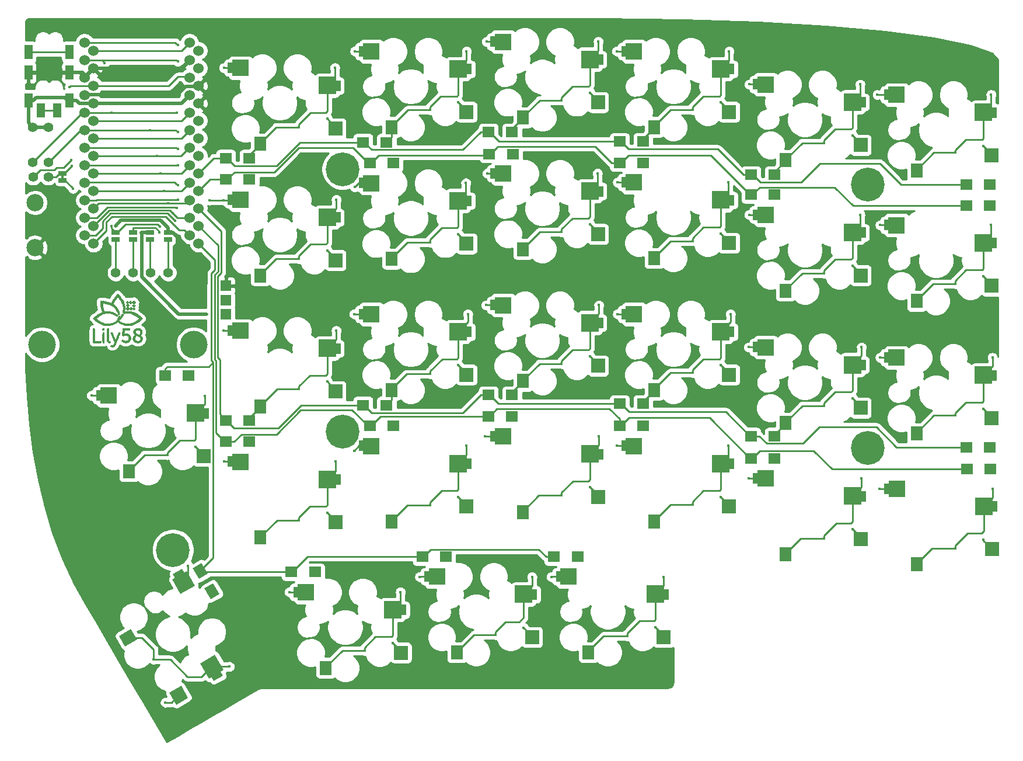
<source format=gtl>
G04 #@! TF.GenerationSoftware,KiCad,Pcbnew,5.1.5-52549c5~84~ubuntu18.04.1*
G04 #@! TF.CreationDate,2019-12-02T09:16:55+01:00*
G04 #@! TF.ProjectId,Lily58_Pro,4c696c79-3538-45f5-9072-6f2e6b696361,rev?*
G04 #@! TF.SameCoordinates,Original*
G04 #@! TF.FileFunction,Copper,L1,Top*
G04 #@! TF.FilePolarity,Positive*
%FSLAX46Y46*%
G04 Gerber Fmt 4.6, Leading zero omitted, Abs format (unit mm)*
G04 Created by KiCad (PCBNEW 5.1.5-52549c5~84~ubuntu18.04.1) date 2019-12-02 09:16:55*
%MOMM*%
%LPD*%
G04 APERTURE LIST*
%ADD10C,0.010000*%
%ADD11R,1.200000X2.100000*%
%ADD12R,1.524000X1.524000*%
%ADD13C,0.100000*%
%ADD14R,0.700000X1.500000*%
%ADD15R,2.400000X2.400000*%
%ADD16R,2.500000X2.500000*%
%ADD17R,1.800000X2.000000*%
%ADD18R,2.000000X2.000000*%
%ADD19C,1.524000*%
%ADD20C,4.900000*%
%ADD21C,1.397000*%
%ADD22R,1.143000X0.635000*%
%ADD23C,2.500000*%
%ADD24R,0.381000X0.381000*%
%ADD25R,1.800000X1.500000*%
%ADD26C,4.000000*%
%ADD27C,0.400000*%
%ADD28C,0.250000*%
%ADD29C,0.500000*%
%ADD30C,0.254000*%
G04 APERTURE END LIST*
D10*
G36*
X97248955Y-83243370D02*
G01*
X97278216Y-83248098D01*
X97289624Y-83252258D01*
X97311575Y-83271141D01*
X97322843Y-83297920D01*
X97322246Y-83329519D01*
X97321123Y-83334247D01*
X97317541Y-83344099D01*
X97308818Y-83366378D01*
X97295362Y-83400095D01*
X97277577Y-83444264D01*
X97255868Y-83497897D01*
X97230642Y-83560006D01*
X97202304Y-83629605D01*
X97171259Y-83705707D01*
X97137914Y-83787323D01*
X97102672Y-83873467D01*
X97065941Y-83963151D01*
X97028126Y-84055389D01*
X96989631Y-84149193D01*
X96950863Y-84243575D01*
X96912228Y-84337548D01*
X96874130Y-84430126D01*
X96836975Y-84520320D01*
X96801169Y-84607143D01*
X96767117Y-84689609D01*
X96735226Y-84766730D01*
X96705899Y-84837519D01*
X96679544Y-84900987D01*
X96656565Y-84956149D01*
X96637368Y-85002017D01*
X96622358Y-85037603D01*
X96611942Y-85061921D01*
X96606524Y-85073982D01*
X96606444Y-85074143D01*
X96569721Y-85135070D01*
X96523785Y-85192137D01*
X96471592Y-85242315D01*
X96416099Y-85282573D01*
X96387967Y-85298070D01*
X96314761Y-85326573D01*
X96239682Y-85341740D01*
X96164714Y-85343303D01*
X96110309Y-85335508D01*
X96068356Y-85324122D01*
X96025964Y-85308767D01*
X95988586Y-85291593D01*
X95967854Y-85279319D01*
X95951735Y-85262135D01*
X95939995Y-85238689D01*
X95939548Y-85237257D01*
X95935622Y-85221239D01*
X95935644Y-85207443D01*
X95940524Y-85191210D01*
X95951173Y-85167879D01*
X95954368Y-85161356D01*
X95975473Y-85125599D01*
X95998156Y-85103255D01*
X96024557Y-85093556D01*
X96056819Y-85095732D01*
X96097083Y-85109015D01*
X96098519Y-85109612D01*
X96152232Y-85127554D01*
X96200211Y-85133298D01*
X96244946Y-85126606D01*
X96288926Y-85107240D01*
X96316992Y-85088701D01*
X96345737Y-85064197D01*
X96372875Y-85033603D01*
X96399453Y-84995264D01*
X96426519Y-84947528D01*
X96455120Y-84888739D01*
X96481096Y-84829609D01*
X96533247Y-84706539D01*
X96244110Y-84020039D01*
X96194586Y-83902222D01*
X96149221Y-83793819D01*
X96108180Y-83695238D01*
X96071630Y-83606889D01*
X96039736Y-83529179D01*
X96012666Y-83462516D01*
X95990585Y-83407309D01*
X95973659Y-83363966D01*
X95962055Y-83332895D01*
X95955939Y-83314505D01*
X95954972Y-83309803D01*
X95961305Y-83283185D01*
X95972475Y-83265705D01*
X95981359Y-83256317D01*
X95990784Y-83250244D01*
X96004128Y-83246629D01*
X96024767Y-83244619D01*
X96056081Y-83243357D01*
X96061375Y-83243196D01*
X96105661Y-83243534D01*
X96138441Y-83248263D01*
X96162319Y-83258361D01*
X96179895Y-83274806D01*
X96190404Y-83291693D01*
X96195333Y-83302697D01*
X96205143Y-83325894D01*
X96219315Y-83360006D01*
X96237334Y-83403751D01*
X96258680Y-83455851D01*
X96282838Y-83515025D01*
X96309290Y-83579994D01*
X96337518Y-83649478D01*
X96367006Y-83722197D01*
X96397235Y-83796871D01*
X96427690Y-83872221D01*
X96457853Y-83946967D01*
X96487206Y-84019828D01*
X96515232Y-84089526D01*
X96541414Y-84154781D01*
X96565235Y-84214312D01*
X96586177Y-84266840D01*
X96603723Y-84311085D01*
X96617356Y-84345768D01*
X96626559Y-84369608D01*
X96630815Y-84381326D01*
X96630859Y-84381472D01*
X96637275Y-84399275D01*
X96642986Y-84409303D01*
X96644400Y-84410115D01*
X96649349Y-84403867D01*
X96655775Y-84388220D01*
X96657981Y-84381339D01*
X96662146Y-84369641D01*
X96671181Y-84345810D01*
X96684578Y-84311128D01*
X96701827Y-84266877D01*
X96722418Y-84214337D01*
X96745843Y-84154791D01*
X96771592Y-84089519D01*
X96799155Y-84019805D01*
X96828024Y-83946928D01*
X96857689Y-83872170D01*
X96887640Y-83796814D01*
X96917369Y-83722141D01*
X96946365Y-83649431D01*
X96974120Y-83579967D01*
X97000123Y-83515030D01*
X97023867Y-83455902D01*
X97044841Y-83403864D01*
X97062536Y-83360198D01*
X97076443Y-83326185D01*
X97086052Y-83303107D01*
X97090854Y-83292246D01*
X97090865Y-83292223D01*
X97107401Y-83268947D01*
X97130164Y-83253472D01*
X97161591Y-83244759D01*
X97204116Y-83241766D01*
X97209003Y-83241742D01*
X97248955Y-83243370D01*
G37*
X97248955Y-83243370D02*
X97278216Y-83248098D01*
X97289624Y-83252258D01*
X97311575Y-83271141D01*
X97322843Y-83297920D01*
X97322246Y-83329519D01*
X97321123Y-83334247D01*
X97317541Y-83344099D01*
X97308818Y-83366378D01*
X97295362Y-83400095D01*
X97277577Y-83444264D01*
X97255868Y-83497897D01*
X97230642Y-83560006D01*
X97202304Y-83629605D01*
X97171259Y-83705707D01*
X97137914Y-83787323D01*
X97102672Y-83873467D01*
X97065941Y-83963151D01*
X97028126Y-84055389D01*
X96989631Y-84149193D01*
X96950863Y-84243575D01*
X96912228Y-84337548D01*
X96874130Y-84430126D01*
X96836975Y-84520320D01*
X96801169Y-84607143D01*
X96767117Y-84689609D01*
X96735226Y-84766730D01*
X96705899Y-84837519D01*
X96679544Y-84900987D01*
X96656565Y-84956149D01*
X96637368Y-85002017D01*
X96622358Y-85037603D01*
X96611942Y-85061921D01*
X96606524Y-85073982D01*
X96606444Y-85074143D01*
X96569721Y-85135070D01*
X96523785Y-85192137D01*
X96471592Y-85242315D01*
X96416099Y-85282573D01*
X96387967Y-85298070D01*
X96314761Y-85326573D01*
X96239682Y-85341740D01*
X96164714Y-85343303D01*
X96110309Y-85335508D01*
X96068356Y-85324122D01*
X96025964Y-85308767D01*
X95988586Y-85291593D01*
X95967854Y-85279319D01*
X95951735Y-85262135D01*
X95939995Y-85238689D01*
X95939548Y-85237257D01*
X95935622Y-85221239D01*
X95935644Y-85207443D01*
X95940524Y-85191210D01*
X95951173Y-85167879D01*
X95954368Y-85161356D01*
X95975473Y-85125599D01*
X95998156Y-85103255D01*
X96024557Y-85093556D01*
X96056819Y-85095732D01*
X96097083Y-85109015D01*
X96098519Y-85109612D01*
X96152232Y-85127554D01*
X96200211Y-85133298D01*
X96244946Y-85126606D01*
X96288926Y-85107240D01*
X96316992Y-85088701D01*
X96345737Y-85064197D01*
X96372875Y-85033603D01*
X96399453Y-84995264D01*
X96426519Y-84947528D01*
X96455120Y-84888739D01*
X96481096Y-84829609D01*
X96533247Y-84706539D01*
X96244110Y-84020039D01*
X96194586Y-83902222D01*
X96149221Y-83793819D01*
X96108180Y-83695238D01*
X96071630Y-83606889D01*
X96039736Y-83529179D01*
X96012666Y-83462516D01*
X95990585Y-83407309D01*
X95973659Y-83363966D01*
X95962055Y-83332895D01*
X95955939Y-83314505D01*
X95954972Y-83309803D01*
X95961305Y-83283185D01*
X95972475Y-83265705D01*
X95981359Y-83256317D01*
X95990784Y-83250244D01*
X96004128Y-83246629D01*
X96024767Y-83244619D01*
X96056081Y-83243357D01*
X96061375Y-83243196D01*
X96105661Y-83243534D01*
X96138441Y-83248263D01*
X96162319Y-83258361D01*
X96179895Y-83274806D01*
X96190404Y-83291693D01*
X96195333Y-83302697D01*
X96205143Y-83325894D01*
X96219315Y-83360006D01*
X96237334Y-83403751D01*
X96258680Y-83455851D01*
X96282838Y-83515025D01*
X96309290Y-83579994D01*
X96337518Y-83649478D01*
X96367006Y-83722197D01*
X96397235Y-83796871D01*
X96427690Y-83872221D01*
X96457853Y-83946967D01*
X96487206Y-84019828D01*
X96515232Y-84089526D01*
X96541414Y-84154781D01*
X96565235Y-84214312D01*
X96586177Y-84266840D01*
X96603723Y-84311085D01*
X96617356Y-84345768D01*
X96626559Y-84369608D01*
X96630815Y-84381326D01*
X96630859Y-84381472D01*
X96637275Y-84399275D01*
X96642986Y-84409303D01*
X96644400Y-84410115D01*
X96649349Y-84403867D01*
X96655775Y-84388220D01*
X96657981Y-84381339D01*
X96662146Y-84369641D01*
X96671181Y-84345810D01*
X96684578Y-84311128D01*
X96701827Y-84266877D01*
X96722418Y-84214337D01*
X96745843Y-84154791D01*
X96771592Y-84089519D01*
X96799155Y-84019805D01*
X96828024Y-83946928D01*
X96857689Y-83872170D01*
X96887640Y-83796814D01*
X96917369Y-83722141D01*
X96946365Y-83649431D01*
X96974120Y-83579967D01*
X97000123Y-83515030D01*
X97023867Y-83455902D01*
X97044841Y-83403864D01*
X97062536Y-83360198D01*
X97076443Y-83326185D01*
X97086052Y-83303107D01*
X97090854Y-83292246D01*
X97090865Y-83292223D01*
X97107401Y-83268947D01*
X97130164Y-83253472D01*
X97161591Y-83244759D01*
X97204116Y-83241766D01*
X97209003Y-83241742D01*
X97248955Y-83243370D01*
G36*
X95577562Y-82662965D02*
G01*
X95614020Y-82670438D01*
X95639312Y-82685037D01*
X95648614Y-82695939D01*
X95650510Y-82699587D01*
X95652213Y-82704960D01*
X95653738Y-82712842D01*
X95655099Y-82724018D01*
X95656312Y-82739271D01*
X95657390Y-82759385D01*
X95658348Y-82785144D01*
X95659201Y-82817333D01*
X95659962Y-82856734D01*
X95660647Y-82904131D01*
X95661269Y-82960310D01*
X95661844Y-83026052D01*
X95662385Y-83102144D01*
X95662907Y-83189367D01*
X95663425Y-83288507D01*
X95663953Y-83400347D01*
X95664505Y-83525670D01*
X95664686Y-83567963D01*
X95668315Y-84421000D01*
X95686457Y-84457275D01*
X95710766Y-84493028D01*
X95742528Y-84516653D01*
X95783309Y-84529291D01*
X95785955Y-84529707D01*
X95824666Y-84538829D01*
X95851037Y-84553127D01*
X95866473Y-84573197D01*
X95872212Y-84595302D01*
X95874761Y-84625515D01*
X95874198Y-84658155D01*
X95870604Y-84687543D01*
X95864600Y-84706996D01*
X95845464Y-84728425D01*
X95814698Y-84741734D01*
X95772790Y-84746793D01*
X95726372Y-84744233D01*
X95655516Y-84729630D01*
X95593564Y-84703704D01*
X95540929Y-84666818D01*
X95498023Y-84619333D01*
X95465258Y-84561613D01*
X95443399Y-84495525D01*
X95441754Y-84486898D01*
X95440281Y-84475207D01*
X95438971Y-84459679D01*
X95437814Y-84439543D01*
X95436801Y-84414026D01*
X95435924Y-84382357D01*
X95435172Y-84343764D01*
X95434537Y-84297475D01*
X95434009Y-84242719D01*
X95433580Y-84178722D01*
X95433241Y-84104714D01*
X95432981Y-84019922D01*
X95432793Y-83923574D01*
X95432666Y-83814900D01*
X95432592Y-83693126D01*
X95432565Y-83581100D01*
X95432457Y-82712172D01*
X95453473Y-82688651D01*
X95465438Y-82676463D01*
X95477224Y-82669140D01*
X95493225Y-82665155D01*
X95517836Y-82662979D01*
X95529068Y-82662374D01*
X95577562Y-82662965D01*
G37*
X95577562Y-82662965D02*
X95614020Y-82670438D01*
X95639312Y-82685037D01*
X95648614Y-82695939D01*
X95650510Y-82699587D01*
X95652213Y-82704960D01*
X95653738Y-82712842D01*
X95655099Y-82724018D01*
X95656312Y-82739271D01*
X95657390Y-82759385D01*
X95658348Y-82785144D01*
X95659201Y-82817333D01*
X95659962Y-82856734D01*
X95660647Y-82904131D01*
X95661269Y-82960310D01*
X95661844Y-83026052D01*
X95662385Y-83102144D01*
X95662907Y-83189367D01*
X95663425Y-83288507D01*
X95663953Y-83400347D01*
X95664505Y-83525670D01*
X95664686Y-83567963D01*
X95668315Y-84421000D01*
X95686457Y-84457275D01*
X95710766Y-84493028D01*
X95742528Y-84516653D01*
X95783309Y-84529291D01*
X95785955Y-84529707D01*
X95824666Y-84538829D01*
X95851037Y-84553127D01*
X95866473Y-84573197D01*
X95872212Y-84595302D01*
X95874761Y-84625515D01*
X95874198Y-84658155D01*
X95870604Y-84687543D01*
X95864600Y-84706996D01*
X95845464Y-84728425D01*
X95814698Y-84741734D01*
X95772790Y-84746793D01*
X95726372Y-84744233D01*
X95655516Y-84729630D01*
X95593564Y-84703704D01*
X95540929Y-84666818D01*
X95498023Y-84619333D01*
X95465258Y-84561613D01*
X95443399Y-84495525D01*
X95441754Y-84486898D01*
X95440281Y-84475207D01*
X95438971Y-84459679D01*
X95437814Y-84439543D01*
X95436801Y-84414026D01*
X95435924Y-84382357D01*
X95435172Y-84343764D01*
X95434537Y-84297475D01*
X95434009Y-84242719D01*
X95433580Y-84178722D01*
X95433241Y-84104714D01*
X95432981Y-84019922D01*
X95432793Y-83923574D01*
X95432666Y-83814900D01*
X95432592Y-83693126D01*
X95432565Y-83581100D01*
X95432457Y-82712172D01*
X95453473Y-82688651D01*
X95465438Y-82676463D01*
X95477224Y-82669140D01*
X95493225Y-82665155D01*
X95517836Y-82662979D01*
X95529068Y-82662374D01*
X95577562Y-82662965D01*
G36*
X98300995Y-82672034D02*
G01*
X98384164Y-82672110D01*
X98454924Y-82672349D01*
X98514327Y-82672843D01*
X98563425Y-82673681D01*
X98603271Y-82674957D01*
X98634916Y-82676762D01*
X98659415Y-82679186D01*
X98677818Y-82682321D01*
X98691179Y-82686260D01*
X98700549Y-82691092D01*
X98706981Y-82696910D01*
X98711528Y-82703806D01*
X98715242Y-82711869D01*
X98717207Y-82716589D01*
X98722865Y-82739214D01*
X98726120Y-82770807D01*
X98726896Y-82806008D01*
X98725117Y-82839460D01*
X98720705Y-82865804D01*
X98719400Y-82870038D01*
X98707544Y-82890545D01*
X98692186Y-82905593D01*
X98686985Y-82908578D01*
X98680091Y-82911093D01*
X98670265Y-82913186D01*
X98656265Y-82914907D01*
X98636850Y-82916306D01*
X98610779Y-82917430D01*
X98576813Y-82918331D01*
X98533709Y-82919056D01*
X98480227Y-82919655D01*
X98415126Y-82920178D01*
X98337165Y-82920673D01*
X98308100Y-82920841D01*
X98236886Y-82921365D01*
X98170268Y-82922088D01*
X98109617Y-82922977D01*
X98056303Y-82924003D01*
X98011697Y-82925133D01*
X97977169Y-82926337D01*
X97954090Y-82927583D01*
X97943831Y-82928841D01*
X97943429Y-82929137D01*
X97942639Y-82937549D01*
X97940392Y-82958720D01*
X97936872Y-82990989D01*
X97932261Y-83032694D01*
X97926745Y-83082174D01*
X97920506Y-83137766D01*
X97914084Y-83194660D01*
X97907415Y-83254333D01*
X97901433Y-83309320D01*
X97896302Y-83357986D01*
X97892188Y-83398701D01*
X97889255Y-83429830D01*
X97887670Y-83449742D01*
X97887568Y-83456788D01*
X97895157Y-83455634D01*
X97911952Y-83449758D01*
X97929613Y-83442450D01*
X98004434Y-83417014D01*
X98086668Y-83402242D01*
X98173929Y-83398095D01*
X98263825Y-83404534D01*
X98353970Y-83421520D01*
X98441974Y-83449014D01*
X98446975Y-83450935D01*
X98518086Y-83482949D01*
X98581342Y-83521528D01*
X98641237Y-83569636D01*
X98673431Y-83600284D01*
X98728936Y-83661604D01*
X98772585Y-83723547D01*
X98806722Y-83789734D01*
X98823006Y-83831262D01*
X98850309Y-83929008D01*
X98863101Y-84026887D01*
X98861381Y-84124844D01*
X98845147Y-84222823D01*
X98827940Y-84283115D01*
X98790891Y-84372628D01*
X98741971Y-84454468D01*
X98682047Y-84527919D01*
X98611986Y-84592265D01*
X98532654Y-84646790D01*
X98444920Y-84690778D01*
X98349649Y-84723513D01*
X98274492Y-84740125D01*
X98224769Y-84746216D01*
X98166737Y-84749459D01*
X98106334Y-84749788D01*
X98049498Y-84747132D01*
X98012987Y-84743169D01*
X97920321Y-84723204D01*
X97828650Y-84691173D01*
X97741008Y-84648552D01*
X97660429Y-84596818D01*
X97589947Y-84537449D01*
X97589643Y-84537152D01*
X97567448Y-84514884D01*
X97553935Y-84498875D01*
X97546993Y-84485677D01*
X97544513Y-84471845D01*
X97544286Y-84463045D01*
X97545624Y-84447052D01*
X97550728Y-84431219D01*
X97561230Y-84412230D01*
X97578766Y-84386770D01*
X97588183Y-84373939D01*
X97617198Y-84337361D01*
X97642422Y-84312964D01*
X97666207Y-84300514D01*
X97690906Y-84299780D01*
X97718873Y-84310526D01*
X97752458Y-84332521D01*
X97780989Y-84354825D01*
X97832439Y-84391461D01*
X97890884Y-84424521D01*
X97950687Y-84451087D01*
X97994229Y-84465309D01*
X98036743Y-84473129D01*
X98087743Y-84477252D01*
X98141917Y-84477680D01*
X98193957Y-84474414D01*
X98238552Y-84467456D01*
X98247610Y-84465223D01*
X98325509Y-84437504D01*
X98393958Y-84399349D01*
X98452337Y-84351432D01*
X98500026Y-84294425D01*
X98536406Y-84229002D01*
X98560857Y-84155837D01*
X98568407Y-84116616D01*
X98571825Y-84045843D01*
X98561830Y-83975575D01*
X98539448Y-83907804D01*
X98505707Y-83844524D01*
X98461630Y-83787725D01*
X98408245Y-83739400D01*
X98357534Y-83707118D01*
X98309307Y-83683988D01*
X98263420Y-83667853D01*
X98215037Y-83657494D01*
X98159318Y-83651690D01*
X98132115Y-83650299D01*
X98069713Y-83649651D01*
X98016059Y-83653743D01*
X97965884Y-83663550D01*
X97913917Y-83680048D01*
X97865378Y-83699637D01*
X97828479Y-83714745D01*
X97800006Y-83724116D01*
X97775614Y-83728916D01*
X97751115Y-83730310D01*
X97704535Y-83725493D01*
X97664704Y-83711508D01*
X97633458Y-83689583D01*
X97612633Y-83660947D01*
X97604496Y-83632238D01*
X97604460Y-83617791D01*
X97605924Y-83590838D01*
X97608723Y-83552925D01*
X97612695Y-83505598D01*
X97617677Y-83450406D01*
X97623505Y-83388893D01*
X97630016Y-83322608D01*
X97637046Y-83253097D01*
X97644433Y-83181907D01*
X97652013Y-83110584D01*
X97659623Y-83040677D01*
X97667099Y-82973730D01*
X97674278Y-82911292D01*
X97680998Y-82854909D01*
X97687094Y-82806127D01*
X97692403Y-82766494D01*
X97696763Y-82737557D01*
X97700009Y-82720862D01*
X97701018Y-82717839D01*
X97715174Y-82698650D01*
X97730986Y-82684797D01*
X97735763Y-82682187D01*
X97742249Y-82679957D01*
X97751544Y-82678077D01*
X97764750Y-82676519D01*
X97782964Y-82675251D01*
X97807287Y-82674245D01*
X97838818Y-82673470D01*
X97878658Y-82672898D01*
X97927907Y-82672498D01*
X97987663Y-82672241D01*
X98059027Y-82672098D01*
X98143098Y-82672037D01*
X98204364Y-82672029D01*
X98300995Y-82672034D01*
G37*
X98300995Y-82672034D02*
X98384164Y-82672110D01*
X98454924Y-82672349D01*
X98514327Y-82672843D01*
X98563425Y-82673681D01*
X98603271Y-82674957D01*
X98634916Y-82676762D01*
X98659415Y-82679186D01*
X98677818Y-82682321D01*
X98691179Y-82686260D01*
X98700549Y-82691092D01*
X98706981Y-82696910D01*
X98711528Y-82703806D01*
X98715242Y-82711869D01*
X98717207Y-82716589D01*
X98722865Y-82739214D01*
X98726120Y-82770807D01*
X98726896Y-82806008D01*
X98725117Y-82839460D01*
X98720705Y-82865804D01*
X98719400Y-82870038D01*
X98707544Y-82890545D01*
X98692186Y-82905593D01*
X98686985Y-82908578D01*
X98680091Y-82911093D01*
X98670265Y-82913186D01*
X98656265Y-82914907D01*
X98636850Y-82916306D01*
X98610779Y-82917430D01*
X98576813Y-82918331D01*
X98533709Y-82919056D01*
X98480227Y-82919655D01*
X98415126Y-82920178D01*
X98337165Y-82920673D01*
X98308100Y-82920841D01*
X98236886Y-82921365D01*
X98170268Y-82922088D01*
X98109617Y-82922977D01*
X98056303Y-82924003D01*
X98011697Y-82925133D01*
X97977169Y-82926337D01*
X97954090Y-82927583D01*
X97943831Y-82928841D01*
X97943429Y-82929137D01*
X97942639Y-82937549D01*
X97940392Y-82958720D01*
X97936872Y-82990989D01*
X97932261Y-83032694D01*
X97926745Y-83082174D01*
X97920506Y-83137766D01*
X97914084Y-83194660D01*
X97907415Y-83254333D01*
X97901433Y-83309320D01*
X97896302Y-83357986D01*
X97892188Y-83398701D01*
X97889255Y-83429830D01*
X97887670Y-83449742D01*
X97887568Y-83456788D01*
X97895157Y-83455634D01*
X97911952Y-83449758D01*
X97929613Y-83442450D01*
X98004434Y-83417014D01*
X98086668Y-83402242D01*
X98173929Y-83398095D01*
X98263825Y-83404534D01*
X98353970Y-83421520D01*
X98441974Y-83449014D01*
X98446975Y-83450935D01*
X98518086Y-83482949D01*
X98581342Y-83521528D01*
X98641237Y-83569636D01*
X98673431Y-83600284D01*
X98728936Y-83661604D01*
X98772585Y-83723547D01*
X98806722Y-83789734D01*
X98823006Y-83831262D01*
X98850309Y-83929008D01*
X98863101Y-84026887D01*
X98861381Y-84124844D01*
X98845147Y-84222823D01*
X98827940Y-84283115D01*
X98790891Y-84372628D01*
X98741971Y-84454468D01*
X98682047Y-84527919D01*
X98611986Y-84592265D01*
X98532654Y-84646790D01*
X98444920Y-84690778D01*
X98349649Y-84723513D01*
X98274492Y-84740125D01*
X98224769Y-84746216D01*
X98166737Y-84749459D01*
X98106334Y-84749788D01*
X98049498Y-84747132D01*
X98012987Y-84743169D01*
X97920321Y-84723204D01*
X97828650Y-84691173D01*
X97741008Y-84648552D01*
X97660429Y-84596818D01*
X97589947Y-84537449D01*
X97589643Y-84537152D01*
X97567448Y-84514884D01*
X97553935Y-84498875D01*
X97546993Y-84485677D01*
X97544513Y-84471845D01*
X97544286Y-84463045D01*
X97545624Y-84447052D01*
X97550728Y-84431219D01*
X97561230Y-84412230D01*
X97578766Y-84386770D01*
X97588183Y-84373939D01*
X97617198Y-84337361D01*
X97642422Y-84312964D01*
X97666207Y-84300514D01*
X97690906Y-84299780D01*
X97718873Y-84310526D01*
X97752458Y-84332521D01*
X97780989Y-84354825D01*
X97832439Y-84391461D01*
X97890884Y-84424521D01*
X97950687Y-84451087D01*
X97994229Y-84465309D01*
X98036743Y-84473129D01*
X98087743Y-84477252D01*
X98141917Y-84477680D01*
X98193957Y-84474414D01*
X98238552Y-84467456D01*
X98247610Y-84465223D01*
X98325509Y-84437504D01*
X98393958Y-84399349D01*
X98452337Y-84351432D01*
X98500026Y-84294425D01*
X98536406Y-84229002D01*
X98560857Y-84155837D01*
X98568407Y-84116616D01*
X98571825Y-84045843D01*
X98561830Y-83975575D01*
X98539448Y-83907804D01*
X98505707Y-83844524D01*
X98461630Y-83787725D01*
X98408245Y-83739400D01*
X98357534Y-83707118D01*
X98309307Y-83683988D01*
X98263420Y-83667853D01*
X98215037Y-83657494D01*
X98159318Y-83651690D01*
X98132115Y-83650299D01*
X98069713Y-83649651D01*
X98016059Y-83653743D01*
X97965884Y-83663550D01*
X97913917Y-83680048D01*
X97865378Y-83699637D01*
X97828479Y-83714745D01*
X97800006Y-83724116D01*
X97775614Y-83728916D01*
X97751115Y-83730310D01*
X97704535Y-83725493D01*
X97664704Y-83711508D01*
X97633458Y-83689583D01*
X97612633Y-83660947D01*
X97604496Y-83632238D01*
X97604460Y-83617791D01*
X97605924Y-83590838D01*
X97608723Y-83552925D01*
X97612695Y-83505598D01*
X97617677Y-83450406D01*
X97623505Y-83388893D01*
X97630016Y-83322608D01*
X97637046Y-83253097D01*
X97644433Y-83181907D01*
X97652013Y-83110584D01*
X97659623Y-83040677D01*
X97667099Y-82973730D01*
X97674278Y-82911292D01*
X97680998Y-82854909D01*
X97687094Y-82806127D01*
X97692403Y-82766494D01*
X97696763Y-82737557D01*
X97700009Y-82720862D01*
X97701018Y-82717839D01*
X97715174Y-82698650D01*
X97730986Y-82684797D01*
X97735763Y-82682187D01*
X97742249Y-82679957D01*
X97751544Y-82678077D01*
X97764750Y-82676519D01*
X97782964Y-82675251D01*
X97807287Y-82674245D01*
X97838818Y-82673470D01*
X97878658Y-82672898D01*
X97927907Y-82672498D01*
X97987663Y-82672241D01*
X98059027Y-82672098D01*
X98143098Y-82672037D01*
X98204364Y-82672029D01*
X98300995Y-82672034D01*
G36*
X99929251Y-82641304D02*
G01*
X99993591Y-82646052D01*
X100052515Y-82653640D01*
X100098884Y-82663169D01*
X100192044Y-82693582D01*
X100274312Y-82733389D01*
X100346042Y-82782806D01*
X100407589Y-82842052D01*
X100426156Y-82864343D01*
X100470955Y-82932554D01*
X100502997Y-83006440D01*
X100522409Y-83084986D01*
X100529316Y-83167178D01*
X100523843Y-83252003D01*
X100506116Y-83338445D01*
X100476260Y-83425492D01*
X100434401Y-83512128D01*
X100380664Y-83597340D01*
X100326948Y-83666474D01*
X100288627Y-83711647D01*
X100340396Y-83747009D01*
X100409580Y-83801320D01*
X100468212Y-83862080D01*
X100515135Y-83927825D01*
X100549189Y-83997091D01*
X100557842Y-84021857D01*
X100567692Y-84066305D01*
X100573192Y-84119449D01*
X100574278Y-84176118D01*
X100570887Y-84231141D01*
X100562956Y-84279348D01*
X100561085Y-84286743D01*
X100530519Y-84372814D01*
X100487386Y-84452047D01*
X100432256Y-84523769D01*
X100365704Y-84587304D01*
X100288301Y-84641978D01*
X100234678Y-84671344D01*
X100170316Y-84700217D01*
X100108343Y-84721352D01*
X100044574Y-84735713D01*
X99974824Y-84744265D01*
X99902857Y-84747805D01*
X99859794Y-84748283D01*
X99818044Y-84747825D01*
X99781514Y-84746536D01*
X99754111Y-84744522D01*
X99746975Y-84743600D01*
X99652879Y-84723132D01*
X99561807Y-84692273D01*
X99476960Y-84652342D01*
X99401540Y-84604660D01*
X99391229Y-84596915D01*
X99325087Y-84537130D01*
X99268214Y-84467370D01*
X99222175Y-84389946D01*
X99188538Y-84307173D01*
X99183374Y-84289961D01*
X99175542Y-84258293D01*
X99170543Y-84226915D01*
X99167847Y-84191039D01*
X99166922Y-84145879D01*
X99166908Y-84141600D01*
X99168078Y-84110809D01*
X99453027Y-84110809D01*
X99456105Y-84165536D01*
X99464803Y-84214174D01*
X99467322Y-84223002D01*
X99494276Y-84286304D01*
X99533568Y-84344112D01*
X99583597Y-84394977D01*
X99642763Y-84437452D01*
X99709463Y-84470086D01*
X99757715Y-84485762D01*
X99794013Y-84492206D01*
X99839327Y-84495751D01*
X99888450Y-84496396D01*
X99936177Y-84494140D01*
X99977300Y-84488981D01*
X99991896Y-84485809D01*
X100059484Y-84462556D01*
X100119368Y-84430629D01*
X100170954Y-84391388D01*
X100213646Y-84346197D01*
X100246850Y-84296415D01*
X100269970Y-84243407D01*
X100282412Y-84188532D01*
X100283580Y-84133154D01*
X100272881Y-84078635D01*
X100249718Y-84026335D01*
X100213760Y-83977903D01*
X100192533Y-83956421D01*
X100169132Y-83936192D01*
X100142080Y-83916383D01*
X100109896Y-83896162D01*
X100071101Y-83874695D01*
X100024216Y-83851149D01*
X99967762Y-83824694D01*
X99900259Y-83794494D01*
X99845502Y-83770622D01*
X99697432Y-83706569D01*
X99662703Y-83732062D01*
X99611751Y-83775314D01*
X99564389Y-83826613D01*
X99522953Y-83882722D01*
X99489777Y-83940406D01*
X99467196Y-83996427D01*
X99464098Y-84007370D01*
X99455662Y-84056064D01*
X99453027Y-84110809D01*
X99168078Y-84110809D01*
X99169539Y-84072399D01*
X99178587Y-84011227D01*
X99195291Y-83952555D01*
X99220887Y-83890855D01*
X99224899Y-83882392D01*
X99256135Y-83826952D01*
X99296787Y-83769269D01*
X99343710Y-83712997D01*
X99393758Y-83661793D01*
X99443787Y-83619312D01*
X99462906Y-83605703D01*
X99491041Y-83586910D01*
X99466535Y-83569035D01*
X99451589Y-83556701D01*
X99429648Y-83536810D01*
X99403808Y-83512237D01*
X99380250Y-83488966D01*
X99329332Y-83431348D01*
X99291663Y-83373317D01*
X99266154Y-83312219D01*
X99251713Y-83245402D01*
X99247617Y-83176400D01*
X99529354Y-83176400D01*
X99529967Y-83210789D01*
X99532148Y-83235549D01*
X99536831Y-83255553D01*
X99544954Y-83275673D01*
X99550700Y-83287502D01*
X99575694Y-83326157D01*
X99611715Y-83366305D01*
X99655893Y-83405243D01*
X99705360Y-83440265D01*
X99725280Y-83452172D01*
X99749272Y-83464916D01*
X99781351Y-83480726D01*
X99819309Y-83498637D01*
X99860939Y-83517685D01*
X99904035Y-83536904D01*
X99946389Y-83555330D01*
X99985796Y-83571998D01*
X100020049Y-83585944D01*
X100046940Y-83596201D01*
X100064263Y-83601807D01*
X100069190Y-83602529D01*
X100078020Y-83596364D01*
X100092789Y-83581254D01*
X100110877Y-83559976D01*
X100118622Y-83550143D01*
X100157950Y-83492348D01*
X100192016Y-83428994D01*
X100219532Y-83363388D01*
X100239207Y-83298834D01*
X100249753Y-83238638D01*
X100251200Y-83210354D01*
X100244713Y-83141795D01*
X100225777Y-83079880D01*
X100195180Y-83025300D01*
X100153709Y-82978742D01*
X100102152Y-82940897D01*
X100041296Y-82912454D01*
X99971929Y-82894103D01*
X99894838Y-82886532D01*
X99881086Y-82886367D01*
X99804157Y-82891991D01*
X99734300Y-82908508D01*
X99672511Y-82935380D01*
X99619783Y-82972070D01*
X99577110Y-83018040D01*
X99548564Y-83065961D01*
X99539026Y-83088277D01*
X99533217Y-83108637D01*
X99530281Y-83131966D01*
X99529360Y-83163191D01*
X99529354Y-83176400D01*
X99247617Y-83176400D01*
X99247249Y-83170212D01*
X99247274Y-83165515D01*
X99254747Y-83079725D01*
X99275241Y-82999453D01*
X99308089Y-82925386D01*
X99352625Y-82858214D01*
X99408183Y-82798626D01*
X99474094Y-82747311D01*
X99549692Y-82704959D01*
X99634311Y-82672258D01*
X99727284Y-82649898D01*
X99749588Y-82646318D01*
X99802664Y-82641216D01*
X99864080Y-82639619D01*
X99929251Y-82641304D01*
G37*
X99929251Y-82641304D02*
X99993591Y-82646052D01*
X100052515Y-82653640D01*
X100098884Y-82663169D01*
X100192044Y-82693582D01*
X100274312Y-82733389D01*
X100346042Y-82782806D01*
X100407589Y-82842052D01*
X100426156Y-82864343D01*
X100470955Y-82932554D01*
X100502997Y-83006440D01*
X100522409Y-83084986D01*
X100529316Y-83167178D01*
X100523843Y-83252003D01*
X100506116Y-83338445D01*
X100476260Y-83425492D01*
X100434401Y-83512128D01*
X100380664Y-83597340D01*
X100326948Y-83666474D01*
X100288627Y-83711647D01*
X100340396Y-83747009D01*
X100409580Y-83801320D01*
X100468212Y-83862080D01*
X100515135Y-83927825D01*
X100549189Y-83997091D01*
X100557842Y-84021857D01*
X100567692Y-84066305D01*
X100573192Y-84119449D01*
X100574278Y-84176118D01*
X100570887Y-84231141D01*
X100562956Y-84279348D01*
X100561085Y-84286743D01*
X100530519Y-84372814D01*
X100487386Y-84452047D01*
X100432256Y-84523769D01*
X100365704Y-84587304D01*
X100288301Y-84641978D01*
X100234678Y-84671344D01*
X100170316Y-84700217D01*
X100108343Y-84721352D01*
X100044574Y-84735713D01*
X99974824Y-84744265D01*
X99902857Y-84747805D01*
X99859794Y-84748283D01*
X99818044Y-84747825D01*
X99781514Y-84746536D01*
X99754111Y-84744522D01*
X99746975Y-84743600D01*
X99652879Y-84723132D01*
X99561807Y-84692273D01*
X99476960Y-84652342D01*
X99401540Y-84604660D01*
X99391229Y-84596915D01*
X99325087Y-84537130D01*
X99268214Y-84467370D01*
X99222175Y-84389946D01*
X99188538Y-84307173D01*
X99183374Y-84289961D01*
X99175542Y-84258293D01*
X99170543Y-84226915D01*
X99167847Y-84191039D01*
X99166922Y-84145879D01*
X99166908Y-84141600D01*
X99168078Y-84110809D01*
X99453027Y-84110809D01*
X99456105Y-84165536D01*
X99464803Y-84214174D01*
X99467322Y-84223002D01*
X99494276Y-84286304D01*
X99533568Y-84344112D01*
X99583597Y-84394977D01*
X99642763Y-84437452D01*
X99709463Y-84470086D01*
X99757715Y-84485762D01*
X99794013Y-84492206D01*
X99839327Y-84495751D01*
X99888450Y-84496396D01*
X99936177Y-84494140D01*
X99977300Y-84488981D01*
X99991896Y-84485809D01*
X100059484Y-84462556D01*
X100119368Y-84430629D01*
X100170954Y-84391388D01*
X100213646Y-84346197D01*
X100246850Y-84296415D01*
X100269970Y-84243407D01*
X100282412Y-84188532D01*
X100283580Y-84133154D01*
X100272881Y-84078635D01*
X100249718Y-84026335D01*
X100213760Y-83977903D01*
X100192533Y-83956421D01*
X100169132Y-83936192D01*
X100142080Y-83916383D01*
X100109896Y-83896162D01*
X100071101Y-83874695D01*
X100024216Y-83851149D01*
X99967762Y-83824694D01*
X99900259Y-83794494D01*
X99845502Y-83770622D01*
X99697432Y-83706569D01*
X99662703Y-83732062D01*
X99611751Y-83775314D01*
X99564389Y-83826613D01*
X99522953Y-83882722D01*
X99489777Y-83940406D01*
X99467196Y-83996427D01*
X99464098Y-84007370D01*
X99455662Y-84056064D01*
X99453027Y-84110809D01*
X99168078Y-84110809D01*
X99169539Y-84072399D01*
X99178587Y-84011227D01*
X99195291Y-83952555D01*
X99220887Y-83890855D01*
X99224899Y-83882392D01*
X99256135Y-83826952D01*
X99296787Y-83769269D01*
X99343710Y-83712997D01*
X99393758Y-83661793D01*
X99443787Y-83619312D01*
X99462906Y-83605703D01*
X99491041Y-83586910D01*
X99466535Y-83569035D01*
X99451589Y-83556701D01*
X99429648Y-83536810D01*
X99403808Y-83512237D01*
X99380250Y-83488966D01*
X99329332Y-83431348D01*
X99291663Y-83373317D01*
X99266154Y-83312219D01*
X99251713Y-83245402D01*
X99247617Y-83176400D01*
X99529354Y-83176400D01*
X99529967Y-83210789D01*
X99532148Y-83235549D01*
X99536831Y-83255553D01*
X99544954Y-83275673D01*
X99550700Y-83287502D01*
X99575694Y-83326157D01*
X99611715Y-83366305D01*
X99655893Y-83405243D01*
X99705360Y-83440265D01*
X99725280Y-83452172D01*
X99749272Y-83464916D01*
X99781351Y-83480726D01*
X99819309Y-83498637D01*
X99860939Y-83517685D01*
X99904035Y-83536904D01*
X99946389Y-83555330D01*
X99985796Y-83571998D01*
X100020049Y-83585944D01*
X100046940Y-83596201D01*
X100064263Y-83601807D01*
X100069190Y-83602529D01*
X100078020Y-83596364D01*
X100092789Y-83581254D01*
X100110877Y-83559976D01*
X100118622Y-83550143D01*
X100157950Y-83492348D01*
X100192016Y-83428994D01*
X100219532Y-83363388D01*
X100239207Y-83298834D01*
X100249753Y-83238638D01*
X100251200Y-83210354D01*
X100244713Y-83141795D01*
X100225777Y-83079880D01*
X100195180Y-83025300D01*
X100153709Y-82978742D01*
X100102152Y-82940897D01*
X100041296Y-82912454D01*
X99971929Y-82894103D01*
X99894838Y-82886532D01*
X99881086Y-82886367D01*
X99804157Y-82891991D01*
X99734300Y-82908508D01*
X99672511Y-82935380D01*
X99619783Y-82972070D01*
X99577110Y-83018040D01*
X99548564Y-83065961D01*
X99539026Y-83088277D01*
X99533217Y-83108637D01*
X99530281Y-83131966D01*
X99529360Y-83163191D01*
X99529354Y-83176400D01*
X99247617Y-83176400D01*
X99247249Y-83170212D01*
X99247274Y-83165515D01*
X99254747Y-83079725D01*
X99275241Y-82999453D01*
X99308089Y-82925386D01*
X99352625Y-82858214D01*
X99408183Y-82798626D01*
X99474094Y-82747311D01*
X99549692Y-82704959D01*
X99634311Y-82672258D01*
X99727284Y-82649898D01*
X99749588Y-82646318D01*
X99802664Y-82641216D01*
X99864080Y-82639619D01*
X99929251Y-82641304D01*
G36*
X93506106Y-82662254D02*
G01*
X93537344Y-82664125D01*
X93558052Y-82667249D01*
X93572210Y-82672639D01*
X93583801Y-82681314D01*
X93584945Y-82682376D01*
X93600058Y-82702035D01*
X93610681Y-82725202D01*
X93610885Y-82725918D01*
X93612047Y-82737468D01*
X93613117Y-82763198D01*
X93614090Y-82802776D01*
X93614966Y-82855868D01*
X93615740Y-82922141D01*
X93616411Y-83001263D01*
X93616976Y-83092899D01*
X93617432Y-83196716D01*
X93617776Y-83312382D01*
X93618006Y-83439563D01*
X93618119Y-83577925D01*
X93618131Y-83635252D01*
X93618172Y-84518647D01*
X94064350Y-84520624D01*
X94510528Y-84522600D01*
X94534250Y-84546324D01*
X94546570Y-84559618D01*
X94553670Y-84571774D01*
X94556980Y-84587426D01*
X94557931Y-84611211D01*
X94557972Y-84623198D01*
X94555842Y-84662943D01*
X94548684Y-84691395D01*
X94535340Y-84711251D01*
X94514653Y-84725206D01*
X94514096Y-84725472D01*
X94501950Y-84727798D01*
X94476781Y-84729882D01*
X94440016Y-84731723D01*
X94393080Y-84733322D01*
X94337400Y-84734678D01*
X94274401Y-84735792D01*
X94205510Y-84736664D01*
X94132153Y-84737294D01*
X94055755Y-84737683D01*
X93977743Y-84737830D01*
X93899543Y-84737736D01*
X93822581Y-84737401D01*
X93748283Y-84736826D01*
X93678075Y-84736009D01*
X93613384Y-84734953D01*
X93555634Y-84733656D01*
X93506253Y-84732119D01*
X93466666Y-84730342D01*
X93438300Y-84728326D01*
X93422580Y-84726070D01*
X93420506Y-84725326D01*
X93414637Y-84722420D01*
X93409343Y-84719910D01*
X93404594Y-84717073D01*
X93400360Y-84713184D01*
X93396613Y-84707520D01*
X93393322Y-84699356D01*
X93390458Y-84687969D01*
X93387991Y-84672635D01*
X93385893Y-84652630D01*
X93384133Y-84627230D01*
X93382682Y-84595710D01*
X93381511Y-84557348D01*
X93380589Y-84511420D01*
X93379889Y-84457200D01*
X93379379Y-84393966D01*
X93379031Y-84320994D01*
X93378815Y-84237559D01*
X93378701Y-84142938D01*
X93378661Y-84036406D01*
X93378664Y-83917241D01*
X93378681Y-83784717D01*
X93378686Y-83698915D01*
X93378672Y-83557983D01*
X93378651Y-83430843D01*
X93378655Y-83316771D01*
X93378715Y-83215043D01*
X93378862Y-83124937D01*
X93379129Y-83045730D01*
X93379545Y-82976697D01*
X93380144Y-82917116D01*
X93380955Y-82866264D01*
X93382012Y-82823417D01*
X93383344Y-82787853D01*
X93384984Y-82758848D01*
X93386963Y-82735679D01*
X93389312Y-82717623D01*
X93392063Y-82703956D01*
X93395248Y-82693956D01*
X93398897Y-82686898D01*
X93403042Y-82682061D01*
X93407715Y-82678721D01*
X93412947Y-82676154D01*
X93418770Y-82673638D01*
X93423352Y-82671448D01*
X93441075Y-82665031D01*
X93464840Y-82662010D01*
X93498421Y-82661965D01*
X93506106Y-82662254D01*
G37*
X93506106Y-82662254D02*
X93537344Y-82664125D01*
X93558052Y-82667249D01*
X93572210Y-82672639D01*
X93583801Y-82681314D01*
X93584945Y-82682376D01*
X93600058Y-82702035D01*
X93610681Y-82725202D01*
X93610885Y-82725918D01*
X93612047Y-82737468D01*
X93613117Y-82763198D01*
X93614090Y-82802776D01*
X93614966Y-82855868D01*
X93615740Y-82922141D01*
X93616411Y-83001263D01*
X93616976Y-83092899D01*
X93617432Y-83196716D01*
X93617776Y-83312382D01*
X93618006Y-83439563D01*
X93618119Y-83577925D01*
X93618131Y-83635252D01*
X93618172Y-84518647D01*
X94064350Y-84520624D01*
X94510528Y-84522600D01*
X94534250Y-84546324D01*
X94546570Y-84559618D01*
X94553670Y-84571774D01*
X94556980Y-84587426D01*
X94557931Y-84611211D01*
X94557972Y-84623198D01*
X94555842Y-84662943D01*
X94548684Y-84691395D01*
X94535340Y-84711251D01*
X94514653Y-84725206D01*
X94514096Y-84725472D01*
X94501950Y-84727798D01*
X94476781Y-84729882D01*
X94440016Y-84731723D01*
X94393080Y-84733322D01*
X94337400Y-84734678D01*
X94274401Y-84735792D01*
X94205510Y-84736664D01*
X94132153Y-84737294D01*
X94055755Y-84737683D01*
X93977743Y-84737830D01*
X93899543Y-84737736D01*
X93822581Y-84737401D01*
X93748283Y-84736826D01*
X93678075Y-84736009D01*
X93613384Y-84734953D01*
X93555634Y-84733656D01*
X93506253Y-84732119D01*
X93466666Y-84730342D01*
X93438300Y-84728326D01*
X93422580Y-84726070D01*
X93420506Y-84725326D01*
X93414637Y-84722420D01*
X93409343Y-84719910D01*
X93404594Y-84717073D01*
X93400360Y-84713184D01*
X93396613Y-84707520D01*
X93393322Y-84699356D01*
X93390458Y-84687969D01*
X93387991Y-84672635D01*
X93385893Y-84652630D01*
X93384133Y-84627230D01*
X93382682Y-84595710D01*
X93381511Y-84557348D01*
X93380589Y-84511420D01*
X93379889Y-84457200D01*
X93379379Y-84393966D01*
X93379031Y-84320994D01*
X93378815Y-84237559D01*
X93378701Y-84142938D01*
X93378661Y-84036406D01*
X93378664Y-83917241D01*
X93378681Y-83784717D01*
X93378686Y-83698915D01*
X93378672Y-83557983D01*
X93378651Y-83430843D01*
X93378655Y-83316771D01*
X93378715Y-83215043D01*
X93378862Y-83124937D01*
X93379129Y-83045730D01*
X93379545Y-82976697D01*
X93380144Y-82917116D01*
X93380955Y-82866264D01*
X93382012Y-82823417D01*
X93383344Y-82787853D01*
X93384984Y-82758848D01*
X93386963Y-82735679D01*
X93389312Y-82717623D01*
X93392063Y-82703956D01*
X93395248Y-82693956D01*
X93398897Y-82686898D01*
X93403042Y-82682061D01*
X93407715Y-82678721D01*
X93412947Y-82676154D01*
X93418770Y-82673638D01*
X93423352Y-82671448D01*
X93441075Y-82665031D01*
X93464840Y-82662010D01*
X93498421Y-82661965D01*
X93506106Y-82662254D01*
G36*
X94900653Y-83242825D02*
G01*
X94930912Y-83244379D01*
X94950622Y-83246851D01*
X94963745Y-83251501D01*
X94974242Y-83259588D01*
X94983110Y-83269043D01*
X95004286Y-83292743D01*
X95004286Y-84685657D01*
X94983110Y-84709357D01*
X94971899Y-84721028D01*
X94961224Y-84728197D01*
X94947088Y-84732118D01*
X94925494Y-84734044D01*
X94901467Y-84734949D01*
X94858752Y-84734519D01*
X94828383Y-84730020D01*
X94817143Y-84726114D01*
X94809730Y-84722918D01*
X94803176Y-84719822D01*
X94797429Y-84715963D01*
X94792435Y-84710477D01*
X94788142Y-84702500D01*
X94784497Y-84691169D01*
X94781447Y-84675619D01*
X94778940Y-84654987D01*
X94776921Y-84628409D01*
X94775339Y-84595021D01*
X94774141Y-84553960D01*
X94773274Y-84504362D01*
X94772684Y-84445362D01*
X94772320Y-84376098D01*
X94772128Y-84295706D01*
X94772055Y-84203321D01*
X94772049Y-84098080D01*
X94772057Y-83989200D01*
X94772049Y-83871608D01*
X94772060Y-83767661D01*
X94772142Y-83676493D01*
X94772345Y-83597233D01*
X94772723Y-83529015D01*
X94773327Y-83470969D01*
X94774209Y-83422228D01*
X94775420Y-83381923D01*
X94777013Y-83349186D01*
X94779039Y-83323149D01*
X94781550Y-83302943D01*
X94784598Y-83287699D01*
X94788235Y-83276551D01*
X94792512Y-83268629D01*
X94797481Y-83263065D01*
X94803195Y-83258991D01*
X94809705Y-83255538D01*
X94816029Y-83252379D01*
X94833286Y-83245901D01*
X94855694Y-83242714D01*
X94887177Y-83242372D01*
X94900653Y-83242825D01*
G37*
X94900653Y-83242825D02*
X94930912Y-83244379D01*
X94950622Y-83246851D01*
X94963745Y-83251501D01*
X94974242Y-83259588D01*
X94983110Y-83269043D01*
X95004286Y-83292743D01*
X95004286Y-84685657D01*
X94983110Y-84709357D01*
X94971899Y-84721028D01*
X94961224Y-84728197D01*
X94947088Y-84732118D01*
X94925494Y-84734044D01*
X94901467Y-84734949D01*
X94858752Y-84734519D01*
X94828383Y-84730020D01*
X94817143Y-84726114D01*
X94809730Y-84722918D01*
X94803176Y-84719822D01*
X94797429Y-84715963D01*
X94792435Y-84710477D01*
X94788142Y-84702500D01*
X94784497Y-84691169D01*
X94781447Y-84675619D01*
X94778940Y-84654987D01*
X94776921Y-84628409D01*
X94775339Y-84595021D01*
X94774141Y-84553960D01*
X94773274Y-84504362D01*
X94772684Y-84445362D01*
X94772320Y-84376098D01*
X94772128Y-84295706D01*
X94772055Y-84203321D01*
X94772049Y-84098080D01*
X94772057Y-83989200D01*
X94772049Y-83871608D01*
X94772060Y-83767661D01*
X94772142Y-83676493D01*
X94772345Y-83597233D01*
X94772723Y-83529015D01*
X94773327Y-83470969D01*
X94774209Y-83422228D01*
X94775420Y-83381923D01*
X94777013Y-83349186D01*
X94779039Y-83323149D01*
X94781550Y-83302943D01*
X94784598Y-83287699D01*
X94788235Y-83276551D01*
X94792512Y-83268629D01*
X94797481Y-83263065D01*
X94803195Y-83258991D01*
X94809705Y-83255538D01*
X94816029Y-83252379D01*
X94833286Y-83245901D01*
X94855694Y-83242714D01*
X94887177Y-83242372D01*
X94900653Y-83242825D01*
G36*
X94909511Y-82662223D02*
G01*
X94939421Y-82663924D01*
X94958866Y-82666590D01*
X94971893Y-82671538D01*
X94982547Y-82680084D01*
X94990442Y-82688556D01*
X94999177Y-82698791D01*
X95005092Y-82708369D01*
X95008736Y-82720278D01*
X95010659Y-82737506D01*
X95011412Y-82763043D01*
X95011543Y-82799877D01*
X95011543Y-82803249D01*
X95010966Y-82839320D01*
X95009394Y-82871025D01*
X95007063Y-82895033D01*
X95004210Y-82908012D01*
X95004071Y-82908288D01*
X94989641Y-82925057D01*
X94966327Y-82936242D01*
X94932391Y-82942389D01*
X94890346Y-82944065D01*
X94857496Y-82942961D01*
X94829534Y-82940088D01*
X94810791Y-82935928D01*
X94808343Y-82934892D01*
X94789983Y-82921795D01*
X94777261Y-82902495D01*
X94769553Y-82874928D01*
X94766241Y-82837027D01*
X94766409Y-82795400D01*
X94769510Y-82747041D01*
X94776706Y-82711333D01*
X94789805Y-82686597D01*
X94810611Y-82671153D01*
X94840930Y-82663320D01*
X94882568Y-82661417D01*
X94909511Y-82662223D01*
G37*
X94909511Y-82662223D02*
X94939421Y-82663924D01*
X94958866Y-82666590D01*
X94971893Y-82671538D01*
X94982547Y-82680084D01*
X94990442Y-82688556D01*
X94999177Y-82698791D01*
X95005092Y-82708369D01*
X95008736Y-82720278D01*
X95010659Y-82737506D01*
X95011412Y-82763043D01*
X95011543Y-82799877D01*
X95011543Y-82803249D01*
X95010966Y-82839320D01*
X95009394Y-82871025D01*
X95007063Y-82895033D01*
X95004210Y-82908012D01*
X95004071Y-82908288D01*
X94989641Y-82925057D01*
X94966327Y-82936242D01*
X94932391Y-82942389D01*
X94890346Y-82944065D01*
X94857496Y-82942961D01*
X94829534Y-82940088D01*
X94810791Y-82935928D01*
X94808343Y-82934892D01*
X94789983Y-82921795D01*
X94777261Y-82902495D01*
X94769553Y-82874928D01*
X94766241Y-82837027D01*
X94766409Y-82795400D01*
X94769510Y-82747041D01*
X94776706Y-82711333D01*
X94789805Y-82686597D01*
X94810611Y-82671153D01*
X94840930Y-82663320D01*
X94882568Y-82661417D01*
X94909511Y-82662223D01*
G36*
X97078092Y-77751737D02*
G01*
X97237453Y-77924566D01*
X97386427Y-78107516D01*
X97524948Y-78300510D01*
X97548489Y-78335886D01*
X97656724Y-78510990D01*
X97750642Y-78685431D01*
X97830230Y-78859143D01*
X97895475Y-79032061D01*
X97946363Y-79204120D01*
X97982880Y-79375255D01*
X98005013Y-79545400D01*
X98012748Y-79714491D01*
X98006072Y-79882461D01*
X97984970Y-80049247D01*
X97949431Y-80214782D01*
X97943993Y-80235307D01*
X97935685Y-80266015D01*
X97864316Y-80288187D01*
X97825821Y-80300605D01*
X97784696Y-80314604D01*
X97747902Y-80327792D01*
X97736557Y-80332074D01*
X97710323Y-80341593D01*
X97689601Y-80348019D01*
X97677785Y-80350342D01*
X97676399Y-80350018D01*
X97676674Y-80341867D01*
X97680561Y-80323177D01*
X97687318Y-80297250D01*
X97691518Y-80282681D01*
X97729788Y-80131041D01*
X97754242Y-79979808D01*
X97764833Y-79828558D01*
X97761512Y-79676867D01*
X97744230Y-79524312D01*
X97712940Y-79370470D01*
X97667593Y-79214917D01*
X97608141Y-79057230D01*
X97534535Y-78896984D01*
X97532958Y-78893830D01*
X97493733Y-78817413D01*
X97456381Y-78749153D01*
X97417788Y-78683686D01*
X97374840Y-78615649D01*
X97345938Y-78571743D01*
X97276796Y-78472108D01*
X97201006Y-78370248D01*
X97122143Y-78270757D01*
X97043777Y-78178225D01*
X97012809Y-78143572D01*
X96979808Y-78107286D01*
X96963703Y-78121800D01*
X96949551Y-78136124D01*
X96928148Y-78159789D01*
X96901222Y-78190733D01*
X96870504Y-78226896D01*
X96837722Y-78266216D01*
X96804608Y-78306632D01*
X96772890Y-78346084D01*
X96744298Y-78382509D01*
X96737478Y-78391376D01*
X96668547Y-78485384D01*
X96599761Y-78586549D01*
X96534779Y-78689297D01*
X96478494Y-78785829D01*
X96456467Y-78826703D01*
X96433394Y-78871650D01*
X96410102Y-78918830D01*
X96387420Y-78966404D01*
X96366174Y-79012533D01*
X96347192Y-79055378D01*
X96331303Y-79093098D01*
X96319333Y-79123856D01*
X96312110Y-79145811D01*
X96310463Y-79157125D01*
X96310994Y-79158057D01*
X96317955Y-79162963D01*
X96334206Y-79174245D01*
X96357081Y-79190055D01*
X96375886Y-79203019D01*
X96507284Y-79302253D01*
X96629551Y-79412682D01*
X96742707Y-79534335D01*
X96846771Y-79667238D01*
X96941762Y-79811419D01*
X97027699Y-79966904D01*
X97104601Y-80133722D01*
X97172488Y-80311899D01*
X97188841Y-80360629D01*
X97202900Y-80404294D01*
X97216013Y-80446148D01*
X97227224Y-80483056D01*
X97235578Y-80511882D01*
X97239609Y-80527215D01*
X97244495Y-80550207D01*
X97245199Y-80563318D01*
X97241427Y-80570652D01*
X97236232Y-80574387D01*
X97225568Y-80581046D01*
X97205448Y-80593846D01*
X97178601Y-80611041D01*
X97147758Y-80630887D01*
X97142623Y-80634200D01*
X97112477Y-80653100D01*
X97086769Y-80668176D01*
X97067864Y-80678117D01*
X97058127Y-80681614D01*
X97057434Y-80681371D01*
X97053771Y-80672480D01*
X97047625Y-80653057D01*
X97040087Y-80626641D01*
X97036852Y-80614629D01*
X96989704Y-80456769D01*
X96933637Y-80304840D01*
X96869308Y-80160033D01*
X96797376Y-80023537D01*
X96718500Y-79896544D01*
X96633337Y-79780243D01*
X96542548Y-79675824D01*
X96486842Y-79620490D01*
X96367926Y-79518720D01*
X96238151Y-79426255D01*
X96097473Y-79343079D01*
X95945846Y-79269174D01*
X95783225Y-79204526D01*
X95609564Y-79149117D01*
X95424820Y-79102930D01*
X95228945Y-79065951D01*
X95021896Y-79038161D01*
X94834594Y-79021582D01*
X94770131Y-79017144D01*
X94775171Y-79099243D01*
X94794753Y-79319541D01*
X94825942Y-79531254D01*
X94868779Y-79734564D01*
X94923307Y-79929656D01*
X94989567Y-80116713D01*
X95024532Y-80201349D01*
X95038824Y-80234383D01*
X95135855Y-80218053D01*
X95300838Y-80197264D01*
X95466151Y-80190430D01*
X95632021Y-80197599D01*
X95798676Y-80218820D01*
X95966346Y-80254143D01*
X96135257Y-80303616D01*
X96305639Y-80367288D01*
X96477720Y-80445208D01*
X96651727Y-80537425D01*
X96667391Y-80546371D01*
X96709688Y-80571205D01*
X96754353Y-80598365D01*
X96799337Y-80626511D01*
X96842590Y-80654303D01*
X96882063Y-80680401D01*
X96915707Y-80703466D01*
X96941473Y-80722157D01*
X96957313Y-80735137D01*
X96959495Y-80737347D01*
X96965796Y-80745277D01*
X96967162Y-80752678D01*
X96962341Y-80762659D01*
X96950082Y-80778327D01*
X96936690Y-80794013D01*
X96913781Y-80822060D01*
X96890204Y-80853182D01*
X96873382Y-80877214D01*
X96846190Y-80918457D01*
X96779007Y-80871941D01*
X96641008Y-80782626D01*
X96497974Y-80701950D01*
X96351678Y-80630626D01*
X96203891Y-80569369D01*
X96056387Y-80518895D01*
X95910936Y-80479917D01*
X95769310Y-80453150D01*
X95726372Y-80447433D01*
X95670147Y-80442587D01*
X95604203Y-80439904D01*
X95533165Y-80439340D01*
X95461662Y-80440854D01*
X95394317Y-80444403D01*
X95335759Y-80449944D01*
X95326779Y-80451112D01*
X95171174Y-80479299D01*
X95013538Y-80521459D01*
X94854490Y-80577298D01*
X94694651Y-80646520D01*
X94534640Y-80728828D01*
X94375076Y-80823927D01*
X94216580Y-80931522D01*
X94059771Y-81051315D01*
X94045757Y-81062689D01*
X94010287Y-81091936D01*
X93974442Y-81122043D01*
X93941705Y-81150051D01*
X93915557Y-81172998D01*
X93908457Y-81179423D01*
X93861286Y-81222648D01*
X93879429Y-81242465D01*
X93906987Y-81270038D01*
X93944768Y-81304115D01*
X93990875Y-81343214D01*
X94043413Y-81385854D01*
X94100484Y-81430552D01*
X94160192Y-81475827D01*
X94220641Y-81520196D01*
X94279933Y-81562179D01*
X94336173Y-81600293D01*
X94343886Y-81605361D01*
X94494402Y-81698671D01*
X94641190Y-81778990D01*
X94785679Y-81846897D01*
X94929294Y-81902970D01*
X95073464Y-81947787D01*
X95219615Y-81981926D01*
X95314128Y-81998329D01*
X95368693Y-82004546D01*
X95433551Y-82008662D01*
X95504634Y-82010683D01*
X95577875Y-82010612D01*
X95649207Y-82008454D01*
X95714560Y-82004211D01*
X95769869Y-81997888D01*
X95769915Y-81997881D01*
X95925752Y-81967633D01*
X96083891Y-81923613D01*
X96243398Y-81866201D01*
X96403339Y-81795775D01*
X96562780Y-81712711D01*
X96720787Y-81617390D01*
X96738495Y-81605874D01*
X96798189Y-81564120D01*
X96845881Y-81524568D01*
X96883510Y-81485387D01*
X96913018Y-81444748D01*
X96917768Y-81436880D01*
X96942308Y-81385384D01*
X96961327Y-81326070D01*
X96972937Y-81265176D01*
X96974527Y-81249629D01*
X96979989Y-81194267D01*
X96986843Y-81149535D01*
X96995992Y-81111557D01*
X97008337Y-81076455D01*
X97021802Y-81046429D01*
X97039500Y-81013783D01*
X97060499Y-80980720D01*
X97080690Y-80953634D01*
X97083588Y-80950263D01*
X97100765Y-80933328D01*
X97124906Y-80912859D01*
X97153748Y-80890413D01*
X97185025Y-80867553D01*
X97216474Y-80845837D01*
X97245829Y-80826826D01*
X97270826Y-80812080D01*
X97289201Y-80803158D01*
X97298689Y-80801622D01*
X97298995Y-80801864D01*
X97303347Y-80813442D01*
X97306633Y-80836330D01*
X97308794Y-80867359D01*
X97309774Y-80903362D01*
X97309515Y-80941169D01*
X97307959Y-80977612D01*
X97305051Y-81009522D01*
X97303004Y-81023164D01*
X97292858Y-81079727D01*
X97309234Y-81059449D01*
X97323794Y-81039532D01*
X97343881Y-81009395D01*
X97367990Y-80971517D01*
X97394614Y-80928374D01*
X97422243Y-80882441D01*
X97449372Y-80836195D01*
X97474494Y-80792114D01*
X97496100Y-80752672D01*
X97497115Y-80750765D01*
X97547915Y-80655132D01*
X97619087Y-80623360D01*
X97651372Y-80609333D01*
X97687309Y-80594345D01*
X97724408Y-80579359D01*
X97760177Y-80565340D01*
X97792124Y-80553250D01*
X97817759Y-80544053D01*
X97834589Y-80538712D01*
X97840096Y-80537905D01*
X97838993Y-80546182D01*
X97831910Y-80565445D01*
X97819731Y-80593894D01*
X97803342Y-80629728D01*
X97783628Y-80671146D01*
X97761473Y-80716347D01*
X97737764Y-80763530D01*
X97713384Y-80810894D01*
X97689220Y-80856638D01*
X97666156Y-80898961D01*
X97645078Y-80936062D01*
X97641024Y-80942959D01*
X97589606Y-81027633D01*
X97542438Y-81100219D01*
X97498246Y-81162048D01*
X97455757Y-81214455D01*
X97413697Y-81258773D01*
X97370792Y-81296334D01*
X97325770Y-81328472D01*
X97277356Y-81356520D01*
X97224277Y-81381812D01*
X97220083Y-81383630D01*
X97190623Y-81396572D01*
X97171522Y-81406355D01*
X97159776Y-81415493D01*
X97152385Y-81426497D01*
X97146345Y-81441881D01*
X97144684Y-81446735D01*
X97135080Y-81472667D01*
X97124899Y-81496745D01*
X97120990Y-81504846D01*
X97113950Y-81520570D01*
X97114981Y-81530470D01*
X97124906Y-81541297D01*
X97125501Y-81541846D01*
X97137384Y-81551165D01*
X97158724Y-81566361D01*
X97186739Y-81585507D01*
X97218646Y-81606677D01*
X97226660Y-81611900D01*
X97389471Y-81710700D01*
X97552946Y-81796137D01*
X97716562Y-81868002D01*
X97879796Y-81926086D01*
X98042127Y-81970177D01*
X98186543Y-81997651D01*
X98237438Y-82003557D01*
X98298306Y-82007783D01*
X98365168Y-82010292D01*
X98434046Y-82011045D01*
X98500959Y-82010007D01*
X98561929Y-82007139D01*
X98612977Y-82002404D01*
X98618343Y-82001695D01*
X98780901Y-81972295D01*
X98944447Y-81928745D01*
X99108243Y-81871306D01*
X99271552Y-81800241D01*
X99433637Y-81715810D01*
X99450096Y-81706444D01*
X99541078Y-81651715D01*
X99636029Y-81589946D01*
X99731929Y-81523346D01*
X99825759Y-81454125D01*
X99914501Y-81384494D01*
X99995135Y-81316662D01*
X100048000Y-81268745D01*
X100095172Y-81224318D01*
X100058886Y-81190483D01*
X100026193Y-81161038D01*
X99985032Y-81125547D01*
X99938575Y-81086629D01*
X99889997Y-81046905D01*
X99842472Y-81008994D01*
X99799175Y-80975516D01*
X99790372Y-80968885D01*
X99633833Y-80858308D01*
X99475693Y-80759646D01*
X99316813Y-80673320D01*
X99158055Y-80599750D01*
X99000282Y-80539355D01*
X98844355Y-80492555D01*
X98781128Y-80477388D01*
X98685335Y-80459798D01*
X98582178Y-80447409D01*
X98476015Y-80440429D01*
X98371203Y-80439062D01*
X98272100Y-80443516D01*
X98208067Y-80450260D01*
X98148355Y-80459594D01*
X98083138Y-80471900D01*
X98017336Y-80486113D01*
X97955864Y-80501168D01*
X97903641Y-80515997D01*
X97900997Y-80516829D01*
X97874217Y-80525002D01*
X97858649Y-80528651D01*
X97851794Y-80528016D01*
X97851154Y-80523336D01*
X97851675Y-80521553D01*
X97855249Y-80510954D01*
X97862680Y-80489110D01*
X97873119Y-80458503D01*
X97885720Y-80421620D01*
X97897286Y-80387807D01*
X97911531Y-80345218D01*
X97922497Y-80313370D01*
X97932435Y-80290345D01*
X97943596Y-80274222D01*
X97958228Y-80263082D01*
X97978584Y-80255005D01*
X98006912Y-80248071D01*
X98045462Y-80240361D01*
X98077686Y-80233897D01*
X98248866Y-80205773D01*
X98419001Y-80192068D01*
X98587938Y-80192784D01*
X98755521Y-80207921D01*
X98886857Y-80230077D01*
X99049897Y-80269969D01*
X99215176Y-80323418D01*
X99381669Y-80389837D01*
X99548351Y-80468640D01*
X99714197Y-80559240D01*
X99878182Y-80661051D01*
X100039280Y-80773487D01*
X100196467Y-80895962D01*
X100348717Y-81027889D01*
X100450720Y-81124481D01*
X100552372Y-81224304D01*
X100439647Y-81334938D01*
X100292897Y-81471378D01*
X100139305Y-81599677D01*
X99980247Y-81718966D01*
X99817101Y-81828373D01*
X99651243Y-81927029D01*
X99484049Y-82014064D01*
X99316897Y-82088608D01*
X99151162Y-82149790D01*
X99149541Y-82150324D01*
X98983017Y-82198512D01*
X98818050Y-82232965D01*
X98654064Y-82253642D01*
X98490483Y-82260499D01*
X98326734Y-82253496D01*
X98162240Y-82232592D01*
X97996426Y-82197743D01*
X97828717Y-82148908D01*
X97658538Y-82086047D01*
X97537029Y-82033397D01*
X97461836Y-81997224D01*
X97382193Y-81955922D01*
X97301149Y-81911261D01*
X97221750Y-81865010D01*
X97147045Y-81818940D01*
X97080080Y-81774820D01*
X97029276Y-81738490D01*
X97002614Y-81719055D01*
X96984454Y-81708023D01*
X96972118Y-81704543D01*
X96962926Y-81707766D01*
X96955612Y-81715104D01*
X96946130Y-81723386D01*
X96927051Y-81737761D01*
X96900928Y-81756377D01*
X96870313Y-81777384D01*
X96862195Y-81782834D01*
X96694947Y-81887951D01*
X96526949Y-81980397D01*
X96358732Y-82060012D01*
X96190824Y-82126638D01*
X96023755Y-82180115D01*
X95858052Y-82220284D01*
X95694246Y-82246985D01*
X95532865Y-82260058D01*
X95374438Y-82259346D01*
X95298200Y-82253930D01*
X95128746Y-82231003D01*
X94957764Y-82193861D01*
X94785690Y-82142671D01*
X94612957Y-82077598D01*
X94439999Y-81998810D01*
X94267250Y-81906472D01*
X94095144Y-81800751D01*
X94066225Y-81781622D01*
X93957025Y-81705483D01*
X93846393Y-81622392D01*
X93737586Y-81535018D01*
X93633862Y-81446026D01*
X93538479Y-81358084D01*
X93487543Y-81307881D01*
X93404086Y-81223271D01*
X93513165Y-81116707D01*
X93664198Y-80977002D01*
X93822272Y-80845800D01*
X93985991Y-80723998D01*
X94153957Y-80612496D01*
X94324776Y-80512191D01*
X94497049Y-80423982D01*
X94669381Y-80348768D01*
X94759541Y-80314738D01*
X94765937Y-80311139D01*
X94767153Y-80304480D01*
X94762623Y-80291558D01*
X94751782Y-80269172D01*
X94751322Y-80268257D01*
X94736154Y-80235825D01*
X94717726Y-80192751D01*
X94697265Y-80142198D01*
X94675999Y-80087328D01*
X94655157Y-80031302D01*
X94635964Y-79977283D01*
X94620943Y-79932457D01*
X94571568Y-79762126D01*
X94530040Y-79582622D01*
X94496875Y-79397299D01*
X94472592Y-79209512D01*
X94457709Y-79022617D01*
X94452743Y-78842832D01*
X94452743Y-78698743D01*
X94581557Y-78698773D01*
X94753493Y-78703330D01*
X94928695Y-78716620D01*
X95104865Y-78738190D01*
X95279706Y-78767584D01*
X95450920Y-78804349D01*
X95616209Y-78848030D01*
X95773276Y-78898173D01*
X95919823Y-78954323D01*
X95958719Y-78971087D01*
X95992003Y-78985690D01*
X96020902Y-78998138D01*
X96042615Y-79007243D01*
X96054341Y-79011813D01*
X96055123Y-79012049D01*
X96062050Y-79006583D01*
X96072391Y-78988420D01*
X96085491Y-78958798D01*
X96092190Y-78941857D01*
X96167342Y-78764470D01*
X96256153Y-78587556D01*
X96357789Y-78412376D01*
X96471415Y-78240195D01*
X96596197Y-78072274D01*
X96731302Y-77909876D01*
X96875894Y-77754265D01*
X96878429Y-77751686D01*
X96978383Y-77650086D01*
X97078092Y-77751737D01*
G37*
X97078092Y-77751737D02*
X97237453Y-77924566D01*
X97386427Y-78107516D01*
X97524948Y-78300510D01*
X97548489Y-78335886D01*
X97656724Y-78510990D01*
X97750642Y-78685431D01*
X97830230Y-78859143D01*
X97895475Y-79032061D01*
X97946363Y-79204120D01*
X97982880Y-79375255D01*
X98005013Y-79545400D01*
X98012748Y-79714491D01*
X98006072Y-79882461D01*
X97984970Y-80049247D01*
X97949431Y-80214782D01*
X97943993Y-80235307D01*
X97935685Y-80266015D01*
X97864316Y-80288187D01*
X97825821Y-80300605D01*
X97784696Y-80314604D01*
X97747902Y-80327792D01*
X97736557Y-80332074D01*
X97710323Y-80341593D01*
X97689601Y-80348019D01*
X97677785Y-80350342D01*
X97676399Y-80350018D01*
X97676674Y-80341867D01*
X97680561Y-80323177D01*
X97687318Y-80297250D01*
X97691518Y-80282681D01*
X97729788Y-80131041D01*
X97754242Y-79979808D01*
X97764833Y-79828558D01*
X97761512Y-79676867D01*
X97744230Y-79524312D01*
X97712940Y-79370470D01*
X97667593Y-79214917D01*
X97608141Y-79057230D01*
X97534535Y-78896984D01*
X97532958Y-78893830D01*
X97493733Y-78817413D01*
X97456381Y-78749153D01*
X97417788Y-78683686D01*
X97374840Y-78615649D01*
X97345938Y-78571743D01*
X97276796Y-78472108D01*
X97201006Y-78370248D01*
X97122143Y-78270757D01*
X97043777Y-78178225D01*
X97012809Y-78143572D01*
X96979808Y-78107286D01*
X96963703Y-78121800D01*
X96949551Y-78136124D01*
X96928148Y-78159789D01*
X96901222Y-78190733D01*
X96870504Y-78226896D01*
X96837722Y-78266216D01*
X96804608Y-78306632D01*
X96772890Y-78346084D01*
X96744298Y-78382509D01*
X96737478Y-78391376D01*
X96668547Y-78485384D01*
X96599761Y-78586549D01*
X96534779Y-78689297D01*
X96478494Y-78785829D01*
X96456467Y-78826703D01*
X96433394Y-78871650D01*
X96410102Y-78918830D01*
X96387420Y-78966404D01*
X96366174Y-79012533D01*
X96347192Y-79055378D01*
X96331303Y-79093098D01*
X96319333Y-79123856D01*
X96312110Y-79145811D01*
X96310463Y-79157125D01*
X96310994Y-79158057D01*
X96317955Y-79162963D01*
X96334206Y-79174245D01*
X96357081Y-79190055D01*
X96375886Y-79203019D01*
X96507284Y-79302253D01*
X96629551Y-79412682D01*
X96742707Y-79534335D01*
X96846771Y-79667238D01*
X96941762Y-79811419D01*
X97027699Y-79966904D01*
X97104601Y-80133722D01*
X97172488Y-80311899D01*
X97188841Y-80360629D01*
X97202900Y-80404294D01*
X97216013Y-80446148D01*
X97227224Y-80483056D01*
X97235578Y-80511882D01*
X97239609Y-80527215D01*
X97244495Y-80550207D01*
X97245199Y-80563318D01*
X97241427Y-80570652D01*
X97236232Y-80574387D01*
X97225568Y-80581046D01*
X97205448Y-80593846D01*
X97178601Y-80611041D01*
X97147758Y-80630887D01*
X97142623Y-80634200D01*
X97112477Y-80653100D01*
X97086769Y-80668176D01*
X97067864Y-80678117D01*
X97058127Y-80681614D01*
X97057434Y-80681371D01*
X97053771Y-80672480D01*
X97047625Y-80653057D01*
X97040087Y-80626641D01*
X97036852Y-80614629D01*
X96989704Y-80456769D01*
X96933637Y-80304840D01*
X96869308Y-80160033D01*
X96797376Y-80023537D01*
X96718500Y-79896544D01*
X96633337Y-79780243D01*
X96542548Y-79675824D01*
X96486842Y-79620490D01*
X96367926Y-79518720D01*
X96238151Y-79426255D01*
X96097473Y-79343079D01*
X95945846Y-79269174D01*
X95783225Y-79204526D01*
X95609564Y-79149117D01*
X95424820Y-79102930D01*
X95228945Y-79065951D01*
X95021896Y-79038161D01*
X94834594Y-79021582D01*
X94770131Y-79017144D01*
X94775171Y-79099243D01*
X94794753Y-79319541D01*
X94825942Y-79531254D01*
X94868779Y-79734564D01*
X94923307Y-79929656D01*
X94989567Y-80116713D01*
X95024532Y-80201349D01*
X95038824Y-80234383D01*
X95135855Y-80218053D01*
X95300838Y-80197264D01*
X95466151Y-80190430D01*
X95632021Y-80197599D01*
X95798676Y-80218820D01*
X95966346Y-80254143D01*
X96135257Y-80303616D01*
X96305639Y-80367288D01*
X96477720Y-80445208D01*
X96651727Y-80537425D01*
X96667391Y-80546371D01*
X96709688Y-80571205D01*
X96754353Y-80598365D01*
X96799337Y-80626511D01*
X96842590Y-80654303D01*
X96882063Y-80680401D01*
X96915707Y-80703466D01*
X96941473Y-80722157D01*
X96957313Y-80735137D01*
X96959495Y-80737347D01*
X96965796Y-80745277D01*
X96967162Y-80752678D01*
X96962341Y-80762659D01*
X96950082Y-80778327D01*
X96936690Y-80794013D01*
X96913781Y-80822060D01*
X96890204Y-80853182D01*
X96873382Y-80877214D01*
X96846190Y-80918457D01*
X96779007Y-80871941D01*
X96641008Y-80782626D01*
X96497974Y-80701950D01*
X96351678Y-80630626D01*
X96203891Y-80569369D01*
X96056387Y-80518895D01*
X95910936Y-80479917D01*
X95769310Y-80453150D01*
X95726372Y-80447433D01*
X95670147Y-80442587D01*
X95604203Y-80439904D01*
X95533165Y-80439340D01*
X95461662Y-80440854D01*
X95394317Y-80444403D01*
X95335759Y-80449944D01*
X95326779Y-80451112D01*
X95171174Y-80479299D01*
X95013538Y-80521459D01*
X94854490Y-80577298D01*
X94694651Y-80646520D01*
X94534640Y-80728828D01*
X94375076Y-80823927D01*
X94216580Y-80931522D01*
X94059771Y-81051315D01*
X94045757Y-81062689D01*
X94010287Y-81091936D01*
X93974442Y-81122043D01*
X93941705Y-81150051D01*
X93915557Y-81172998D01*
X93908457Y-81179423D01*
X93861286Y-81222648D01*
X93879429Y-81242465D01*
X93906987Y-81270038D01*
X93944768Y-81304115D01*
X93990875Y-81343214D01*
X94043413Y-81385854D01*
X94100484Y-81430552D01*
X94160192Y-81475827D01*
X94220641Y-81520196D01*
X94279933Y-81562179D01*
X94336173Y-81600293D01*
X94343886Y-81605361D01*
X94494402Y-81698671D01*
X94641190Y-81778990D01*
X94785679Y-81846897D01*
X94929294Y-81902970D01*
X95073464Y-81947787D01*
X95219615Y-81981926D01*
X95314128Y-81998329D01*
X95368693Y-82004546D01*
X95433551Y-82008662D01*
X95504634Y-82010683D01*
X95577875Y-82010612D01*
X95649207Y-82008454D01*
X95714560Y-82004211D01*
X95769869Y-81997888D01*
X95769915Y-81997881D01*
X95925752Y-81967633D01*
X96083891Y-81923613D01*
X96243398Y-81866201D01*
X96403339Y-81795775D01*
X96562780Y-81712711D01*
X96720787Y-81617390D01*
X96738495Y-81605874D01*
X96798189Y-81564120D01*
X96845881Y-81524568D01*
X96883510Y-81485387D01*
X96913018Y-81444748D01*
X96917768Y-81436880D01*
X96942308Y-81385384D01*
X96961327Y-81326070D01*
X96972937Y-81265176D01*
X96974527Y-81249629D01*
X96979989Y-81194267D01*
X96986843Y-81149535D01*
X96995992Y-81111557D01*
X97008337Y-81076455D01*
X97021802Y-81046429D01*
X97039500Y-81013783D01*
X97060499Y-80980720D01*
X97080690Y-80953634D01*
X97083588Y-80950263D01*
X97100765Y-80933328D01*
X97124906Y-80912859D01*
X97153748Y-80890413D01*
X97185025Y-80867553D01*
X97216474Y-80845837D01*
X97245829Y-80826826D01*
X97270826Y-80812080D01*
X97289201Y-80803158D01*
X97298689Y-80801622D01*
X97298995Y-80801864D01*
X97303347Y-80813442D01*
X97306633Y-80836330D01*
X97308794Y-80867359D01*
X97309774Y-80903362D01*
X97309515Y-80941169D01*
X97307959Y-80977612D01*
X97305051Y-81009522D01*
X97303004Y-81023164D01*
X97292858Y-81079727D01*
X97309234Y-81059449D01*
X97323794Y-81039532D01*
X97343881Y-81009395D01*
X97367990Y-80971517D01*
X97394614Y-80928374D01*
X97422243Y-80882441D01*
X97449372Y-80836195D01*
X97474494Y-80792114D01*
X97496100Y-80752672D01*
X97497115Y-80750765D01*
X97547915Y-80655132D01*
X97619087Y-80623360D01*
X97651372Y-80609333D01*
X97687309Y-80594345D01*
X97724408Y-80579359D01*
X97760177Y-80565340D01*
X97792124Y-80553250D01*
X97817759Y-80544053D01*
X97834589Y-80538712D01*
X97840096Y-80537905D01*
X97838993Y-80546182D01*
X97831910Y-80565445D01*
X97819731Y-80593894D01*
X97803342Y-80629728D01*
X97783628Y-80671146D01*
X97761473Y-80716347D01*
X97737764Y-80763530D01*
X97713384Y-80810894D01*
X97689220Y-80856638D01*
X97666156Y-80898961D01*
X97645078Y-80936062D01*
X97641024Y-80942959D01*
X97589606Y-81027633D01*
X97542438Y-81100219D01*
X97498246Y-81162048D01*
X97455757Y-81214455D01*
X97413697Y-81258773D01*
X97370792Y-81296334D01*
X97325770Y-81328472D01*
X97277356Y-81356520D01*
X97224277Y-81381812D01*
X97220083Y-81383630D01*
X97190623Y-81396572D01*
X97171522Y-81406355D01*
X97159776Y-81415493D01*
X97152385Y-81426497D01*
X97146345Y-81441881D01*
X97144684Y-81446735D01*
X97135080Y-81472667D01*
X97124899Y-81496745D01*
X97120990Y-81504846D01*
X97113950Y-81520570D01*
X97114981Y-81530470D01*
X97124906Y-81541297D01*
X97125501Y-81541846D01*
X97137384Y-81551165D01*
X97158724Y-81566361D01*
X97186739Y-81585507D01*
X97218646Y-81606677D01*
X97226660Y-81611900D01*
X97389471Y-81710700D01*
X97552946Y-81796137D01*
X97716562Y-81868002D01*
X97879796Y-81926086D01*
X98042127Y-81970177D01*
X98186543Y-81997651D01*
X98237438Y-82003557D01*
X98298306Y-82007783D01*
X98365168Y-82010292D01*
X98434046Y-82011045D01*
X98500959Y-82010007D01*
X98561929Y-82007139D01*
X98612977Y-82002404D01*
X98618343Y-82001695D01*
X98780901Y-81972295D01*
X98944447Y-81928745D01*
X99108243Y-81871306D01*
X99271552Y-81800241D01*
X99433637Y-81715810D01*
X99450096Y-81706444D01*
X99541078Y-81651715D01*
X99636029Y-81589946D01*
X99731929Y-81523346D01*
X99825759Y-81454125D01*
X99914501Y-81384494D01*
X99995135Y-81316662D01*
X100048000Y-81268745D01*
X100095172Y-81224318D01*
X100058886Y-81190483D01*
X100026193Y-81161038D01*
X99985032Y-81125547D01*
X99938575Y-81086629D01*
X99889997Y-81046905D01*
X99842472Y-81008994D01*
X99799175Y-80975516D01*
X99790372Y-80968885D01*
X99633833Y-80858308D01*
X99475693Y-80759646D01*
X99316813Y-80673320D01*
X99158055Y-80599750D01*
X99000282Y-80539355D01*
X98844355Y-80492555D01*
X98781128Y-80477388D01*
X98685335Y-80459798D01*
X98582178Y-80447409D01*
X98476015Y-80440429D01*
X98371203Y-80439062D01*
X98272100Y-80443516D01*
X98208067Y-80450260D01*
X98148355Y-80459594D01*
X98083138Y-80471900D01*
X98017336Y-80486113D01*
X97955864Y-80501168D01*
X97903641Y-80515997D01*
X97900997Y-80516829D01*
X97874217Y-80525002D01*
X97858649Y-80528651D01*
X97851794Y-80528016D01*
X97851154Y-80523336D01*
X97851675Y-80521553D01*
X97855249Y-80510954D01*
X97862680Y-80489110D01*
X97873119Y-80458503D01*
X97885720Y-80421620D01*
X97897286Y-80387807D01*
X97911531Y-80345218D01*
X97922497Y-80313370D01*
X97932435Y-80290345D01*
X97943596Y-80274222D01*
X97958228Y-80263082D01*
X97978584Y-80255005D01*
X98006912Y-80248071D01*
X98045462Y-80240361D01*
X98077686Y-80233897D01*
X98248866Y-80205773D01*
X98419001Y-80192068D01*
X98587938Y-80192784D01*
X98755521Y-80207921D01*
X98886857Y-80230077D01*
X99049897Y-80269969D01*
X99215176Y-80323418D01*
X99381669Y-80389837D01*
X99548351Y-80468640D01*
X99714197Y-80559240D01*
X99878182Y-80661051D01*
X100039280Y-80773487D01*
X100196467Y-80895962D01*
X100348717Y-81027889D01*
X100450720Y-81124481D01*
X100552372Y-81224304D01*
X100439647Y-81334938D01*
X100292897Y-81471378D01*
X100139305Y-81599677D01*
X99980247Y-81718966D01*
X99817101Y-81828373D01*
X99651243Y-81927029D01*
X99484049Y-82014064D01*
X99316897Y-82088608D01*
X99151162Y-82149790D01*
X99149541Y-82150324D01*
X98983017Y-82198512D01*
X98818050Y-82232965D01*
X98654064Y-82253642D01*
X98490483Y-82260499D01*
X98326734Y-82253496D01*
X98162240Y-82232592D01*
X97996426Y-82197743D01*
X97828717Y-82148908D01*
X97658538Y-82086047D01*
X97537029Y-82033397D01*
X97461836Y-81997224D01*
X97382193Y-81955922D01*
X97301149Y-81911261D01*
X97221750Y-81865010D01*
X97147045Y-81818940D01*
X97080080Y-81774820D01*
X97029276Y-81738490D01*
X97002614Y-81719055D01*
X96984454Y-81708023D01*
X96972118Y-81704543D01*
X96962926Y-81707766D01*
X96955612Y-81715104D01*
X96946130Y-81723386D01*
X96927051Y-81737761D01*
X96900928Y-81756377D01*
X96870313Y-81777384D01*
X96862195Y-81782834D01*
X96694947Y-81887951D01*
X96526949Y-81980397D01*
X96358732Y-82060012D01*
X96190824Y-82126638D01*
X96023755Y-82180115D01*
X95858052Y-82220284D01*
X95694246Y-82246985D01*
X95532865Y-82260058D01*
X95374438Y-82259346D01*
X95298200Y-82253930D01*
X95128746Y-82231003D01*
X94957764Y-82193861D01*
X94785690Y-82142671D01*
X94612957Y-82077598D01*
X94439999Y-81998810D01*
X94267250Y-81906472D01*
X94095144Y-81800751D01*
X94066225Y-81781622D01*
X93957025Y-81705483D01*
X93846393Y-81622392D01*
X93737586Y-81535018D01*
X93633862Y-81446026D01*
X93538479Y-81358084D01*
X93487543Y-81307881D01*
X93404086Y-81223271D01*
X93513165Y-81116707D01*
X93664198Y-80977002D01*
X93822272Y-80845800D01*
X93985991Y-80723998D01*
X94153957Y-80612496D01*
X94324776Y-80512191D01*
X94497049Y-80423982D01*
X94669381Y-80348768D01*
X94759541Y-80314738D01*
X94765937Y-80311139D01*
X94767153Y-80304480D01*
X94762623Y-80291558D01*
X94751782Y-80269172D01*
X94751322Y-80268257D01*
X94736154Y-80235825D01*
X94717726Y-80192751D01*
X94697265Y-80142198D01*
X94675999Y-80087328D01*
X94655157Y-80031302D01*
X94635964Y-79977283D01*
X94620943Y-79932457D01*
X94571568Y-79762126D01*
X94530040Y-79582622D01*
X94496875Y-79397299D01*
X94472592Y-79209512D01*
X94457709Y-79022617D01*
X94452743Y-78842832D01*
X94452743Y-78698743D01*
X94581557Y-78698773D01*
X94753493Y-78703330D01*
X94928695Y-78716620D01*
X95104865Y-78738190D01*
X95279706Y-78767584D01*
X95450920Y-78804349D01*
X95616209Y-78848030D01*
X95773276Y-78898173D01*
X95919823Y-78954323D01*
X95958719Y-78971087D01*
X95992003Y-78985690D01*
X96020902Y-78998138D01*
X96042615Y-79007243D01*
X96054341Y-79011813D01*
X96055123Y-79012049D01*
X96062050Y-79006583D01*
X96072391Y-78988420D01*
X96085491Y-78958798D01*
X96092190Y-78941857D01*
X96167342Y-78764470D01*
X96256153Y-78587556D01*
X96357789Y-78412376D01*
X96471415Y-78240195D01*
X96596197Y-78072274D01*
X96731302Y-77909876D01*
X96875894Y-77754265D01*
X96878429Y-77751686D01*
X96978383Y-77650086D01*
X97078092Y-77751737D01*
G36*
X98421348Y-79545629D02*
G01*
X98439163Y-79559599D01*
X98463159Y-79580676D01*
X98491532Y-79607055D01*
X98522479Y-79636931D01*
X98554195Y-79668500D01*
X98584877Y-79699956D01*
X98612721Y-79729495D01*
X98635924Y-79755312D01*
X98652681Y-79775601D01*
X98661190Y-79788558D01*
X98661886Y-79791103D01*
X98656909Y-79800099D01*
X98643144Y-79817274D01*
X98622343Y-79840851D01*
X98596257Y-79869052D01*
X98566636Y-79900099D01*
X98535233Y-79932215D01*
X98503796Y-79963620D01*
X98474079Y-79992538D01*
X98447831Y-80017191D01*
X98426804Y-80035801D01*
X98412748Y-80046590D01*
X98408305Y-80048572D01*
X98400403Y-80043649D01*
X98383890Y-80029845D01*
X98360350Y-80008610D01*
X98331370Y-79981392D01*
X98298535Y-79949640D01*
X98279575Y-79930936D01*
X98245428Y-79896613D01*
X98214748Y-79865008D01*
X98189065Y-79837761D01*
X98169911Y-79816510D01*
X98158814Y-79802896D01*
X98156731Y-79799361D01*
X98157392Y-79792635D01*
X98163318Y-79782045D01*
X98175496Y-79766450D01*
X98194914Y-79744708D01*
X98222559Y-79715674D01*
X98259419Y-79678208D01*
X98274574Y-79662997D01*
X98317749Y-79620399D01*
X98353658Y-79586297D01*
X98381675Y-79561252D01*
X98401174Y-79545824D01*
X98411517Y-79540572D01*
X98421348Y-79545629D01*
G37*
X98421348Y-79545629D02*
X98439163Y-79559599D01*
X98463159Y-79580676D01*
X98491532Y-79607055D01*
X98522479Y-79636931D01*
X98554195Y-79668500D01*
X98584877Y-79699956D01*
X98612721Y-79729495D01*
X98635924Y-79755312D01*
X98652681Y-79775601D01*
X98661190Y-79788558D01*
X98661886Y-79791103D01*
X98656909Y-79800099D01*
X98643144Y-79817274D01*
X98622343Y-79840851D01*
X98596257Y-79869052D01*
X98566636Y-79900099D01*
X98535233Y-79932215D01*
X98503796Y-79963620D01*
X98474079Y-79992538D01*
X98447831Y-80017191D01*
X98426804Y-80035801D01*
X98412748Y-80046590D01*
X98408305Y-80048572D01*
X98400403Y-80043649D01*
X98383890Y-80029845D01*
X98360350Y-80008610D01*
X98331370Y-79981392D01*
X98298535Y-79949640D01*
X98279575Y-79930936D01*
X98245428Y-79896613D01*
X98214748Y-79865008D01*
X98189065Y-79837761D01*
X98169911Y-79816510D01*
X98158814Y-79802896D01*
X98156731Y-79799361D01*
X98157392Y-79792635D01*
X98163318Y-79782045D01*
X98175496Y-79766450D01*
X98194914Y-79744708D01*
X98222559Y-79715674D01*
X98259419Y-79678208D01*
X98274574Y-79662997D01*
X98317749Y-79620399D01*
X98353658Y-79586297D01*
X98381675Y-79561252D01*
X98401174Y-79545824D01*
X98411517Y-79540572D01*
X98421348Y-79545629D01*
G36*
X98913116Y-79582775D02*
G01*
X98922787Y-79590344D01*
X98939958Y-79605996D01*
X98962722Y-79627796D01*
X98989169Y-79653806D01*
X99017390Y-79682093D01*
X99045477Y-79710719D01*
X99071521Y-79737750D01*
X99093613Y-79761250D01*
X99109843Y-79779283D01*
X99118304Y-79789913D01*
X99119086Y-79791639D01*
X99114077Y-79799418D01*
X99100331Y-79815166D01*
X99079770Y-79836998D01*
X99054319Y-79863033D01*
X99025899Y-79891386D01*
X98996433Y-79920176D01*
X98967844Y-79947518D01*
X98942055Y-79971531D01*
X98920989Y-79990332D01*
X98906568Y-80002036D01*
X98901184Y-80005029D01*
X98892884Y-80000094D01*
X98876217Y-79986350D01*
X98852940Y-79965383D01*
X98824811Y-79938783D01*
X98793589Y-79908136D01*
X98790603Y-79905149D01*
X98759721Y-79873670D01*
X98732731Y-79845130D01*
X98711217Y-79821290D01*
X98696764Y-79803911D01*
X98690959Y-79794754D01*
X98690915Y-79794384D01*
X98695852Y-79786152D01*
X98709628Y-79769500D01*
X98730691Y-79746140D01*
X98757487Y-79717784D01*
X98788464Y-79686145D01*
X98795188Y-79679411D01*
X98831119Y-79643787D01*
X98858408Y-79617447D01*
X98878481Y-79599222D01*
X98892764Y-79587943D01*
X98902684Y-79582440D01*
X98909668Y-79581546D01*
X98913116Y-79582775D01*
G37*
X98913116Y-79582775D02*
X98922787Y-79590344D01*
X98939958Y-79605996D01*
X98962722Y-79627796D01*
X98989169Y-79653806D01*
X99017390Y-79682093D01*
X99045477Y-79710719D01*
X99071521Y-79737750D01*
X99093613Y-79761250D01*
X99109843Y-79779283D01*
X99118304Y-79789913D01*
X99119086Y-79791639D01*
X99114077Y-79799418D01*
X99100331Y-79815166D01*
X99079770Y-79836998D01*
X99054319Y-79863033D01*
X99025899Y-79891386D01*
X98996433Y-79920176D01*
X98967844Y-79947518D01*
X98942055Y-79971531D01*
X98920989Y-79990332D01*
X98906568Y-80002036D01*
X98901184Y-80005029D01*
X98892884Y-80000094D01*
X98876217Y-79986350D01*
X98852940Y-79965383D01*
X98824811Y-79938783D01*
X98793589Y-79908136D01*
X98790603Y-79905149D01*
X98759721Y-79873670D01*
X98732731Y-79845130D01*
X98711217Y-79821290D01*
X98696764Y-79803911D01*
X98690959Y-79794754D01*
X98690915Y-79794384D01*
X98695852Y-79786152D01*
X98709628Y-79769500D01*
X98730691Y-79746140D01*
X98757487Y-79717784D01*
X98788464Y-79686145D01*
X98795188Y-79679411D01*
X98831119Y-79643787D01*
X98858408Y-79617447D01*
X98878481Y-79599222D01*
X98892764Y-79587943D01*
X98902684Y-79582440D01*
X98909668Y-79581546D01*
X98913116Y-79582775D01*
G36*
X99316339Y-79632567D02*
G01*
X99332458Y-79645874D01*
X99354185Y-79665447D01*
X99379347Y-79689154D01*
X99405768Y-79714861D01*
X99431274Y-79740437D01*
X99453690Y-79763750D01*
X99470842Y-79782668D01*
X99480554Y-79795058D01*
X99481943Y-79798205D01*
X99477103Y-79805111D01*
X99463959Y-79820048D01*
X99444575Y-79840911D01*
X99421016Y-79865591D01*
X99395345Y-79891982D01*
X99369626Y-79917977D01*
X99345923Y-79941469D01*
X99326301Y-79960350D01*
X99312824Y-79972515D01*
X99307772Y-79976000D01*
X99301622Y-79971119D01*
X99287047Y-79957611D01*
X99265820Y-79937175D01*
X99239713Y-79911511D01*
X99218758Y-79890620D01*
X99190385Y-79861755D01*
X99166018Y-79836170D01*
X99147365Y-79815722D01*
X99136133Y-79802270D01*
X99133600Y-79797973D01*
X99138619Y-79789773D01*
X99152222Y-79773965D01*
X99172232Y-79752676D01*
X99196468Y-79728033D01*
X99222751Y-79702166D01*
X99248904Y-79677202D01*
X99272746Y-79655268D01*
X99292099Y-79638493D01*
X99304783Y-79629005D01*
X99308004Y-79627657D01*
X99316339Y-79632567D01*
G37*
X99316339Y-79632567D02*
X99332458Y-79645874D01*
X99354185Y-79665447D01*
X99379347Y-79689154D01*
X99405768Y-79714861D01*
X99431274Y-79740437D01*
X99453690Y-79763750D01*
X99470842Y-79782668D01*
X99480554Y-79795058D01*
X99481943Y-79798205D01*
X99477103Y-79805111D01*
X99463959Y-79820048D01*
X99444575Y-79840911D01*
X99421016Y-79865591D01*
X99395345Y-79891982D01*
X99369626Y-79917977D01*
X99345923Y-79941469D01*
X99326301Y-79960350D01*
X99312824Y-79972515D01*
X99307772Y-79976000D01*
X99301622Y-79971119D01*
X99287047Y-79957611D01*
X99265820Y-79937175D01*
X99239713Y-79911511D01*
X99218758Y-79890620D01*
X99190385Y-79861755D01*
X99166018Y-79836170D01*
X99147365Y-79815722D01*
X99136133Y-79802270D01*
X99133600Y-79797973D01*
X99138619Y-79789773D01*
X99152222Y-79773965D01*
X99172232Y-79752676D01*
X99196468Y-79728033D01*
X99222751Y-79702166D01*
X99248904Y-79677202D01*
X99272746Y-79655268D01*
X99292099Y-79638493D01*
X99304783Y-79629005D01*
X99308004Y-79627657D01*
X99316339Y-79632567D01*
G36*
X99412968Y-79272025D02*
G01*
X99444769Y-79304289D01*
X99472714Y-79333635D01*
X99495258Y-79358358D01*
X99510855Y-79376752D01*
X99517959Y-79387111D01*
X99518229Y-79388175D01*
X99513229Y-79396868D01*
X99499532Y-79413473D01*
X99479088Y-79436042D01*
X99453849Y-79462625D01*
X99425765Y-79491273D01*
X99396788Y-79520036D01*
X99368869Y-79546965D01*
X99343960Y-79570110D01*
X99324010Y-79587522D01*
X99310972Y-79597252D01*
X99307584Y-79598629D01*
X99299366Y-79593691D01*
X99282718Y-79579907D01*
X99259340Y-79558823D01*
X99230936Y-79531984D01*
X99199208Y-79500936D01*
X99191625Y-79493368D01*
X99086552Y-79388107D01*
X99197130Y-79277530D01*
X99307707Y-79166952D01*
X99412968Y-79272025D01*
G37*
X99412968Y-79272025D02*
X99444769Y-79304289D01*
X99472714Y-79333635D01*
X99495258Y-79358358D01*
X99510855Y-79376752D01*
X99517959Y-79387111D01*
X99518229Y-79388175D01*
X99513229Y-79396868D01*
X99499532Y-79413473D01*
X99479088Y-79436042D01*
X99453849Y-79462625D01*
X99425765Y-79491273D01*
X99396788Y-79520036D01*
X99368869Y-79546965D01*
X99343960Y-79570110D01*
X99324010Y-79587522D01*
X99310972Y-79597252D01*
X99307584Y-79598629D01*
X99299366Y-79593691D01*
X99282718Y-79579907D01*
X99259340Y-79558823D01*
X99230936Y-79531984D01*
X99199208Y-79500936D01*
X99191625Y-79493368D01*
X99086552Y-79388107D01*
X99197130Y-79277530D01*
X99307707Y-79166952D01*
X99412968Y-79272025D01*
G36*
X98419315Y-79088372D02*
G01*
X98435102Y-79102093D01*
X98456989Y-79122618D01*
X98483090Y-79148027D01*
X98511519Y-79176404D01*
X98540389Y-79205829D01*
X98567814Y-79234385D01*
X98591909Y-79260153D01*
X98610786Y-79281215D01*
X98622561Y-79295654D01*
X98625600Y-79301086D01*
X98620683Y-79309019D01*
X98607191Y-79325073D01*
X98587008Y-79347331D01*
X98562022Y-79373875D01*
X98534119Y-79402785D01*
X98505184Y-79432145D01*
X98477104Y-79460035D01*
X98451765Y-79484538D01*
X98431054Y-79503735D01*
X98416856Y-79515709D01*
X98411515Y-79518800D01*
X98404723Y-79513913D01*
X98389336Y-79500277D01*
X98366995Y-79479431D01*
X98339343Y-79452912D01*
X98308023Y-79422258D01*
X98301405Y-79415710D01*
X98269750Y-79383774D01*
X98241978Y-79354705D01*
X98219654Y-79330227D01*
X98204343Y-79312066D01*
X98197609Y-79301946D01*
X98197429Y-79301086D01*
X98202346Y-79293153D01*
X98215838Y-79277098D01*
X98236021Y-79254840D01*
X98261007Y-79228297D01*
X98288910Y-79199387D01*
X98317845Y-79170027D01*
X98345925Y-79142137D01*
X98371264Y-79117634D01*
X98391975Y-79098436D01*
X98406173Y-79086463D01*
X98411515Y-79083372D01*
X98419315Y-79088372D01*
G37*
X98419315Y-79088372D02*
X98435102Y-79102093D01*
X98456989Y-79122618D01*
X98483090Y-79148027D01*
X98511519Y-79176404D01*
X98540389Y-79205829D01*
X98567814Y-79234385D01*
X98591909Y-79260153D01*
X98610786Y-79281215D01*
X98622561Y-79295654D01*
X98625600Y-79301086D01*
X98620683Y-79309019D01*
X98607191Y-79325073D01*
X98587008Y-79347331D01*
X98562022Y-79373875D01*
X98534119Y-79402785D01*
X98505184Y-79432145D01*
X98477104Y-79460035D01*
X98451765Y-79484538D01*
X98431054Y-79503735D01*
X98416856Y-79515709D01*
X98411515Y-79518800D01*
X98404723Y-79513913D01*
X98389336Y-79500277D01*
X98366995Y-79479431D01*
X98339343Y-79452912D01*
X98308023Y-79422258D01*
X98301405Y-79415710D01*
X98269750Y-79383774D01*
X98241978Y-79354705D01*
X98219654Y-79330227D01*
X98204343Y-79312066D01*
X98197609Y-79301946D01*
X98197429Y-79301086D01*
X98202346Y-79293153D01*
X98215838Y-79277098D01*
X98236021Y-79254840D01*
X98261007Y-79228297D01*
X98288910Y-79199387D01*
X98317845Y-79170027D01*
X98345925Y-79142137D01*
X98371264Y-79117634D01*
X98391975Y-79098436D01*
X98406173Y-79086463D01*
X98411515Y-79083372D01*
X98419315Y-79088372D01*
G36*
X99316259Y-78645682D02*
G01*
X99332770Y-78659495D01*
X99355704Y-78680368D01*
X99383304Y-78706539D01*
X99413812Y-78736249D01*
X99445471Y-78767739D01*
X99476523Y-78799248D01*
X99505212Y-78829017D01*
X99529778Y-78855287D01*
X99548465Y-78876297D01*
X99559515Y-78890288D01*
X99561772Y-78894844D01*
X99556776Y-78903174D01*
X99542962Y-78919684D01*
X99522090Y-78942618D01*
X99495919Y-78970218D01*
X99466208Y-79000726D01*
X99434719Y-79032385D01*
X99403209Y-79063438D01*
X99373440Y-79092126D01*
X99347171Y-79116692D01*
X99326161Y-79135379D01*
X99312170Y-79146430D01*
X99307614Y-79148686D01*
X99299605Y-79143739D01*
X99283003Y-79129853D01*
X99259370Y-79108462D01*
X99230264Y-79080999D01*
X99197246Y-79048900D01*
X99175249Y-79027051D01*
X99141017Y-78992332D01*
X99110519Y-78960551D01*
X99085187Y-78933272D01*
X99066453Y-78912055D01*
X99055748Y-78898463D01*
X99053772Y-78894528D01*
X99058767Y-78886198D01*
X99072581Y-78869688D01*
X99093454Y-78846754D01*
X99119625Y-78819154D01*
X99149335Y-78788646D01*
X99180825Y-78756987D01*
X99212334Y-78725934D01*
X99242103Y-78697246D01*
X99268372Y-78672680D01*
X99289382Y-78653993D01*
X99303373Y-78642942D01*
X99307930Y-78640686D01*
X99316259Y-78645682D01*
G37*
X99316259Y-78645682D02*
X99332770Y-78659495D01*
X99355704Y-78680368D01*
X99383304Y-78706539D01*
X99413812Y-78736249D01*
X99445471Y-78767739D01*
X99476523Y-78799248D01*
X99505212Y-78829017D01*
X99529778Y-78855287D01*
X99548465Y-78876297D01*
X99559515Y-78890288D01*
X99561772Y-78894844D01*
X99556776Y-78903174D01*
X99542962Y-78919684D01*
X99522090Y-78942618D01*
X99495919Y-78970218D01*
X99466208Y-79000726D01*
X99434719Y-79032385D01*
X99403209Y-79063438D01*
X99373440Y-79092126D01*
X99347171Y-79116692D01*
X99326161Y-79135379D01*
X99312170Y-79146430D01*
X99307614Y-79148686D01*
X99299605Y-79143739D01*
X99283003Y-79129853D01*
X99259370Y-79108462D01*
X99230264Y-79080999D01*
X99197246Y-79048900D01*
X99175249Y-79027051D01*
X99141017Y-78992332D01*
X99110519Y-78960551D01*
X99085187Y-78933272D01*
X99066453Y-78912055D01*
X99055748Y-78898463D01*
X99053772Y-78894528D01*
X99058767Y-78886198D01*
X99072581Y-78869688D01*
X99093454Y-78846754D01*
X99119625Y-78819154D01*
X99149335Y-78788646D01*
X99180825Y-78756987D01*
X99212334Y-78725934D01*
X99242103Y-78697246D01*
X99268372Y-78672680D01*
X99289382Y-78653993D01*
X99303373Y-78642942D01*
X99307930Y-78640686D01*
X99316259Y-78645682D01*
G36*
X98822488Y-78689154D02*
G01*
X98838605Y-78702669D01*
X98860907Y-78722884D01*
X98887475Y-78747910D01*
X98916390Y-78775854D01*
X98945733Y-78804829D01*
X98973586Y-78832943D01*
X98998028Y-78858306D01*
X99017142Y-78879028D01*
X99029009Y-78893219D01*
X99032000Y-78898499D01*
X99027061Y-78905816D01*
X99013509Y-78921244D01*
X98993243Y-78942888D01*
X98968165Y-78968850D01*
X98940173Y-78997234D01*
X98911167Y-79026144D01*
X98883046Y-79053684D01*
X98857711Y-79077957D01*
X98837061Y-79097067D01*
X98822995Y-79109117D01*
X98817730Y-79112400D01*
X98810614Y-79107482D01*
X98794980Y-79093761D01*
X98772486Y-79072787D01*
X98744786Y-79046110D01*
X98713535Y-79015279D01*
X98707149Y-79008895D01*
X98675685Y-78976855D01*
X98648082Y-78947754D01*
X98625897Y-78923315D01*
X98610686Y-78905260D01*
X98604006Y-78895313D01*
X98603829Y-78894498D01*
X98608829Y-78885843D01*
X98622527Y-78869274D01*
X98642972Y-78846741D01*
X98668213Y-78820190D01*
X98696298Y-78791570D01*
X98725275Y-78762830D01*
X98753193Y-78735916D01*
X98778101Y-78712778D01*
X98798047Y-78695362D01*
X98811079Y-78685618D01*
X98814474Y-78684229D01*
X98822488Y-78689154D01*
G37*
X98822488Y-78689154D02*
X98838605Y-78702669D01*
X98860907Y-78722884D01*
X98887475Y-78747910D01*
X98916390Y-78775854D01*
X98945733Y-78804829D01*
X98973586Y-78832943D01*
X98998028Y-78858306D01*
X99017142Y-78879028D01*
X99029009Y-78893219D01*
X99032000Y-78898499D01*
X99027061Y-78905816D01*
X99013509Y-78921244D01*
X98993243Y-78942888D01*
X98968165Y-78968850D01*
X98940173Y-78997234D01*
X98911167Y-79026144D01*
X98883046Y-79053684D01*
X98857711Y-79077957D01*
X98837061Y-79097067D01*
X98822995Y-79109117D01*
X98817730Y-79112400D01*
X98810614Y-79107482D01*
X98794980Y-79093761D01*
X98772486Y-79072787D01*
X98744786Y-79046110D01*
X98713535Y-79015279D01*
X98707149Y-79008895D01*
X98675685Y-78976855D01*
X98648082Y-78947754D01*
X98625897Y-78923315D01*
X98610686Y-78905260D01*
X98604006Y-78895313D01*
X98603829Y-78894498D01*
X98608829Y-78885843D01*
X98622527Y-78869274D01*
X98642972Y-78846741D01*
X98668213Y-78820190D01*
X98696298Y-78791570D01*
X98725275Y-78762830D01*
X98753193Y-78735916D01*
X98778101Y-78712778D01*
X98798047Y-78695362D01*
X98811079Y-78685618D01*
X98814474Y-78684229D01*
X98822488Y-78689154D01*
G36*
X98418714Y-78718254D02*
G01*
X98434649Y-78731799D01*
X98456095Y-78751725D01*
X98480912Y-78775864D01*
X98506960Y-78802048D01*
X98532101Y-78828110D01*
X98554194Y-78851883D01*
X98571101Y-78871197D01*
X98580681Y-78883887D01*
X98582057Y-78887146D01*
X98577145Y-78895635D01*
X98563828Y-78911893D01*
X98544241Y-78933742D01*
X98520514Y-78959004D01*
X98494781Y-78985500D01*
X98469172Y-79011052D01*
X98445822Y-79033481D01*
X98426862Y-79050610D01*
X98414424Y-79060260D01*
X98411288Y-79061600D01*
X98403998Y-79056697D01*
X98388390Y-79043118D01*
X98366299Y-79022562D01*
X98339560Y-78996725D01*
X98317460Y-78974803D01*
X98230889Y-78888006D01*
X98317187Y-78800632D01*
X98346078Y-78771777D01*
X98371693Y-78746940D01*
X98392215Y-78727824D01*
X98405826Y-78716131D01*
X98410428Y-78713257D01*
X98418714Y-78718254D01*
G37*
X98418714Y-78718254D02*
X98434649Y-78731799D01*
X98456095Y-78751725D01*
X98480912Y-78775864D01*
X98506960Y-78802048D01*
X98532101Y-78828110D01*
X98554194Y-78851883D01*
X98571101Y-78871197D01*
X98580681Y-78883887D01*
X98582057Y-78887146D01*
X98577145Y-78895635D01*
X98563828Y-78911893D01*
X98544241Y-78933742D01*
X98520514Y-78959004D01*
X98494781Y-78985500D01*
X98469172Y-79011052D01*
X98445822Y-79033481D01*
X98426862Y-79050610D01*
X98414424Y-79060260D01*
X98411288Y-79061600D01*
X98403998Y-79056697D01*
X98388390Y-79043118D01*
X98366299Y-79022562D01*
X98339560Y-78996725D01*
X98317460Y-78974803D01*
X98230889Y-78888006D01*
X98317187Y-78800632D01*
X98346078Y-78771777D01*
X98371693Y-78746940D01*
X98392215Y-78727824D01*
X98405826Y-78716131D01*
X98410428Y-78713257D01*
X98418714Y-78718254D01*
D11*
X84050000Y-49600000D03*
X88250000Y-51100000D03*
X84050000Y-42600000D03*
X84050000Y-45600000D03*
X90000000Y-42600000D03*
X90000000Y-45600000D03*
X90000000Y-49600000D03*
X85800000Y-51100000D03*
D12*
X112700000Y-76500000D03*
X112700000Y-78600000D03*
X112700000Y-80600000D03*
G04 #@! TA.AperFunction,SMDPad,CuDef*
D13*
G36*
X104992211Y-118286508D02*
G01*
X106291249Y-117536508D01*
X106641249Y-118142726D01*
X105342211Y-118892726D01*
X104992211Y-118286508D01*
G37*
G04 #@! TD.AperFunction*
G04 #@! TA.AperFunction,SMDPad,CuDef*
G36*
X110590545Y-133183107D02*
G01*
X111889583Y-132433107D01*
X112239583Y-133039325D01*
X110940545Y-133789325D01*
X110590545Y-133183107D01*
G37*
G04 #@! TD.AperFunction*
G04 #@! TA.AperFunction,SMDPad,CuDef*
G36*
X108188639Y-119962885D02*
G01*
X106110179Y-121162885D01*
X104910179Y-119084425D01*
X106988639Y-117884425D01*
X108188639Y-119962885D01*
G37*
G04 #@! TD.AperFunction*
G04 #@! TA.AperFunction,SMDPad,CuDef*
G36*
X112357237Y-132163107D02*
G01*
X110192173Y-133413107D01*
X108942173Y-131248043D01*
X111107237Y-129998043D01*
X112357237Y-132163107D01*
G37*
G04 #@! TD.AperFunction*
G04 #@! TA.AperFunction,SMDPad,CuDef*
G36*
X99806475Y-127804552D02*
G01*
X98074425Y-128804552D01*
X97174425Y-127245706D01*
X98906475Y-126245706D01*
X99806475Y-127804552D01*
G37*
G04 #@! TD.AperFunction*
G04 #@! TA.AperFunction,SMDPad,CuDef*
G36*
X107211731Y-136230831D02*
G01*
X105479681Y-137230831D01*
X104479681Y-135498781D01*
X106211731Y-134498781D01*
X107211731Y-136230831D01*
G37*
G04 #@! TD.AperFunction*
D14*
X160900000Y-118650000D03*
X176600000Y-121250000D03*
D15*
X162400000Y-118670000D03*
D16*
X175000000Y-121209999D03*
D17*
X165300000Y-129650000D03*
D18*
X176200000Y-127450000D03*
D14*
X141800000Y-118650000D03*
X157500000Y-121250000D03*
D15*
X143300000Y-118670000D03*
D16*
X155900000Y-121209999D03*
D17*
X146200000Y-129650000D03*
D18*
X157100000Y-127450000D03*
D14*
X122800000Y-120900000D03*
X138500000Y-123500000D03*
D15*
X124300000Y-120920000D03*
D16*
X136900000Y-123459999D03*
D17*
X127200000Y-131900000D03*
D18*
X138100000Y-129700000D03*
D14*
X94200000Y-92400000D03*
X109900000Y-95000000D03*
D15*
X95700000Y-92420000D03*
D16*
X108300000Y-94959999D03*
D17*
X98600000Y-103400000D03*
D18*
X109500000Y-101200000D03*
D14*
X208550000Y-105900000D03*
X224250000Y-108500000D03*
D15*
X210050000Y-105920000D03*
D16*
X222650000Y-108459999D03*
D17*
X212950000Y-116900000D03*
D18*
X223850000Y-114700000D03*
D14*
X189500000Y-104400000D03*
X205200000Y-107000000D03*
D15*
X191000000Y-104420000D03*
D16*
X203600000Y-106959999D03*
D17*
X193900000Y-115400000D03*
D18*
X204800000Y-113200000D03*
D14*
X170400000Y-99700000D03*
X186100000Y-102300000D03*
D15*
X171900000Y-99720000D03*
D16*
X184500000Y-102259999D03*
D17*
X174800000Y-110700000D03*
D18*
X185700000Y-108500000D03*
D14*
X151400000Y-98300000D03*
X167100000Y-100900000D03*
D15*
X152900000Y-98320000D03*
D16*
X165500000Y-100859999D03*
D17*
X155800000Y-109300000D03*
D18*
X166700000Y-107100000D03*
D14*
X132300000Y-99700000D03*
X148000000Y-102300000D03*
D15*
X133800000Y-99720000D03*
D16*
X146400000Y-102259999D03*
D17*
X136700000Y-110700000D03*
D18*
X147600000Y-108500000D03*
D14*
X113300000Y-102000000D03*
X129000000Y-104600000D03*
D15*
X114800000Y-102020000D03*
D16*
X127400000Y-104559999D03*
D17*
X117700000Y-113000000D03*
D18*
X128600000Y-110800000D03*
D14*
X208500000Y-86900000D03*
X224200000Y-89500000D03*
D15*
X210000000Y-86920000D03*
D16*
X222600000Y-89459999D03*
D17*
X212900000Y-97900000D03*
D18*
X223800000Y-95700000D03*
D14*
X189500000Y-85400000D03*
X205200000Y-88000000D03*
D15*
X191000000Y-85420000D03*
D16*
X203600000Y-87959999D03*
D17*
X193900000Y-96400000D03*
D18*
X204800000Y-94200000D03*
D14*
X170400000Y-80600000D03*
X186100000Y-83200000D03*
D15*
X171900000Y-80620000D03*
D16*
X184500000Y-83159999D03*
D17*
X174800000Y-91600000D03*
D18*
X185700000Y-89400000D03*
D14*
X151400000Y-79300000D03*
X167100000Y-81900000D03*
D15*
X152900000Y-79320000D03*
D16*
X165500000Y-81859999D03*
D17*
X155800000Y-90300000D03*
D18*
X166700000Y-88100000D03*
D14*
X132300000Y-80600000D03*
X148000000Y-83200000D03*
D15*
X133800000Y-80620000D03*
D16*
X146400000Y-83159999D03*
D17*
X136700000Y-91600000D03*
D18*
X147600000Y-89400000D03*
D14*
X113300000Y-83000000D03*
X129000000Y-85600000D03*
D15*
X114800000Y-83020000D03*
D16*
X127400000Y-85559999D03*
D17*
X117700000Y-94000000D03*
D18*
X128600000Y-91800000D03*
D14*
X208500000Y-67700000D03*
X224200000Y-70300000D03*
D15*
X210000000Y-67720000D03*
D16*
X222600000Y-70259999D03*
D17*
X212900000Y-78700000D03*
D18*
X223800000Y-76500000D03*
D14*
X189500000Y-66200000D03*
X205200000Y-68800000D03*
D15*
X191000000Y-66220000D03*
D16*
X203600000Y-68759999D03*
D17*
X193900000Y-77200000D03*
D18*
X204800000Y-75000000D03*
D14*
X170400000Y-61500000D03*
X186100000Y-64100000D03*
D15*
X171900000Y-61520000D03*
D16*
X184500000Y-64059999D03*
D17*
X174800000Y-72500000D03*
D18*
X185700000Y-70300000D03*
D14*
X151400000Y-60200000D03*
X167100000Y-62800000D03*
D15*
X152900000Y-60220000D03*
D16*
X165500000Y-62759999D03*
D17*
X155800000Y-71200000D03*
D18*
X166700000Y-69000000D03*
D14*
X132300000Y-61600000D03*
X148000000Y-64200000D03*
D15*
X133800000Y-61620000D03*
D16*
X146400000Y-64159999D03*
D17*
X136700000Y-72600000D03*
D18*
X147600000Y-70400000D03*
D14*
X113300000Y-64000000D03*
X129000000Y-66600000D03*
D15*
X114800000Y-64020000D03*
D16*
X127400000Y-66559999D03*
D17*
X117700000Y-75000000D03*
D18*
X128600000Y-72800000D03*
D14*
X208500000Y-48800000D03*
X224200000Y-51400000D03*
D15*
X210000000Y-48820000D03*
D16*
X222600000Y-51359999D03*
D17*
X212900000Y-59800000D03*
D18*
X223800000Y-57600000D03*
D14*
X189500000Y-47300000D03*
X205200000Y-49900000D03*
D15*
X191000000Y-47320000D03*
D16*
X203600000Y-49859999D03*
D17*
X193900000Y-58300000D03*
D18*
X204800000Y-56100000D03*
D14*
X170400000Y-42500000D03*
X186100000Y-45100000D03*
D15*
X171900000Y-42520000D03*
D16*
X184500000Y-45059999D03*
D17*
X174800000Y-53500000D03*
D18*
X185700000Y-51300000D03*
D14*
X151400000Y-41110000D03*
X167100000Y-43710000D03*
D15*
X152900000Y-41130000D03*
D16*
X165500000Y-43669999D03*
D17*
X155800000Y-52110000D03*
D18*
X166700000Y-49910000D03*
D14*
X132300000Y-42500000D03*
X148000000Y-45100000D03*
D15*
X133800000Y-42520000D03*
D16*
X146400000Y-45059999D03*
D17*
X136700000Y-53500000D03*
D18*
X147600000Y-51300000D03*
D14*
X113300000Y-44900000D03*
X129000000Y-47500000D03*
D15*
X114800000Y-44920000D03*
D16*
X127400000Y-47459999D03*
D17*
X117700000Y-55900000D03*
D18*
X128600000Y-53700000D03*
D19*
X107420000Y-41230000D03*
X107420000Y-43770000D03*
X107420000Y-46310000D03*
X107420000Y-48850000D03*
X107420000Y-51390000D03*
X107420000Y-53930000D03*
X107420000Y-56470000D03*
X107420000Y-59010000D03*
X107420000Y-61550000D03*
X107420000Y-64090000D03*
X107420000Y-66630000D03*
X107420000Y-69170000D03*
X92180000Y-69170000D03*
X92180000Y-66630000D03*
X92180000Y-64090000D03*
X92180000Y-61550000D03*
X92180000Y-59010000D03*
X92180000Y-56470000D03*
X92180000Y-53930000D03*
X92180000Y-51390000D03*
X92180000Y-48850000D03*
X92180000Y-46310000D03*
X92180000Y-43770000D03*
X92180000Y-41230000D03*
X108718815Y-52585745D03*
X108718815Y-57665745D03*
X93478815Y-42425745D03*
X108718815Y-44965745D03*
X108718815Y-67825745D03*
X93478815Y-70365745D03*
X108718815Y-60205745D03*
X108718815Y-62745745D03*
X93478815Y-60205745D03*
X93478815Y-65285745D03*
X93478815Y-52585745D03*
X93478815Y-50045745D03*
X93478815Y-44965745D03*
X93478815Y-55125745D03*
X108718815Y-70365745D03*
X93478815Y-62745745D03*
X108718815Y-42425745D03*
X108718815Y-47505745D03*
X93478815Y-67825745D03*
X108718815Y-50045745D03*
X108718815Y-55125745D03*
X93478815Y-57665745D03*
X108718815Y-65285745D03*
X93478815Y-47505745D03*
D20*
X129600000Y-59600000D03*
X205800000Y-61800000D03*
X129600000Y-97600000D03*
X205800000Y-100000000D03*
X105000000Y-114800000D03*
D21*
X84700000Y-60700000D03*
X86900000Y-60700000D03*
X86938035Y-58579272D03*
X86938035Y-53499272D03*
X84688035Y-53499272D03*
X84688035Y-58579272D03*
D22*
X104300000Y-68799620D03*
X104300000Y-69800380D03*
X101700000Y-69800380D03*
X101700000Y-68799620D03*
X99200000Y-68799620D03*
X99200000Y-69800380D03*
X96700000Y-69800380D03*
X96700000Y-68799620D03*
D23*
X85000000Y-70950000D03*
X85000000Y-64450000D03*
D24*
X89000000Y-60700000D03*
D22*
X89000000Y-60199620D03*
X89000000Y-61200380D03*
D25*
X112700000Y-58000000D03*
X116100000Y-58000000D03*
X132600000Y-55700000D03*
X136000000Y-55700000D03*
X150800000Y-54200000D03*
X154200000Y-54200000D03*
X169800000Y-55600000D03*
X173200000Y-55600000D03*
X192300000Y-60400000D03*
X188900000Y-60400000D03*
X220100000Y-61800000D03*
X223500000Y-61800000D03*
X116100000Y-61100000D03*
X112700000Y-61100000D03*
X137000000Y-58700000D03*
X133600000Y-58700000D03*
X154300000Y-57400000D03*
X150900000Y-57400000D03*
X169800000Y-58700000D03*
X173200000Y-58700000D03*
X192300000Y-63300000D03*
X188900000Y-63300000D03*
X223500000Y-64900000D03*
X220100000Y-64900000D03*
X112700000Y-96000000D03*
X116100000Y-96000000D03*
X136000000Y-93800000D03*
X132600000Y-93800000D03*
X154200000Y-92300000D03*
X150800000Y-92300000D03*
X169800000Y-93600000D03*
X173200000Y-93600000D03*
X188900000Y-98300000D03*
X192300000Y-98300000D03*
X223500000Y-99900000D03*
X220100000Y-99900000D03*
X116100000Y-99100000D03*
X112700000Y-99100000D03*
X133600000Y-96800000D03*
X137000000Y-96800000D03*
X154200000Y-95400000D03*
X150800000Y-95400000D03*
X169800000Y-96800000D03*
X173200000Y-96800000D03*
X192300000Y-101500000D03*
X188900000Y-101500000D03*
X220200000Y-103100000D03*
X223600000Y-103100000D03*
X103900000Y-89500000D03*
X107300000Y-89500000D03*
G04 #@! TA.AperFunction,ComponentPad*
D13*
G36*
X109550481Y-120367820D02*
G01*
X110849519Y-119617820D01*
X111749519Y-121176666D01*
X110450481Y-121926666D01*
X109550481Y-120367820D01*
G37*
G04 #@! TD.AperFunction*
G04 #@! TA.AperFunction,ComponentPad*
G36*
X107850481Y-117423334D02*
G01*
X109149519Y-116673334D01*
X110049519Y-118232180D01*
X108750481Y-118982180D01*
X107850481Y-117423334D01*
G37*
G04 #@! TD.AperFunction*
D25*
X122200000Y-118000000D03*
X125600000Y-118000000D03*
X144600000Y-115800000D03*
X141200000Y-115800000D03*
X160300000Y-115800000D03*
X163700000Y-115800000D03*
D26*
X86000000Y-85000000D03*
X108000000Y-85000000D03*
D21*
X96700000Y-74600000D03*
X99240000Y-74600000D03*
X101780000Y-74600000D03*
X104320000Y-74600000D03*
D27*
X123299992Y-53500000D03*
X128500000Y-44900000D03*
X105327833Y-67072169D03*
X142300000Y-50999994D03*
X147600000Y-42500000D03*
X161400000Y-49600000D03*
X166700000Y-41100000D03*
X105700000Y-59000000D03*
X180400000Y-51000004D03*
X185700000Y-42500000D03*
X105700000Y-61900000D03*
X199499992Y-55800000D03*
X204700000Y-47300000D03*
X105700000Y-64000000D03*
X218500000Y-57199986D03*
X223700000Y-48800000D03*
X105600000Y-65200000D03*
X123300008Y-72600000D03*
X128700000Y-64000000D03*
X142300006Y-70200000D03*
X147500000Y-61600000D03*
X161399994Y-68700000D03*
X166600000Y-60200000D03*
X180400000Y-70000010D03*
X185600000Y-61500000D03*
X199500002Y-74700000D03*
X204700000Y-66200000D03*
X218500000Y-76199996D03*
X223700000Y-67700000D03*
X123300000Y-91500008D03*
X128700000Y-83000002D03*
X142299992Y-89300000D03*
X147800000Y-80600000D03*
X161400000Y-87799988D03*
X166800000Y-79300000D03*
X180400004Y-89100000D03*
X185900000Y-80600000D03*
X199500000Y-93900001D03*
X204900000Y-85400000D03*
X218500000Y-95300000D03*
X223900000Y-86900000D03*
X123300000Y-110499994D03*
X128600000Y-102000000D03*
X142300000Y-108300008D03*
X147600000Y-99700000D03*
X161400000Y-106900000D03*
X166800000Y-98300000D03*
X180399994Y-108200000D03*
X185600000Y-99700000D03*
X199500006Y-113100000D03*
X204900000Y-104400000D03*
X218500000Y-114599992D03*
X223900000Y-105900000D03*
X104200000Y-100999988D03*
X109600000Y-92500010D03*
X102200000Y-130700000D03*
X113199996Y-131700000D03*
X132800008Y-129400000D03*
X138000000Y-120900000D03*
X151800000Y-127100000D03*
X157100000Y-118700000D03*
X100400008Y-68800000D03*
X100400000Y-50045745D03*
X109900000Y-80600000D03*
X96700000Y-67800000D03*
X96900000Y-48800000D03*
X96900000Y-44965745D03*
X109800000Y-76200000D03*
X222600000Y-56200000D03*
X222600000Y-75100000D03*
X222600000Y-94300000D03*
X222600000Y-113300000D03*
X102675000Y-57665745D03*
X207200000Y-48800000D03*
X207600000Y-67700000D03*
X207600012Y-86900000D03*
X207500000Y-105900000D03*
X203600000Y-54700000D03*
X203600000Y-73600000D03*
X203600000Y-92800000D03*
X203600000Y-111800000D03*
X175000000Y-126000000D03*
X103175000Y-60205745D03*
X188600000Y-47300000D03*
X188600000Y-66200000D03*
X188500000Y-85400000D03*
X188500000Y-104400000D03*
X159900000Y-118700000D03*
X184500000Y-49900000D03*
X184500000Y-68900000D03*
X184500000Y-88000000D03*
X184500000Y-107100000D03*
X155900000Y-126100000D03*
X103700000Y-62745745D03*
X169400000Y-42500000D03*
X169500000Y-61500000D03*
X169500000Y-80600000D03*
X169400000Y-99700000D03*
X140800000Y-118700000D03*
X165500000Y-48500000D03*
X165500000Y-67600000D03*
X165500000Y-86700000D03*
X165500000Y-105700000D03*
X136900000Y-128300000D03*
X104300000Y-64575000D03*
X150500000Y-41100000D03*
X150600000Y-60200000D03*
X150400000Y-79300000D03*
X121900000Y-120900000D03*
X150300000Y-98300000D03*
X146400000Y-49900000D03*
X146400000Y-69000000D03*
X146400000Y-88000000D03*
X146400000Y-107100000D03*
X103900000Y-136900000D03*
X105000000Y-66000000D03*
X131400000Y-42500000D03*
X131300000Y-80600000D03*
X131300000Y-100400000D03*
X107200000Y-117100000D03*
X131400000Y-62200000D03*
X127400000Y-52300000D03*
X127400000Y-71400000D03*
X127400000Y-90400000D03*
X127400000Y-109400000D03*
X108300000Y-99800000D03*
X110300000Y-64100000D03*
X112399986Y-44900000D03*
X112300000Y-64100000D03*
X112300000Y-83000000D03*
X112400000Y-101999990D03*
X93200000Y-92400000D03*
X103100000Y-67900000D03*
X105600000Y-51400000D03*
X96050000Y-67805847D03*
X96100000Y-51390000D03*
X105700006Y-41600000D03*
X105700018Y-54200000D03*
X103000000Y-68800000D03*
X101700000Y-53930000D03*
X90000000Y-47700000D03*
X170900006Y-127300000D03*
X176200000Y-118700000D03*
X105699992Y-56700000D03*
X90500004Y-62400000D03*
X105700000Y-44000000D03*
X95100000Y-44200000D03*
X90274990Y-58284864D03*
X90300000Y-59100000D03*
D28*
X116100000Y-57600000D02*
X116100000Y-58000000D01*
X117700000Y-56000000D02*
X116100000Y-57600000D01*
X117700000Y-55900000D02*
X117700000Y-56000000D01*
X127400000Y-51200000D02*
X127200000Y-51400000D01*
X122875728Y-53500000D02*
X123299992Y-53500000D01*
X127200000Y-51400000D02*
X124975728Y-51400000D01*
X124975728Y-51400000D02*
X123299992Y-53075736D01*
X123299992Y-53075736D02*
X123299992Y-53500000D01*
X117700000Y-55900000D02*
X117700000Y-55800000D01*
X127400000Y-47460000D02*
X127400000Y-51200000D01*
X117700000Y-55800000D02*
X120000000Y-53500000D01*
X120000000Y-53500000D02*
X122875728Y-53500000D01*
X128500000Y-46360000D02*
X127400000Y-47460000D01*
X128500000Y-44900000D02*
X128500000Y-46360000D01*
X127440000Y-47500000D02*
X127400000Y-47460000D01*
X129000000Y-47500000D02*
X127440000Y-47500000D01*
X104200000Y-88200000D02*
X110200000Y-88200000D01*
X103900000Y-88500000D02*
X104200000Y-88200000D01*
X103900000Y-89500000D02*
X103900000Y-88500000D01*
X141350000Y-115800000D02*
X141200000Y-115800000D01*
X142425001Y-114724999D02*
X141350000Y-115800000D01*
X159150000Y-115800000D02*
X158074999Y-114724999D01*
X158074999Y-114724999D02*
X142425001Y-114724999D01*
X160300000Y-115800000D02*
X159150000Y-115800000D01*
X122350000Y-118000000D02*
X122200000Y-118000000D01*
X124550000Y-115800000D02*
X122350000Y-118000000D01*
X141200000Y-115800000D02*
X124550000Y-115800000D01*
X109122243Y-118000000D02*
X108950000Y-117827757D01*
X122200000Y-118000000D02*
X109122243Y-118000000D01*
X108950000Y-117827757D02*
X110825001Y-115952756D01*
X110825001Y-87574999D02*
X110825001Y-88900000D01*
X110825001Y-88900000D02*
X110825001Y-88825001D01*
X110825001Y-115952756D02*
X110825001Y-88900000D01*
X110200000Y-88200000D02*
X110825001Y-87574999D01*
X105300001Y-67100001D02*
X105300001Y-67100001D01*
X104255686Y-66000022D02*
X105127834Y-66872170D01*
X94800000Y-67140970D02*
X95940948Y-66000022D01*
X105127834Y-66872170D02*
X105327833Y-67072169D01*
X93830000Y-69170000D02*
X94800000Y-68200000D01*
X94800000Y-68200000D02*
X94800000Y-67140970D01*
X92180000Y-69170000D02*
X93830000Y-69170000D01*
X95940948Y-66000022D02*
X104255686Y-66000022D01*
X111100000Y-72746930D02*
X108718815Y-70365745D01*
X110600000Y-74718176D02*
X111100000Y-74218176D01*
X111100000Y-74218176D02*
X111100000Y-72746930D01*
X110600000Y-87349998D02*
X110600000Y-74718176D01*
X110825001Y-87574999D02*
X110600000Y-87349998D01*
X136700000Y-53500000D02*
X136700000Y-53600000D01*
X146400000Y-45060000D02*
X146400000Y-48800000D01*
X142300000Y-50575730D02*
X142300000Y-50999994D01*
X146400000Y-48800000D02*
X146200000Y-49000000D01*
X143875730Y-49000000D02*
X142300000Y-50575730D01*
X136700000Y-53400000D02*
X139100006Y-50999994D01*
X139100006Y-50999994D02*
X141875736Y-50999994D01*
X146200000Y-49000000D02*
X143875730Y-49000000D01*
X141875736Y-50999994D02*
X142300000Y-50999994D01*
X146440000Y-45100000D02*
X146400000Y-45060000D01*
X148000000Y-45100000D02*
X146440000Y-45100000D01*
X147600000Y-43860000D02*
X146400000Y-45060000D01*
X147600000Y-42500000D02*
X147600000Y-43860000D01*
X136700000Y-55000000D02*
X136000000Y-55700000D01*
X136700000Y-53500000D02*
X136700000Y-55000000D01*
X154200000Y-53810000D02*
X154200000Y-54200000D01*
X155800000Y-52210000D02*
X154200000Y-53810000D01*
X155800000Y-52110000D02*
X155800000Y-52210000D01*
X160975736Y-49600000D02*
X161400000Y-49600000D01*
X161400000Y-49175736D02*
X161400000Y-49600000D01*
X162975736Y-47600000D02*
X161400000Y-49175736D01*
X158200000Y-49600000D02*
X160975736Y-49600000D01*
X165500000Y-47400000D02*
X165300000Y-47600000D01*
X165500000Y-43660000D02*
X165500000Y-47400000D01*
X155800000Y-52000000D02*
X158200000Y-49600000D01*
X165300000Y-47600000D02*
X162975736Y-47600000D01*
X165540000Y-43710000D02*
X165500000Y-43670000D01*
X167100000Y-43710000D02*
X165540000Y-43710000D01*
X166700000Y-42470000D02*
X165500000Y-43670000D01*
X166700000Y-41100000D02*
X166700000Y-42470000D01*
X110924560Y-58000000D02*
X108718815Y-60205745D01*
X112700000Y-58000000D02*
X110924560Y-58000000D01*
X171100000Y-56700000D02*
X170000000Y-55600000D01*
X187750000Y-60400000D02*
X184050000Y-56700000D01*
X170000000Y-55600000D02*
X169800000Y-55600000D01*
X184050000Y-56700000D02*
X171100000Y-56700000D01*
X188900000Y-60400000D02*
X187750000Y-60400000D01*
X169800000Y-55600000D02*
X152300000Y-55600000D01*
X150950000Y-54200000D02*
X150800000Y-54200000D01*
X152300000Y-55550000D02*
X150950000Y-54200000D01*
X152300000Y-55600000D02*
X152300000Y-55550000D01*
X120026001Y-59075001D02*
X113925001Y-59075001D01*
X113925001Y-59075001D02*
X112850000Y-58000000D01*
X112850000Y-58000000D02*
X112700000Y-58000000D01*
X92180000Y-59010000D02*
X105690000Y-59010000D01*
X105690000Y-59010000D02*
X105700000Y-59000000D01*
X147074999Y-56775001D02*
X133825001Y-56775001D01*
X132750000Y-55700000D02*
X132600000Y-55700000D01*
X133825001Y-56775001D02*
X132750000Y-55700000D01*
X149650000Y-54200000D02*
X147074999Y-56775001D01*
X150800000Y-54200000D02*
X149650000Y-54200000D01*
X123401002Y-55700000D02*
X120026001Y-59075001D01*
X132600000Y-55700000D02*
X123401002Y-55700000D01*
X189100000Y-60400000D02*
X188900000Y-60400000D01*
X220100000Y-61800000D02*
X210600000Y-61800000D01*
X196201002Y-61500000D02*
X190200000Y-61500000D01*
X198901002Y-58800000D02*
X196201002Y-61500000D01*
X207600000Y-58800000D02*
X198901002Y-58800000D01*
X190200000Y-61500000D02*
X189100000Y-60400000D01*
X210600000Y-61800000D02*
X207600000Y-58800000D01*
X173200000Y-55200000D02*
X173200000Y-55600000D01*
X174800000Y-53600000D02*
X173200000Y-55200000D01*
X174800000Y-53500000D02*
X174800000Y-53600000D01*
X177199996Y-51000004D02*
X179975736Y-51000004D01*
X184500000Y-45060000D02*
X184500000Y-48800000D01*
X184500000Y-48800000D02*
X184300000Y-49000000D01*
X184300000Y-49000000D02*
X181975740Y-49000000D01*
X180400000Y-50575740D02*
X180400000Y-51000004D01*
X174800000Y-53400000D02*
X177199996Y-51000004D01*
X181975740Y-49000000D02*
X180400000Y-50575740D01*
X179975736Y-51000004D02*
X180400000Y-51000004D01*
X185700000Y-43860000D02*
X184500000Y-45060000D01*
X185700000Y-42500000D02*
X185700000Y-43860000D01*
X184540000Y-45100000D02*
X184500000Y-45060000D01*
X186100000Y-45100000D02*
X184540000Y-45100000D01*
X110364560Y-61100000D02*
X108718815Y-62745745D01*
X112700000Y-61100000D02*
X110364560Y-61100000D01*
X189050000Y-63300000D02*
X188900000Y-63300000D01*
X190125001Y-62224999D02*
X189050000Y-63300000D01*
X201024999Y-62224999D02*
X190125001Y-62224999D01*
X203700000Y-64900000D02*
X201024999Y-62224999D01*
X220100000Y-64900000D02*
X203700000Y-64900000D01*
X171075001Y-57624999D02*
X170000000Y-58700000D01*
X183074999Y-57624999D02*
X171075001Y-57624999D01*
X188750000Y-63300000D02*
X183074999Y-57624999D01*
X170000000Y-58700000D02*
X169800000Y-58700000D01*
X188900000Y-63300000D02*
X188750000Y-63300000D01*
X166274999Y-56324999D02*
X152075001Y-56324999D01*
X168650000Y-58700000D02*
X166274999Y-56324999D01*
X169800000Y-58700000D02*
X168650000Y-58700000D01*
X151050000Y-57400000D02*
X150900000Y-57400000D01*
X152075001Y-56374999D02*
X151050000Y-57400000D01*
X152075001Y-56324999D02*
X152075001Y-56374999D01*
X134850000Y-57600000D02*
X133750000Y-58700000D01*
X133750000Y-58700000D02*
X133600000Y-58700000D01*
X150700000Y-57600000D02*
X134850000Y-57600000D01*
X150900000Y-57400000D02*
X150700000Y-57600000D01*
X105500001Y-61700001D02*
X105700000Y-61900000D01*
X92230000Y-61450000D02*
X105250000Y-61450000D01*
X105250000Y-61450000D02*
X105500001Y-61700001D01*
X112850000Y-61100000D02*
X112700000Y-61100000D01*
X113925001Y-60024999D02*
X112850000Y-61100000D01*
X119712413Y-60024999D02*
X113925001Y-60024999D01*
X123237412Y-56500000D02*
X119712413Y-60024999D01*
X131100000Y-56500000D02*
X123237412Y-56500000D01*
X133300000Y-58700000D02*
X131100000Y-56500000D01*
X133600000Y-58700000D02*
X133300000Y-58700000D01*
X192300000Y-60000000D02*
X192300000Y-60400000D01*
X193900000Y-58400000D02*
X192300000Y-60000000D01*
X193900000Y-58300000D02*
X193900000Y-58400000D01*
X196300000Y-55800000D02*
X199075728Y-55800000D01*
X201075728Y-53800000D02*
X199499992Y-55375736D01*
X193900000Y-58200000D02*
X196300000Y-55800000D01*
X203600000Y-49860000D02*
X203600000Y-53600000D01*
X199075728Y-55800000D02*
X199499992Y-55800000D01*
X203400000Y-53800000D02*
X201075728Y-53800000D01*
X203600000Y-53600000D02*
X203400000Y-53800000D01*
X199499992Y-55375736D02*
X199499992Y-55800000D01*
X204700000Y-48760000D02*
X203600000Y-49860000D01*
X204700000Y-47300000D02*
X204700000Y-48760000D01*
X203640000Y-49900000D02*
X203600000Y-49860000D01*
X205200000Y-49900000D02*
X203640000Y-49900000D01*
X170000000Y-93600000D02*
X169800000Y-93600000D01*
X171200000Y-94800000D02*
X170000000Y-93600000D01*
X185250000Y-94800000D02*
X171200000Y-94800000D01*
X188750000Y-98300000D02*
X185250000Y-94800000D01*
X188900000Y-98300000D02*
X188750000Y-98300000D01*
X150950000Y-92300000D02*
X150800000Y-92300000D01*
X152250000Y-93600000D02*
X150950000Y-92300000D01*
X169800000Y-93600000D02*
X152250000Y-93600000D01*
X112800000Y-96000000D02*
X112700000Y-96000000D01*
X120300000Y-97100000D02*
X113900000Y-97100000D01*
X113900000Y-97100000D02*
X112800000Y-96000000D01*
X93905755Y-64090000D02*
X93995755Y-64000000D01*
X92180000Y-64090000D02*
X93905755Y-64090000D01*
X93995755Y-64000000D02*
X105417158Y-64000000D01*
X105417158Y-64000000D02*
X105700000Y-64000000D01*
X190050000Y-98300000D02*
X188900000Y-98300000D01*
X191125001Y-99375001D02*
X190050000Y-98300000D01*
X198749800Y-97000000D02*
X196374799Y-99375001D01*
X196374799Y-99375001D02*
X191125001Y-99375001D01*
X207100000Y-97000000D02*
X198749800Y-97000000D01*
X210000000Y-99900000D02*
X207100000Y-97000000D01*
X220100000Y-99900000D02*
X210000000Y-99900000D01*
X109480814Y-66047744D02*
X108718815Y-65285745D01*
X112000022Y-74590976D02*
X112000022Y-72374130D01*
X111500021Y-75090977D02*
X112000022Y-74590976D01*
X111800000Y-87200000D02*
X111500021Y-86900021D01*
X111800000Y-95100000D02*
X111800000Y-87200000D01*
X112700000Y-96000000D02*
X111800000Y-95100000D01*
X111500021Y-86900021D02*
X111500021Y-75090977D01*
X112000000Y-72374108D02*
X112000000Y-68566930D01*
X112000000Y-68566930D02*
X109480814Y-66047744D01*
X112000022Y-72374130D02*
X112000000Y-72374108D01*
X123600000Y-93800000D02*
X120300000Y-97100000D01*
X132600000Y-93800000D02*
X123600000Y-93800000D01*
X132750000Y-93800000D02*
X132600000Y-93800000D01*
X133850000Y-94900000D02*
X132750000Y-93800000D01*
X149650000Y-92300000D02*
X147050000Y-94900000D01*
X147050000Y-94900000D02*
X133850000Y-94900000D01*
X150800000Y-92300000D02*
X149650000Y-92300000D01*
X215400014Y-57199986D02*
X218075736Y-57199986D01*
X218075736Y-57199986D02*
X218500000Y-57199986D01*
X212900000Y-59700000D02*
X215400014Y-57199986D01*
X218500000Y-56800000D02*
X218500000Y-57199986D01*
X220000000Y-55300000D02*
X218500000Y-56800000D01*
X222600000Y-55100000D02*
X222400000Y-55300000D01*
X222400000Y-55300000D02*
X220000000Y-55300000D01*
X222600000Y-51360000D02*
X222600000Y-55100000D01*
X223700000Y-50260000D02*
X222600000Y-51360000D01*
X223700000Y-48800000D02*
X223700000Y-50260000D01*
X222640000Y-51400000D02*
X222600000Y-51360000D01*
X224200000Y-51400000D02*
X222640000Y-51400000D01*
X190125001Y-100424999D02*
X189050000Y-101500000D01*
X197946001Y-100424999D02*
X190125001Y-100424999D01*
X189050000Y-101500000D02*
X188900000Y-101500000D01*
X200621002Y-103100000D02*
X197946001Y-100424999D01*
X220200000Y-103100000D02*
X200621002Y-103100000D01*
X182850000Y-95600000D02*
X171200000Y-95600000D01*
X188750000Y-101500000D02*
X182850000Y-95600000D01*
X170000000Y-96800000D02*
X169800000Y-96800000D01*
X171200000Y-95600000D02*
X170000000Y-96800000D01*
X188900000Y-101500000D02*
X188750000Y-101500000D01*
X168324999Y-94324999D02*
X151975001Y-94324999D01*
X169800000Y-95800000D02*
X168324999Y-94324999D01*
X169800000Y-96800000D02*
X169800000Y-95800000D01*
X150950000Y-95400000D02*
X150800000Y-95400000D01*
X151975001Y-94374999D02*
X150950000Y-95400000D01*
X151975001Y-94324999D02*
X151975001Y-94374999D01*
X135150000Y-95400000D02*
X133750000Y-96800000D01*
X150800000Y-95400000D02*
X135150000Y-95400000D01*
X105500000Y-65100000D02*
X105600000Y-65200000D01*
X95500000Y-65100000D02*
X105500000Y-65100000D01*
X93970000Y-66630000D02*
X95500000Y-65100000D01*
X92180000Y-66630000D02*
X93970000Y-66630000D01*
X111549989Y-70656919D02*
X111549989Y-72560508D01*
X111550011Y-74404576D02*
X111050010Y-74904577D01*
X111549989Y-72560508D02*
X111550011Y-72560530D01*
X108718815Y-67825745D02*
X111549989Y-70656919D01*
X111550011Y-72560530D02*
X111550011Y-74404576D01*
X111050010Y-74904577D02*
X111050010Y-87150010D01*
X111050010Y-87150010D02*
X111275012Y-87375012D01*
X112550000Y-99100000D02*
X112700000Y-99100000D01*
X111275012Y-87375012D02*
X111275012Y-97825012D01*
X111275012Y-97825012D02*
X112550000Y-99100000D01*
X133750000Y-96800000D02*
X133600000Y-96800000D01*
X113850000Y-99100000D02*
X112700000Y-99100000D01*
X114925001Y-98024999D02*
X113850000Y-99100000D01*
X123536410Y-94500000D02*
X120011411Y-98024999D01*
X131000000Y-94500000D02*
X123536410Y-94500000D01*
X120011411Y-98024999D02*
X114925001Y-98024999D01*
X133300000Y-96800000D02*
X131000000Y-94500000D01*
X133600000Y-96800000D02*
X133300000Y-96800000D01*
X127200000Y-70500000D02*
X124975744Y-70500000D01*
X117700000Y-74900000D02*
X120000000Y-72600000D01*
X127400000Y-70300000D02*
X127200000Y-70500000D01*
X124975744Y-70500000D02*
X123300008Y-72175736D01*
X120000000Y-72600000D02*
X122875744Y-72600000D01*
X122875744Y-72600000D02*
X123300008Y-72600000D01*
X123300008Y-72175736D02*
X123300008Y-72600000D01*
X127400000Y-66560000D02*
X127400000Y-70300000D01*
X127440000Y-66600000D02*
X127400000Y-66560000D01*
X129000000Y-66600000D02*
X127440000Y-66600000D01*
X127400000Y-66560000D02*
X128700000Y-65260000D01*
X128700000Y-64282842D02*
X128700000Y-64000000D01*
X128700000Y-65260000D02*
X128700000Y-64282842D01*
X142300006Y-69775736D02*
X142300006Y-70200000D01*
X146400000Y-64160000D02*
X146400000Y-67900000D01*
X141875742Y-70200000D02*
X142300006Y-70200000D01*
X146200000Y-68100000D02*
X143975742Y-68100000D01*
X146400000Y-67900000D02*
X146200000Y-68100000D01*
X136700000Y-72500000D02*
X139000000Y-70200000D01*
X143975742Y-68100000D02*
X142300006Y-69775736D01*
X139000000Y-70200000D02*
X141875742Y-70200000D01*
X147500000Y-63059999D02*
X146400000Y-64159999D01*
X147500000Y-61600000D02*
X147500000Y-63059999D01*
X146440001Y-64200000D02*
X146400000Y-64159999D01*
X148000000Y-64200000D02*
X146440001Y-64200000D01*
X165500000Y-62760000D02*
X165500000Y-66500000D01*
X162975730Y-66700000D02*
X161399994Y-68275736D01*
X158200000Y-68700000D02*
X160975730Y-68700000D01*
X165500000Y-66500000D02*
X165300000Y-66700000D01*
X161399994Y-68275736D02*
X161399994Y-68700000D01*
X165300000Y-66700000D02*
X162975730Y-66700000D01*
X155800000Y-71100000D02*
X158200000Y-68700000D01*
X160975730Y-68700000D02*
X161399994Y-68700000D01*
X166600000Y-61660000D02*
X165500000Y-62760000D01*
X166600000Y-60200000D02*
X166600000Y-61660000D01*
X165540000Y-62800000D02*
X165500000Y-62760000D01*
X167100000Y-62800000D02*
X165540000Y-62800000D01*
X174800000Y-72400000D02*
X177199990Y-70000010D01*
X184300000Y-68000000D02*
X181975746Y-68000000D01*
X184500000Y-64060000D02*
X184500000Y-67800000D01*
X181975746Y-68000000D02*
X180400000Y-69575746D01*
X180400000Y-69575746D02*
X180400000Y-70000010D01*
X179975736Y-70000010D02*
X180400000Y-70000010D01*
X184500000Y-67800000D02*
X184300000Y-68000000D01*
X177199990Y-70000010D02*
X179975736Y-70000010D01*
X185600000Y-62960000D02*
X184500000Y-64060000D01*
X185600000Y-61500000D02*
X185600000Y-62960000D01*
X184540000Y-64100000D02*
X184500000Y-64060000D01*
X186100000Y-64100000D02*
X184540000Y-64100000D01*
X203600000Y-68760000D02*
X203600000Y-72500000D01*
X203600000Y-72500000D02*
X203400000Y-72700000D01*
X203400000Y-72700000D02*
X201075738Y-72700000D01*
X201075738Y-72700000D02*
X199500002Y-74275736D01*
X199500002Y-74275736D02*
X199500002Y-74700000D01*
X196300000Y-74700000D02*
X199075738Y-74700000D01*
X199075738Y-74700000D02*
X199500002Y-74700000D01*
X193900000Y-77100000D02*
X196300000Y-74700000D01*
X204700000Y-67660000D02*
X203600000Y-68760000D01*
X204700000Y-66200000D02*
X204700000Y-67660000D01*
X203640000Y-68800000D02*
X203600000Y-68760000D01*
X205200000Y-68800000D02*
X203640000Y-68800000D01*
X218075736Y-76199996D02*
X218500000Y-76199996D01*
X215300004Y-76199996D02*
X218075736Y-76199996D01*
X222600000Y-70260000D02*
X222600000Y-74000000D01*
X218500000Y-75775732D02*
X218500000Y-76199996D01*
X222400000Y-74200000D02*
X220075732Y-74200000D01*
X212900000Y-78600000D02*
X215300004Y-76199996D01*
X222600000Y-74000000D02*
X222400000Y-74200000D01*
X220075732Y-74200000D02*
X218500000Y-75775732D01*
X223700000Y-69160000D02*
X222600000Y-70260000D01*
X223700000Y-67700000D02*
X223700000Y-69160000D01*
X222640000Y-70300000D02*
X222600000Y-70260000D01*
X224200000Y-70300000D02*
X222640000Y-70300000D01*
X117700000Y-94100000D02*
X116100000Y-95700000D01*
X116100000Y-95700000D02*
X116100000Y-96000000D01*
X117700000Y-94000000D02*
X117700000Y-94100000D01*
X122875736Y-91500008D02*
X123300000Y-91500008D01*
X124875744Y-89500000D02*
X123300000Y-91075744D01*
X117700000Y-93900000D02*
X120099992Y-91500008D01*
X120099992Y-91500008D02*
X122875736Y-91500008D01*
X127400000Y-85560000D02*
X127400000Y-89300000D01*
X127200000Y-89500000D02*
X124875744Y-89500000D01*
X127400000Y-89300000D02*
X127200000Y-89500000D01*
X123300000Y-91075744D02*
X123300000Y-91500008D01*
X127440000Y-85600000D02*
X127400000Y-85560000D01*
X129000000Y-85600000D02*
X127440000Y-85600000D01*
X128700000Y-83282844D02*
X128700000Y-83000002D01*
X128700000Y-84260000D02*
X128700000Y-83282844D01*
X127400000Y-85560000D02*
X128700000Y-84260000D01*
X136700000Y-91600000D02*
X136700000Y-91700000D01*
X138900000Y-89300000D02*
X141875728Y-89300000D01*
X146400000Y-86900000D02*
X146200000Y-87100000D01*
X141875728Y-89300000D02*
X142299992Y-89300000D01*
X136700000Y-91500000D02*
X138900000Y-89300000D01*
X144075728Y-87100000D02*
X142299992Y-88875736D01*
X146400000Y-83160000D02*
X146400000Y-86900000D01*
X146200000Y-87100000D02*
X144075728Y-87100000D01*
X142299992Y-88875736D02*
X142299992Y-89300000D01*
X147800000Y-81760000D02*
X146400000Y-83160000D01*
X147800000Y-80600000D02*
X147800000Y-81760000D01*
X146440000Y-83200000D02*
X146400000Y-83160000D01*
X148000000Y-83200000D02*
X146440000Y-83200000D01*
X136700000Y-93100000D02*
X136000000Y-93800000D01*
X136700000Y-91600000D02*
X136700000Y-93100000D01*
X154200000Y-92000000D02*
X154200000Y-92300000D01*
X155800000Y-90400000D02*
X154200000Y-92000000D01*
X155800000Y-90300000D02*
X155800000Y-90400000D01*
X158200012Y-87799988D02*
X160975736Y-87799988D01*
X161400000Y-87375724D02*
X161400000Y-87799988D01*
X155800000Y-90200000D02*
X158200012Y-87799988D01*
X165500000Y-85600000D02*
X165300000Y-85800000D01*
X160975736Y-87799988D02*
X161400000Y-87799988D01*
X162975724Y-85800000D02*
X161400000Y-87375724D01*
X165500000Y-81860000D02*
X165500000Y-85600000D01*
X165300000Y-85800000D02*
X162975724Y-85800000D01*
X166800000Y-80560000D02*
X165500000Y-81860000D01*
X166800000Y-79300000D02*
X166800000Y-80560000D01*
X165540000Y-81900000D02*
X165500000Y-81860000D01*
X167100000Y-81900000D02*
X165540000Y-81900000D01*
X173200000Y-93300000D02*
X173200000Y-93600000D01*
X174800000Y-91700000D02*
X173200000Y-93300000D01*
X174800000Y-91600000D02*
X174800000Y-91700000D01*
X179975740Y-89100000D02*
X180400004Y-89100000D01*
X180400004Y-88675736D02*
X180400004Y-89100000D01*
X174800000Y-91500000D02*
X177200000Y-89100000D01*
X181975740Y-87100000D02*
X180400004Y-88675736D01*
X177200000Y-89100000D02*
X179975740Y-89100000D01*
X184500000Y-83160000D02*
X184500000Y-86900000D01*
X184500000Y-86900000D02*
X184300000Y-87100000D01*
X184300000Y-87100000D02*
X181975740Y-87100000D01*
X185900000Y-81760000D02*
X184500000Y-83160000D01*
X185900000Y-80600000D02*
X185900000Y-81760000D01*
X184540000Y-83200000D02*
X184500000Y-83160000D01*
X186100000Y-83200000D02*
X184540000Y-83200000D01*
X192300000Y-98100000D02*
X192300000Y-98300000D01*
X193900000Y-96500000D02*
X192300000Y-98100000D01*
X193900000Y-96400000D02*
X193900000Y-96500000D01*
X203600000Y-91700000D02*
X203400000Y-91900000D01*
X199075736Y-93900001D02*
X199500000Y-93900001D01*
X201075737Y-91900000D02*
X199500000Y-93475737D01*
X193900000Y-96300000D02*
X196299999Y-93900001D01*
X199500000Y-93475737D02*
X199500000Y-93900001D01*
X196299999Y-93900001D02*
X199075736Y-93900001D01*
X203600000Y-87960000D02*
X203600000Y-91700000D01*
X203400000Y-91900000D02*
X201075737Y-91900000D01*
X204900000Y-86660000D02*
X203600000Y-87960000D01*
X204900000Y-85400000D02*
X204900000Y-86660000D01*
X203640000Y-88000000D02*
X203600000Y-87960000D01*
X205200000Y-88000000D02*
X203640000Y-88000000D01*
X212900000Y-97800000D02*
X215400000Y-95300000D01*
X215400000Y-95300000D02*
X218075736Y-95300000D01*
X218075736Y-95300000D02*
X218500000Y-95300000D01*
X218500000Y-94900000D02*
X218500000Y-95300000D01*
X222400000Y-93400000D02*
X220000000Y-93400000D01*
X222600000Y-93200000D02*
X222400000Y-93400000D01*
X220000000Y-93400000D02*
X218500000Y-94900000D01*
X222600000Y-89460000D02*
X222600000Y-93200000D01*
X223900000Y-88160000D02*
X222600000Y-89460000D01*
X223900000Y-86900000D02*
X223900000Y-88160000D01*
X222640000Y-89500000D02*
X222600000Y-89460000D01*
X224200000Y-89500000D02*
X222640000Y-89500000D01*
X127200000Y-108500000D02*
X124875730Y-108500000D01*
X124875730Y-108500000D02*
X123300000Y-110075730D01*
X127400000Y-104560000D02*
X127400000Y-108300000D01*
X117700000Y-112900000D02*
X120100006Y-110499994D01*
X120100006Y-110499994D02*
X122875736Y-110499994D01*
X127400000Y-108300000D02*
X127200000Y-108500000D01*
X123300000Y-110075730D02*
X123300000Y-110499994D01*
X122875736Y-110499994D02*
X123300000Y-110499994D01*
X128600000Y-103360000D02*
X127400000Y-104560000D01*
X128600000Y-102000000D02*
X128600000Y-103360000D01*
X127440000Y-104600000D02*
X127400000Y-104560000D01*
X129000000Y-104600000D02*
X127440000Y-104600000D01*
X146400000Y-102260000D02*
X146400000Y-106000000D01*
X136700000Y-110600000D02*
X138999992Y-108300008D01*
X141875736Y-108300008D02*
X142300000Y-108300008D01*
X146400000Y-106000000D02*
X146200000Y-106200000D01*
X146200000Y-106200000D02*
X143975744Y-106200000D01*
X138999992Y-108300008D02*
X141875736Y-108300008D01*
X143975744Y-106200000D02*
X142300000Y-107875744D01*
X142300000Y-107875744D02*
X142300000Y-108300008D01*
X147600000Y-101060000D02*
X146400000Y-102260000D01*
X147600000Y-99700000D02*
X147600000Y-101060000D01*
X146440000Y-102300000D02*
X146400000Y-102260000D01*
X148000000Y-102300000D02*
X146440000Y-102300000D01*
X160975736Y-106900000D02*
X161400000Y-106900000D01*
X155800000Y-109200000D02*
X158100000Y-106900000D01*
X158100000Y-106900000D02*
X160975736Y-106900000D01*
X163075736Y-104800000D02*
X161400000Y-106475736D01*
X165500000Y-104600000D02*
X165300000Y-104800000D01*
X165300000Y-104800000D02*
X163075736Y-104800000D01*
X165500000Y-100860000D02*
X165500000Y-104600000D01*
X161400000Y-106475736D02*
X161400000Y-106900000D01*
X165540001Y-100900000D02*
X165500000Y-100859999D01*
X167100000Y-100900000D02*
X165540001Y-100900000D01*
X166800000Y-99559999D02*
X165500000Y-100859999D01*
X166800000Y-98300000D02*
X166800000Y-99559999D01*
X180399994Y-107775736D02*
X180399994Y-108200000D01*
X181975730Y-106200000D02*
X180399994Y-107775736D01*
X177200000Y-108200000D02*
X179975730Y-108200000D01*
X184500000Y-106000000D02*
X184300000Y-106200000D01*
X184300000Y-106200000D02*
X181975730Y-106200000D01*
X174800000Y-110600000D02*
X177200000Y-108200000D01*
X184500000Y-102260000D02*
X184500000Y-106000000D01*
X179975730Y-108200000D02*
X180399994Y-108200000D01*
X185600000Y-101160000D02*
X184500000Y-102260000D01*
X185600000Y-99700000D02*
X185600000Y-101160000D01*
X184540000Y-102300000D02*
X184500000Y-102260000D01*
X186100000Y-102300000D02*
X184540000Y-102300000D01*
X203600000Y-110700000D02*
X203400000Y-110900000D01*
X199075742Y-113100000D02*
X199500006Y-113100000D01*
X201275742Y-110900000D02*
X199500006Y-112675736D01*
X196100000Y-113100000D02*
X199075742Y-113100000D01*
X193900000Y-115300000D02*
X196100000Y-113100000D01*
X203600000Y-106960000D02*
X203600000Y-110700000D01*
X203400000Y-110900000D02*
X201275742Y-110900000D01*
X199500006Y-112675736D02*
X199500006Y-113100000D01*
X204900000Y-105660000D02*
X203600000Y-106960000D01*
X204900000Y-104400000D02*
X204900000Y-105660000D01*
X203640000Y-107000000D02*
X203600000Y-106960000D01*
X205200000Y-107000000D02*
X203640000Y-107000000D01*
X215150008Y-114599992D02*
X218075736Y-114599992D01*
X212950000Y-116900000D02*
X212950000Y-116800000D01*
X218075736Y-114599992D02*
X218500000Y-114599992D01*
X212950000Y-116800000D02*
X215150008Y-114599992D01*
X222650000Y-108460000D02*
X222650000Y-112050000D01*
X222650000Y-112050000D02*
X222300000Y-112400000D01*
X220275728Y-112400000D02*
X218500000Y-114175728D01*
X222300000Y-112400000D02*
X220275728Y-112400000D01*
X218500000Y-114175728D02*
X218500000Y-114599992D01*
X223900000Y-107210000D02*
X222650000Y-108460000D01*
X223900000Y-105900000D02*
X223900000Y-107210000D01*
X222690000Y-108500000D02*
X222650000Y-108460000D01*
X224250000Y-108500000D02*
X222690000Y-108500000D01*
X98600000Y-103300000D02*
X100900012Y-100999988D01*
X103775736Y-100999988D02*
X104200000Y-100999988D01*
X100900012Y-100999988D02*
X103775736Y-100999988D01*
X108340001Y-95000000D02*
X108300000Y-94959999D01*
X109900000Y-95000000D02*
X108340001Y-95000000D01*
X104200000Y-100717146D02*
X106017146Y-98900000D01*
X104200000Y-100999988D02*
X104200000Y-100717146D01*
X106017146Y-98900000D02*
X108100000Y-98900000D01*
X109600000Y-93659999D02*
X108300000Y-94959999D01*
X109600000Y-92500010D02*
X109600000Y-93659999D01*
X108300000Y-98700000D02*
X108100000Y-98900000D01*
X108300000Y-94959999D02*
X108300000Y-98700000D01*
X102200000Y-129200000D02*
X102200000Y-130700000D01*
X100525129Y-127525129D02*
X102200000Y-129200000D01*
X98490450Y-127525129D02*
X100525129Y-127525129D01*
X104600000Y-130700000D02*
X102624264Y-130700000D01*
X102624264Y-130700000D02*
X102200000Y-130700000D01*
X107100000Y-133200000D02*
X104600000Y-130700000D01*
X109155280Y-133200000D02*
X107100000Y-133200000D01*
X110649705Y-131705575D02*
X109155280Y-133200000D01*
X110649705Y-132345857D02*
X111415064Y-133111216D01*
X110649705Y-131705575D02*
X110649705Y-132345857D01*
X110649705Y-131705575D02*
X113194421Y-131705575D01*
X136700000Y-127400000D02*
X134375744Y-127400000D01*
X132800008Y-128975736D02*
X132800008Y-129400000D01*
X136900000Y-123460000D02*
X136900000Y-127200000D01*
X134375744Y-127400000D02*
X132800008Y-128975736D01*
X136900000Y-127200000D02*
X136700000Y-127400000D01*
X129600000Y-129400000D02*
X132375744Y-129400000D01*
X127200000Y-131800000D02*
X129600000Y-129400000D01*
X132375744Y-129400000D02*
X132800008Y-129400000D01*
X138000000Y-122360000D02*
X136900000Y-123460000D01*
X138000000Y-120900000D02*
X138000000Y-122360000D01*
X136940000Y-123500000D02*
X136900000Y-123460000D01*
X138500000Y-123500000D02*
X136940000Y-123500000D01*
X148700000Y-127100000D02*
X151375736Y-127100000D01*
X146200000Y-129600000D02*
X148700000Y-127100000D01*
X151375736Y-127100000D02*
X151800000Y-127100000D01*
X157100000Y-120010000D02*
X155900000Y-121210000D01*
X157100000Y-118700000D02*
X157100000Y-120010000D01*
X155940000Y-121250000D02*
X155900000Y-121210000D01*
X157500000Y-121250000D02*
X155940000Y-121250000D01*
X153275736Y-125200000D02*
X151800000Y-126675736D01*
X151800000Y-126675736D02*
X151800000Y-127100000D01*
X155300000Y-125200000D02*
X153275736Y-125200000D01*
X155900000Y-124600000D02*
X155300000Y-125200000D01*
X155900000Y-121210000D02*
X155900000Y-124600000D01*
D29*
X86938035Y-53499272D02*
X84688035Y-53499272D01*
X107420000Y-48850000D02*
X106224255Y-50045745D01*
X93424560Y-50100000D02*
X93478815Y-50045745D01*
X92401185Y-50045745D02*
X93478815Y-50045745D01*
X92384929Y-50062001D02*
X92401185Y-50045745D01*
X91462001Y-50062001D02*
X92384929Y-50062001D01*
X84150000Y-49600000D02*
X84766000Y-49600000D01*
X89732000Y-49600000D02*
X91000000Y-49600000D01*
X89332000Y-49200000D02*
X89732000Y-49600000D01*
X91000000Y-49600000D02*
X91462001Y-50062001D01*
X85166000Y-49200000D02*
X89332000Y-49200000D01*
X84766000Y-49600000D02*
X85166000Y-49200000D01*
X100400388Y-68799620D02*
X100400008Y-68800000D01*
X101700000Y-68799620D02*
X100400388Y-68799620D01*
X100400000Y-50045745D02*
X93478815Y-50045745D01*
X106224255Y-50045745D02*
X100400000Y-50045745D01*
X84050000Y-52861237D02*
X84688035Y-53499272D01*
X84050000Y-49600000D02*
X84050000Y-52861237D01*
X100500000Y-68899992D02*
X100500000Y-75239766D01*
X100400008Y-68800000D02*
X100500000Y-68899992D01*
X105860234Y-80600000D02*
X100500000Y-75239766D01*
X109900000Y-80600000D02*
X105860234Y-80600000D01*
X84150000Y-45600000D02*
X90100000Y-45600000D01*
X92180000Y-46264560D02*
X93478815Y-44965745D01*
X92180000Y-46310000D02*
X92180000Y-46264560D01*
X91670000Y-45800000D02*
X92180000Y-46310000D01*
X90100000Y-45600000D02*
X91970000Y-45600000D01*
X106224255Y-44965745D02*
X107420000Y-43770000D01*
X106876238Y-47600000D02*
X108700000Y-47600000D01*
X105676238Y-48800000D02*
X106876238Y-47600000D01*
X92180000Y-48850000D02*
X92230000Y-48800000D01*
X97474956Y-67025044D02*
X103225042Y-67025044D01*
X104300000Y-68100002D02*
X104300000Y-68799620D01*
X96700000Y-67800000D02*
X97474956Y-67025044D01*
X103225042Y-67025044D02*
X104300000Y-68100002D01*
X92230000Y-48800000D02*
X96900000Y-48800000D01*
X93478815Y-44965745D02*
X96900000Y-44965745D01*
X96900000Y-44965745D02*
X106224255Y-44965745D01*
X105676238Y-48800000D02*
X96900000Y-48800000D01*
X109800000Y-75917158D02*
X109800000Y-76200000D01*
X109800000Y-73601378D02*
X109800000Y-75917158D01*
X104300000Y-68799620D02*
X104998242Y-68799620D01*
X104998242Y-68799620D02*
X109800000Y-73601378D01*
D28*
X106170000Y-57670000D02*
X107470000Y-56370000D01*
X106165745Y-57665745D02*
X106170000Y-57670000D01*
X223800000Y-57400000D02*
X223800000Y-57600000D01*
X222600000Y-56200000D02*
X223800000Y-57400000D01*
X223800000Y-76300000D02*
X223800000Y-76500000D01*
X222600000Y-75100000D02*
X223800000Y-76300000D01*
X223800000Y-95500000D02*
X223800000Y-95700000D01*
X222600000Y-94300000D02*
X223800000Y-95500000D01*
X222600000Y-113450000D02*
X223850000Y-114700000D01*
X222600000Y-113300000D02*
X222600000Y-113450000D01*
X102675000Y-57665745D02*
X93478815Y-57665745D01*
X106165745Y-57665745D02*
X102675000Y-57665745D01*
X208520000Y-48820000D02*
X208500000Y-48800000D01*
X210100000Y-48820000D02*
X208520000Y-48820000D01*
X208500000Y-48800000D02*
X207200000Y-48800000D01*
X208520000Y-67720000D02*
X208500000Y-67700000D01*
X210100000Y-67720000D02*
X208520000Y-67720000D01*
X208500000Y-67700000D02*
X207600000Y-67700000D01*
X208520000Y-86920000D02*
X208500000Y-86900000D01*
X210100000Y-86920000D02*
X208520000Y-86920000D01*
X208500000Y-86900000D02*
X207600012Y-86900000D01*
X208570000Y-105920000D02*
X208550000Y-105900000D01*
X210150000Y-105920000D02*
X208570000Y-105920000D01*
X208550000Y-105900000D02*
X207500000Y-105900000D01*
X204800000Y-55900000D02*
X204800000Y-56100000D01*
X203600000Y-54700000D02*
X204800000Y-55900000D01*
X204800000Y-74800000D02*
X204800000Y-75000000D01*
X203600000Y-73600000D02*
X204800000Y-74800000D01*
X204800000Y-94000000D02*
X204800000Y-94200000D01*
X203600000Y-92800000D02*
X204800000Y-94000000D01*
X204800000Y-113000000D02*
X204800000Y-113200000D01*
X203600000Y-111800000D02*
X204800000Y-113000000D01*
X176200000Y-127200000D02*
X176200000Y-127400000D01*
X175000000Y-126000000D02*
X176200000Y-127200000D01*
X106224255Y-60205745D02*
X107420000Y-59010000D01*
X103175000Y-60205745D02*
X106224255Y-60205745D01*
X93478815Y-60205745D02*
X103175000Y-60205745D01*
X189520000Y-47320000D02*
X189500000Y-47300000D01*
X191100000Y-47320000D02*
X189520000Y-47320000D01*
X189500000Y-47300000D02*
X188600000Y-47300000D01*
X189520000Y-66220000D02*
X189500000Y-66200000D01*
X191100000Y-66220000D02*
X189520000Y-66220000D01*
X189500000Y-66200000D02*
X188600000Y-66200000D01*
X189520000Y-85420000D02*
X189500000Y-85400000D01*
X191100000Y-85420000D02*
X189520000Y-85420000D01*
X189500000Y-85400000D02*
X188500000Y-85400000D01*
X189520000Y-104420000D02*
X189500000Y-104400000D01*
X191100000Y-104420000D02*
X189520000Y-104420000D01*
X189500000Y-104400000D02*
X188500000Y-104400000D01*
X160920000Y-118670000D02*
X160900000Y-118650000D01*
X162500000Y-118670000D02*
X160920000Y-118670000D01*
X159950000Y-118650000D02*
X159900000Y-118700000D01*
X160900000Y-118650000D02*
X159950000Y-118650000D01*
X185700000Y-51100000D02*
X185700000Y-51300000D01*
X184500000Y-49900000D02*
X185700000Y-51100000D01*
X185700000Y-70100000D02*
X185700000Y-70300000D01*
X184500000Y-68900000D02*
X185700000Y-70100000D01*
X184500000Y-88000000D02*
X185700000Y-89200000D01*
X185700000Y-89200000D02*
X185700000Y-89400000D01*
X185700000Y-108300000D02*
X185700000Y-108500000D01*
X184500000Y-107100000D02*
X185700000Y-108300000D01*
X157100000Y-127300000D02*
X157100000Y-127500000D01*
X155900000Y-126100000D02*
X157100000Y-127300000D01*
X107420000Y-61550000D02*
X106224255Y-62745745D01*
X103700000Y-62745745D02*
X93478815Y-62745745D01*
X106224255Y-62745745D02*
X103700000Y-62745745D01*
X170420000Y-42520000D02*
X170400000Y-42500000D01*
X172000000Y-42520000D02*
X170420000Y-42520000D01*
X170400000Y-42500000D02*
X169400000Y-42500000D01*
X170420000Y-61520000D02*
X170400000Y-61500000D01*
X172000000Y-61520000D02*
X170420000Y-61520000D01*
X170400000Y-61500000D02*
X169500000Y-61500000D01*
X170420000Y-80620000D02*
X170400000Y-80600000D01*
X172000000Y-80620000D02*
X170420000Y-80620000D01*
X170400000Y-80600000D02*
X169500000Y-80600000D01*
X170420000Y-99720000D02*
X170400000Y-99700000D01*
X172000000Y-99720000D02*
X170420000Y-99720000D01*
X170400000Y-99700000D02*
X169400000Y-99700000D01*
X141820000Y-118670000D02*
X141800000Y-118650000D01*
X143400000Y-118670000D02*
X141820000Y-118670000D01*
X140850000Y-118650000D02*
X140800000Y-118700000D01*
X141800000Y-118650000D02*
X140850000Y-118650000D01*
X165500000Y-48500000D02*
X166700000Y-49700000D01*
X166700000Y-49700000D02*
X166700000Y-49900000D01*
X165500000Y-67600000D02*
X166700000Y-68800000D01*
X166700000Y-68800000D02*
X166700000Y-69000000D01*
X166700000Y-87900000D02*
X166700000Y-88100000D01*
X165500000Y-86700000D02*
X166700000Y-87900000D01*
X166700000Y-106900000D02*
X166700000Y-107100000D01*
X165500000Y-105700000D02*
X166700000Y-106900000D01*
X138100000Y-129500000D02*
X138100000Y-129700000D01*
X136900000Y-128300000D02*
X138100000Y-129500000D01*
X106935000Y-64575000D02*
X107420000Y-64090000D01*
X104300000Y-64575000D02*
X106935000Y-64575000D01*
X94189560Y-64575000D02*
X93478815Y-65285745D01*
X104300000Y-64575000D02*
X94189560Y-64575000D01*
X152980000Y-41110000D02*
X153000000Y-41130000D01*
X151400000Y-41110000D02*
X152980000Y-41110000D01*
X150510000Y-41110000D02*
X150500000Y-41100000D01*
X151400000Y-41110000D02*
X150510000Y-41110000D01*
X151420000Y-60220000D02*
X151400000Y-60200000D01*
X153000000Y-60220000D02*
X151420000Y-60220000D01*
X151400000Y-60200000D02*
X150600000Y-60200000D01*
X151420000Y-79320000D02*
X151400000Y-79300000D01*
X153000000Y-79320000D02*
X151420000Y-79320000D01*
X151400000Y-79300000D02*
X150400000Y-79300000D01*
X122820000Y-120920000D02*
X122800000Y-120900000D01*
X124400000Y-120920000D02*
X122820000Y-120920000D01*
X122800000Y-120900000D02*
X121900000Y-120900000D01*
X151420000Y-98320000D02*
X151400000Y-98300000D01*
X153000000Y-98320000D02*
X151420000Y-98320000D01*
X151400000Y-98300000D02*
X150300000Y-98300000D01*
X146400000Y-49900000D02*
X147600000Y-51100000D01*
X147600000Y-51100000D02*
X147600000Y-51300000D01*
X146400000Y-69000000D02*
X147600000Y-70200000D01*
X147600000Y-70200000D02*
X147600000Y-70400000D01*
X146400000Y-88000000D02*
X147600000Y-89200000D01*
X147600000Y-89200000D02*
X147600000Y-89400000D01*
X146400000Y-107100000D02*
X147600000Y-108300000D01*
X104810512Y-136900000D02*
X105845706Y-135864806D01*
X103900000Y-136900000D02*
X104810512Y-136900000D01*
X105199999Y-66199999D02*
X105000000Y-66000000D01*
X105630000Y-66630000D02*
X105199999Y-66199999D01*
X107420000Y-66630000D02*
X105630000Y-66630000D01*
X95754549Y-65550011D02*
X104550011Y-65550011D01*
X93478815Y-67825745D02*
X95754549Y-65550011D01*
X104800001Y-65800001D02*
X105000000Y-66000000D01*
X104550011Y-65550011D02*
X104800001Y-65800001D01*
X132320000Y-42520000D02*
X132300000Y-42500000D01*
X133900000Y-42520000D02*
X132320000Y-42520000D01*
X132300000Y-42500000D02*
X131400000Y-42500000D01*
X133880000Y-80600000D02*
X133900000Y-80620000D01*
X132300000Y-80600000D02*
X133880000Y-80600000D01*
X132300000Y-80600000D02*
X131300000Y-80600000D01*
X132320000Y-99720000D02*
X132300000Y-99700000D01*
X133900000Y-99720000D02*
X132320000Y-99720000D01*
X132000000Y-99700000D02*
X131300000Y-100400000D01*
X132300000Y-99700000D02*
X132000000Y-99700000D01*
X105816730Y-118827579D02*
X106599409Y-119610258D01*
X105816730Y-118214617D02*
X105816730Y-118827579D01*
X107200000Y-119009667D02*
X106599409Y-119610258D01*
X107200000Y-117100000D02*
X107200000Y-119009667D01*
X132320000Y-61620000D02*
X132300000Y-61600000D01*
X133800000Y-61620000D02*
X132320000Y-61620000D01*
X132000000Y-61600000D02*
X131400000Y-62200000D01*
X132300000Y-61600000D02*
X132000000Y-61600000D01*
X128600000Y-53500000D02*
X128600000Y-53700000D01*
X127400000Y-52300000D02*
X128600000Y-53500000D01*
X127400000Y-71400000D02*
X128600000Y-72600000D01*
X128600000Y-72600000D02*
X128600000Y-72800000D01*
X127400000Y-90400000D02*
X128600000Y-91600000D01*
X128600000Y-91600000D02*
X128600000Y-91800000D01*
X128600000Y-110600000D02*
X128600000Y-110800000D01*
X127400000Y-109400000D02*
X128600000Y-110600000D01*
X109500000Y-101000000D02*
X109500000Y-101200000D01*
X108300000Y-99800000D02*
X109500000Y-101000000D01*
X95300000Y-67280659D02*
X96130626Y-66450033D01*
X106658001Y-68408001D02*
X107420000Y-69170000D01*
X93478815Y-70365745D02*
X95300000Y-68544560D01*
X95300000Y-68544560D02*
X95300000Y-67280659D01*
X96130626Y-66450033D02*
X103963219Y-66450033D01*
X103963219Y-66450033D02*
X105921187Y-68408001D01*
X105921187Y-68408001D02*
X106658001Y-68408001D01*
X112419986Y-44920000D02*
X112399986Y-44900000D01*
X113320000Y-44920000D02*
X113300000Y-44900000D01*
X114900000Y-44920000D02*
X113320000Y-44920000D01*
X113300000Y-44900000D02*
X112399986Y-44900000D01*
X113320000Y-64020000D02*
X113300000Y-64000000D01*
X114900000Y-64020000D02*
X113320000Y-64020000D01*
X113300000Y-64100000D02*
X112300000Y-64100000D01*
X112300000Y-64100000D02*
X110300000Y-64100000D01*
X113320000Y-83020000D02*
X113300000Y-83000000D01*
X114900000Y-83020000D02*
X113320000Y-83020000D01*
X113300000Y-83000000D02*
X112300000Y-83000000D01*
X113320000Y-102020000D02*
X113300000Y-102000000D01*
X114900000Y-102020000D02*
X113320000Y-102020000D01*
X113300000Y-102000000D02*
X112400010Y-102000000D01*
X112400010Y-102000000D02*
X112400000Y-101999990D01*
X94220000Y-92420000D02*
X94200000Y-92400000D01*
X95700000Y-92420000D02*
X94220000Y-92420000D01*
X94200000Y-92400000D02*
X93200000Y-92400000D01*
X91877307Y-51390000D02*
X92180000Y-51390000D01*
X84688035Y-58579272D02*
X91877307Y-51390000D01*
X96050000Y-68149620D02*
X96050000Y-67805847D01*
X96700000Y-68799620D02*
X96050000Y-68149620D01*
X102900001Y-67700001D02*
X103100000Y-67900000D01*
X98153565Y-67600055D02*
X102800055Y-67600055D01*
X96700000Y-68799620D02*
X96954000Y-68799620D01*
X96954000Y-68799620D02*
X98153565Y-67600055D01*
X102800055Y-67600055D02*
X102900001Y-67700001D01*
X92180000Y-51390000D02*
X96100000Y-51390000D01*
X105590000Y-51390000D02*
X105600000Y-51400000D01*
X96100000Y-51390000D02*
X105590000Y-51390000D01*
X105330006Y-41230000D02*
X105500007Y-41400001D01*
X105500007Y-41400001D02*
X105700006Y-41600000D01*
X92180000Y-41230000D02*
X105330006Y-41230000D01*
X91587307Y-53930000D02*
X92180000Y-53930000D01*
X86938035Y-58579272D02*
X91587307Y-53930000D01*
X103000000Y-68625618D02*
X103000000Y-68800000D01*
X102474382Y-68100000D02*
X103000000Y-68625618D01*
X99200000Y-68100000D02*
X102474382Y-68100000D01*
X99200000Y-68799620D02*
X99200000Y-68100000D01*
X92180000Y-53930000D02*
X101700000Y-53930000D01*
X105430018Y-53930000D02*
X101700000Y-53930000D01*
X105700018Y-54200000D02*
X105430018Y-53930000D01*
X107460000Y-46200000D02*
X107470000Y-46210000D01*
X105700000Y-46200000D02*
X107460000Y-46200000D01*
X104394255Y-47505745D02*
X105700000Y-46200000D01*
X93478815Y-47505745D02*
X104394255Y-47505745D01*
X90194255Y-47505745D02*
X90000000Y-47700000D01*
X93478815Y-47505745D02*
X90194255Y-47505745D01*
X172675742Y-125100000D02*
X170900006Y-126875736D01*
X170900006Y-126875736D02*
X170900006Y-127300000D01*
X165300000Y-129500000D02*
X167500000Y-127300000D01*
X170475742Y-127300000D02*
X170900006Y-127300000D01*
X167500000Y-127300000D02*
X170475742Y-127300000D01*
X174800000Y-125100000D02*
X172675742Y-125100000D01*
X176200000Y-120010000D02*
X175000000Y-121210000D01*
X176200000Y-118700000D02*
X176200000Y-120010000D01*
X175040000Y-121250000D02*
X175000000Y-121210000D01*
X176600000Y-121250000D02*
X175040000Y-121250000D01*
X175000000Y-124900000D02*
X174800000Y-125100000D01*
X175000000Y-121210000D02*
X175000000Y-124900000D01*
X106224255Y-42425745D02*
X107420000Y-41230000D01*
X93478815Y-42425745D02*
X106224255Y-42425745D01*
X106224255Y-52585745D02*
X107420000Y-51390000D01*
X93478815Y-52585745D02*
X106224255Y-52585745D01*
X106224255Y-55125745D02*
X107420000Y-53930000D01*
X93478815Y-55125745D02*
X106224255Y-55125745D01*
X92180000Y-56470000D02*
X105469992Y-56470000D01*
X105469992Y-56470000D02*
X105499993Y-56500001D01*
X105499993Y-56500001D02*
X105699992Y-56700000D01*
X92180000Y-43770000D02*
X94700000Y-43770000D01*
X94700000Y-43770000D02*
X94970000Y-43770000D01*
X89000000Y-61215881D02*
X89315885Y-61215881D01*
X89315885Y-61215881D02*
X90300005Y-62200001D01*
X90300005Y-62200001D02*
X90500004Y-62400000D01*
X105500001Y-43800001D02*
X105700000Y-44000000D01*
X94700000Y-43770000D02*
X105470000Y-43770000D01*
X105470000Y-43770000D02*
X105500001Y-43800001D01*
X94700000Y-43800000D02*
X95100000Y-44200000D01*
X94700000Y-43770000D02*
X94700000Y-43800000D01*
X85900000Y-51100000D02*
X88350000Y-51100000D01*
X85751557Y-59676499D02*
X84700000Y-60728056D01*
X87823501Y-59676499D02*
X85751557Y-59676499D01*
X89159854Y-59400000D02*
X88100000Y-59400000D01*
X88100000Y-59400000D02*
X87823501Y-59676499D01*
X90274990Y-58284864D02*
X89159854Y-59400000D01*
X84150000Y-42600000D02*
X90100000Y-42600000D01*
X89215501Y-60184499D02*
X89015121Y-60184499D01*
X90300000Y-59100000D02*
X89215501Y-60184499D01*
X88526758Y-60199620D02*
X88534378Y-60199620D01*
X88026378Y-60700000D02*
X88526758Y-60199620D01*
X86900000Y-60700000D02*
X88026378Y-60700000D01*
X96700000Y-69800380D02*
X96700000Y-74600000D01*
X99200000Y-74560000D02*
X99240000Y-74600000D01*
X99200000Y-69800380D02*
X99200000Y-74560000D01*
X101700000Y-74520000D02*
X101780000Y-74600000D01*
X101700000Y-69800380D02*
X101700000Y-74520000D01*
X104300000Y-74580000D02*
X104320000Y-74600000D01*
X104300000Y-69800380D02*
X104300000Y-74580000D01*
D30*
G36*
X85864203Y-61550057D02*
G01*
X86049943Y-61735797D01*
X86268351Y-61881732D01*
X86511032Y-61982254D01*
X86768662Y-62033500D01*
X87031338Y-62033500D01*
X87288968Y-61982254D01*
X87531649Y-61881732D01*
X87750057Y-61735797D01*
X87812185Y-61673669D01*
X87838998Y-61762060D01*
X87897963Y-61872374D01*
X87977315Y-61969065D01*
X88074006Y-62048417D01*
X88184320Y-62107382D01*
X88304018Y-62143692D01*
X88428500Y-62155952D01*
X89181155Y-62155952D01*
X89717126Y-62691924D01*
X89760037Y-62795521D01*
X89851417Y-62932281D01*
X89967723Y-63048587D01*
X90104483Y-63139967D01*
X90256444Y-63202911D01*
X90417764Y-63235000D01*
X90582244Y-63235000D01*
X90743564Y-63202911D01*
X90895525Y-63139967D01*
X91032285Y-63048587D01*
X91148591Y-62932281D01*
X91239971Y-62795521D01*
X91302738Y-62643988D01*
X91518273Y-62788005D01*
X91595515Y-62820000D01*
X91518273Y-62851995D01*
X91289465Y-63004880D01*
X91094880Y-63199465D01*
X90941995Y-63428273D01*
X90836686Y-63682510D01*
X90783000Y-63952408D01*
X90783000Y-64227592D01*
X90836686Y-64497490D01*
X90941995Y-64751727D01*
X91094880Y-64980535D01*
X91289465Y-65175120D01*
X91518273Y-65328005D01*
X91595515Y-65360000D01*
X91518273Y-65391995D01*
X91289465Y-65544880D01*
X91094880Y-65739465D01*
X90941995Y-65968273D01*
X90836686Y-66222510D01*
X90783000Y-66492408D01*
X90783000Y-66767592D01*
X90836686Y-67037490D01*
X90941995Y-67291727D01*
X91094880Y-67520535D01*
X91289465Y-67715120D01*
X91518273Y-67868005D01*
X91595515Y-67900000D01*
X91518273Y-67931995D01*
X91289465Y-68084880D01*
X91094880Y-68279465D01*
X90941995Y-68508273D01*
X90836686Y-68762510D01*
X90783000Y-69032408D01*
X90783000Y-69307592D01*
X90836686Y-69577490D01*
X90941995Y-69831727D01*
X91094880Y-70060535D01*
X91289465Y-70255120D01*
X91518273Y-70408005D01*
X91772510Y-70513314D01*
X92042408Y-70567000D01*
X92094478Y-70567000D01*
X92135501Y-70773235D01*
X92240810Y-71027472D01*
X92393695Y-71256280D01*
X92588280Y-71450865D01*
X92817088Y-71603750D01*
X93071325Y-71709059D01*
X93341223Y-71762745D01*
X93616407Y-71762745D01*
X93886305Y-71709059D01*
X94140542Y-71603750D01*
X94369350Y-71450865D01*
X94563935Y-71256280D01*
X94716820Y-71027472D01*
X94822129Y-70773235D01*
X94875815Y-70503337D01*
X94875815Y-70228153D01*
X94845187Y-70074175D01*
X95496322Y-69423040D01*
X95490428Y-69482880D01*
X95490428Y-70117880D01*
X95502688Y-70242362D01*
X95538998Y-70362060D01*
X95597963Y-70472374D01*
X95677315Y-70569065D01*
X95774006Y-70648417D01*
X95884320Y-70707382D01*
X95940000Y-70724272D01*
X95940001Y-73504029D01*
X95849943Y-73564203D01*
X95664203Y-73749943D01*
X95518268Y-73968351D01*
X95417746Y-74211032D01*
X95366500Y-74468662D01*
X95366500Y-74731338D01*
X95417746Y-74988968D01*
X95518268Y-75231649D01*
X95664203Y-75450057D01*
X95849943Y-75635797D01*
X96068351Y-75781732D01*
X96311032Y-75882254D01*
X96568662Y-75933500D01*
X96831338Y-75933500D01*
X97088968Y-75882254D01*
X97331649Y-75781732D01*
X97550057Y-75635797D01*
X97735797Y-75450057D01*
X97881732Y-75231649D01*
X97970000Y-75018552D01*
X98058268Y-75231649D01*
X98204203Y-75450057D01*
X98389943Y-75635797D01*
X98608351Y-75781732D01*
X98851032Y-75882254D01*
X99108662Y-75933500D01*
X99371338Y-75933500D01*
X99628968Y-75882254D01*
X99818107Y-75803910D01*
X99843468Y-75834812D01*
X99843471Y-75834815D01*
X99871184Y-75868583D01*
X99904952Y-75896296D01*
X105203704Y-81195049D01*
X105231417Y-81228817D01*
X105265185Y-81256530D01*
X105265187Y-81256532D01*
X105366175Y-81339411D01*
X105519920Y-81421589D01*
X105678483Y-81469689D01*
X105686744Y-81472195D01*
X105816757Y-81485000D01*
X105816765Y-81485000D01*
X105860234Y-81489281D01*
X105903703Y-81485000D01*
X109840000Y-81485000D01*
X109840000Y-83113547D01*
X109679715Y-82953262D01*
X109248141Y-82664893D01*
X108768601Y-82466261D01*
X108259525Y-82365000D01*
X107740475Y-82365000D01*
X107231399Y-82466261D01*
X106751859Y-82664893D01*
X106320285Y-82953262D01*
X105953262Y-83320285D01*
X105664893Y-83751859D01*
X105466261Y-84231399D01*
X105365000Y-84740475D01*
X105365000Y-85259525D01*
X105466261Y-85768601D01*
X105664893Y-86248141D01*
X105953262Y-86679715D01*
X106320285Y-87046738D01*
X106751859Y-87335107D01*
X107005093Y-87440000D01*
X104237322Y-87440000D01*
X104199999Y-87436324D01*
X104162676Y-87440000D01*
X104162667Y-87440000D01*
X104051014Y-87450997D01*
X103907753Y-87494454D01*
X103775724Y-87565026D01*
X103659999Y-87659999D01*
X103636196Y-87689003D01*
X103388998Y-87936201D01*
X103360000Y-87959999D01*
X103336202Y-87988997D01*
X103336201Y-87988998D01*
X103265026Y-88075724D01*
X103245674Y-88111928D01*
X103000000Y-88111928D01*
X102875518Y-88124188D01*
X102755820Y-88160498D01*
X102645506Y-88219463D01*
X102548815Y-88298815D01*
X102469463Y-88395506D01*
X102410498Y-88505820D01*
X102374188Y-88625518D01*
X102361928Y-88750000D01*
X102361928Y-90250000D01*
X102374188Y-90374482D01*
X102410498Y-90494180D01*
X102469463Y-90604494D01*
X102548815Y-90701185D01*
X102602972Y-90745631D01*
X102579017Y-90761637D01*
X102281637Y-91059017D01*
X102047988Y-91408698D01*
X101887047Y-91797244D01*
X101805000Y-92209721D01*
X101805000Y-92630279D01*
X101887047Y-93042756D01*
X102047988Y-93431302D01*
X102281637Y-93780983D01*
X102579017Y-94078363D01*
X102928698Y-94312012D01*
X103144302Y-94401318D01*
X103075000Y-94749721D01*
X103075000Y-95170279D01*
X103144095Y-95517642D01*
X103079715Y-95453262D01*
X102648141Y-95164893D01*
X102168601Y-94966261D01*
X101659525Y-94865000D01*
X101140475Y-94865000D01*
X100631399Y-94966261D01*
X100151859Y-95164893D01*
X99720285Y-95453262D01*
X99655905Y-95517642D01*
X99725000Y-95170278D01*
X99725000Y-94749720D01*
X99655698Y-94401318D01*
X99871302Y-94312012D01*
X100220983Y-94078363D01*
X100518363Y-93780983D01*
X100752012Y-93431302D01*
X100912953Y-93042756D01*
X100995000Y-92630279D01*
X100995000Y-92209721D01*
X100912953Y-91797244D01*
X100752012Y-91408698D01*
X100518363Y-91059017D01*
X100220983Y-90761637D01*
X99871302Y-90527988D01*
X99482756Y-90367047D01*
X99070279Y-90285000D01*
X98649721Y-90285000D01*
X98237244Y-90367047D01*
X97848698Y-90527988D01*
X97499017Y-90761637D01*
X97414585Y-90846069D01*
X97351185Y-90768815D01*
X97254494Y-90689463D01*
X97144180Y-90630498D01*
X97024482Y-90594188D01*
X96900000Y-90581928D01*
X94500000Y-90581928D01*
X94375518Y-90594188D01*
X94255820Y-90630498D01*
X94145506Y-90689463D01*
X94048815Y-90768815D01*
X93969463Y-90865506D01*
X93910498Y-90975820D01*
X93899545Y-91011928D01*
X93850000Y-91011928D01*
X93725518Y-91024188D01*
X93605820Y-91060498D01*
X93495506Y-91119463D01*
X93398815Y-91198815D01*
X93319463Y-91295506D01*
X93260498Y-91405820D01*
X93224188Y-91525518D01*
X93220299Y-91565000D01*
X93117760Y-91565000D01*
X92956440Y-91597089D01*
X92804479Y-91660033D01*
X92667719Y-91751413D01*
X92551413Y-91867719D01*
X92460033Y-92004479D01*
X92397089Y-92156440D01*
X92365000Y-92317760D01*
X92365000Y-92482240D01*
X92397089Y-92643560D01*
X92460033Y-92795521D01*
X92551413Y-92932281D01*
X92667719Y-93048587D01*
X92804479Y-93139967D01*
X92956440Y-93202911D01*
X93117760Y-93235000D01*
X93220299Y-93235000D01*
X93224188Y-93274482D01*
X93260498Y-93394180D01*
X93319463Y-93504494D01*
X93398815Y-93601185D01*
X93495506Y-93680537D01*
X93605820Y-93739502D01*
X93725518Y-93775812D01*
X93850000Y-93788072D01*
X93887411Y-93788072D01*
X93910498Y-93864180D01*
X93969463Y-93974494D01*
X94048815Y-94071185D01*
X94145506Y-94150537D01*
X94255820Y-94209502D01*
X94375518Y-94245812D01*
X94500000Y-94258072D01*
X95569841Y-94258072D01*
X95537047Y-94337243D01*
X95455000Y-94749720D01*
X95455000Y-95170278D01*
X95537047Y-95582755D01*
X95679937Y-95927721D01*
X95437673Y-95975911D01*
X95149221Y-96095391D01*
X94889621Y-96268850D01*
X94668850Y-96489621D01*
X94495391Y-96749221D01*
X94375911Y-97037673D01*
X94315000Y-97343891D01*
X94315000Y-97656109D01*
X94375911Y-97962327D01*
X94495391Y-98250779D01*
X94668850Y-98510379D01*
X94889621Y-98731150D01*
X95149221Y-98904609D01*
X95437673Y-99024089D01*
X95743891Y-99085000D01*
X96056109Y-99085000D01*
X96362327Y-99024089D01*
X96456697Y-98985000D01*
X96466260Y-98985000D01*
X96753158Y-98927932D01*
X97023411Y-98815990D01*
X97266632Y-98653475D01*
X97473475Y-98446632D01*
X97635990Y-98203411D01*
X97747932Y-97933158D01*
X97805000Y-97646260D01*
X97805000Y-97353740D01*
X97753533Y-97094999D01*
X97800279Y-97094999D01*
X98212756Y-97012952D01*
X98601302Y-96852011D01*
X98898579Y-96653377D01*
X98866261Y-96731399D01*
X98765000Y-97240475D01*
X98765000Y-97759525D01*
X98866261Y-98268601D01*
X99064893Y-98748141D01*
X99353262Y-99179715D01*
X99720285Y-99546738D01*
X100151859Y-99835107D01*
X100631399Y-100033739D01*
X101140475Y-100135000D01*
X101659525Y-100135000D01*
X102168601Y-100033739D01*
X102648141Y-99835107D01*
X103079715Y-99546738D01*
X103446738Y-99179715D01*
X103735107Y-98748141D01*
X103933739Y-98268601D01*
X104035000Y-97759525D01*
X104035000Y-97240475D01*
X103933739Y-96731399D01*
X103901422Y-96653379D01*
X104198698Y-96852012D01*
X104587244Y-97012953D01*
X104999721Y-97095000D01*
X105046467Y-97095000D01*
X104995000Y-97353740D01*
X104995000Y-97646260D01*
X105052068Y-97933158D01*
X105164010Y-98203411D01*
X105326525Y-98446632D01*
X105361119Y-98481226D01*
X103689001Y-100153344D01*
X103659999Y-100177145D01*
X103608425Y-100239988D01*
X100937334Y-100239988D01*
X100900011Y-100236312D01*
X100862688Y-100239988D01*
X100862679Y-100239988D01*
X100751026Y-100250985D01*
X100607765Y-100294442D01*
X100475736Y-100365014D01*
X100360011Y-100459987D01*
X100336213Y-100488985D01*
X99063271Y-101761928D01*
X98465052Y-101761928D01*
X98535000Y-101410279D01*
X98535000Y-100989721D01*
X98452953Y-100577244D01*
X98292012Y-100188698D01*
X98058363Y-99839017D01*
X97760983Y-99541637D01*
X97411302Y-99307988D01*
X97022756Y-99147047D01*
X96610279Y-99065000D01*
X96189721Y-99065000D01*
X95777244Y-99147047D01*
X95388698Y-99307988D01*
X95039017Y-99541637D01*
X94741637Y-99839017D01*
X94507988Y-100188698D01*
X94347047Y-100577244D01*
X94265000Y-100989721D01*
X94265000Y-101410279D01*
X94347047Y-101822756D01*
X94507988Y-102211302D01*
X94741637Y-102560983D01*
X95039017Y-102858363D01*
X95388698Y-103092012D01*
X95777244Y-103252953D01*
X96189721Y-103335000D01*
X96610279Y-103335000D01*
X97022756Y-103252953D01*
X97061928Y-103236727D01*
X97061928Y-104400000D01*
X97074188Y-104524482D01*
X97110498Y-104644180D01*
X97169463Y-104754494D01*
X97248815Y-104851185D01*
X97345506Y-104930537D01*
X97455820Y-104989502D01*
X97575518Y-105025812D01*
X97700000Y-105038072D01*
X99500000Y-105038072D01*
X99624482Y-105025812D01*
X99744180Y-104989502D01*
X99854494Y-104930537D01*
X99885635Y-104904981D01*
X100039017Y-105058363D01*
X100388698Y-105292012D01*
X100777244Y-105452953D01*
X101189721Y-105535000D01*
X101610279Y-105535000D01*
X102022756Y-105452953D01*
X102411302Y-105292012D01*
X102760983Y-105058363D01*
X103058363Y-104760983D01*
X103292012Y-104411302D01*
X103452953Y-104022756D01*
X103535000Y-103610279D01*
X103535000Y-103189721D01*
X103452953Y-102777244D01*
X103292012Y-102388698D01*
X103058363Y-102039017D01*
X102779334Y-101759988D01*
X103852843Y-101759988D01*
X103956440Y-101802899D01*
X104117760Y-101834988D01*
X104282240Y-101834988D01*
X104346921Y-101822122D01*
X104347047Y-101822756D01*
X104507988Y-102211302D01*
X104741637Y-102560983D01*
X105039017Y-102858363D01*
X105388698Y-103092012D01*
X105777244Y-103252953D01*
X106189721Y-103335000D01*
X106610279Y-103335000D01*
X107022756Y-103252953D01*
X107411302Y-103092012D01*
X107760983Y-102858363D01*
X108012460Y-102606886D01*
X108048815Y-102651185D01*
X108145506Y-102730537D01*
X108255820Y-102789502D01*
X108375518Y-102825812D01*
X108500000Y-102838072D01*
X110065001Y-102838072D01*
X110065001Y-115637954D01*
X109536649Y-116166306D01*
X109431731Y-116101065D01*
X109314664Y-116057004D01*
X109191251Y-116036628D01*
X109066234Y-116040721D01*
X108944417Y-116069124D01*
X108830483Y-116120747D01*
X107906412Y-116654260D01*
X107848587Y-116567719D01*
X107732281Y-116451413D01*
X107645572Y-116393476D01*
X107733892Y-116261295D01*
X107966445Y-115699861D01*
X108085000Y-115103846D01*
X108085000Y-114496154D01*
X107966445Y-113900139D01*
X107733892Y-113338705D01*
X107396276Y-112833427D01*
X106966573Y-112403724D01*
X106461295Y-112066108D01*
X105899861Y-111833555D01*
X105303846Y-111715000D01*
X104696154Y-111715000D01*
X104100139Y-111833555D01*
X103538705Y-112066108D01*
X103033427Y-112403724D01*
X102603724Y-112833427D01*
X102266108Y-113338705D01*
X102033555Y-113900139D01*
X101915000Y-114496154D01*
X101915000Y-115103846D01*
X102033555Y-115699861D01*
X102266108Y-116261295D01*
X102603724Y-116766573D01*
X103033427Y-117196276D01*
X103538705Y-117533892D01*
X104100139Y-117766445D01*
X104529321Y-117851815D01*
X104485995Y-117898074D01*
X104419942Y-118004296D01*
X104375881Y-118121363D01*
X104355505Y-118244776D01*
X104359598Y-118369793D01*
X104388001Y-118491609D01*
X104439624Y-118605544D01*
X104458330Y-118637944D01*
X104403962Y-118695991D01*
X104337910Y-118802213D01*
X104293849Y-118919280D01*
X104273473Y-119042693D01*
X104277566Y-119167710D01*
X104305969Y-119289527D01*
X104357593Y-119403461D01*
X104894402Y-120333241D01*
X104671949Y-120377490D01*
X104283403Y-120538431D01*
X103933722Y-120772080D01*
X103636342Y-121069460D01*
X103506287Y-121264101D01*
X103481150Y-121226481D01*
X103260379Y-121005710D01*
X103000779Y-120832251D01*
X102712327Y-120712771D01*
X102406109Y-120651860D01*
X102093891Y-120651860D01*
X101787673Y-120712771D01*
X101499221Y-120832251D01*
X101239621Y-121005710D01*
X101018850Y-121226481D01*
X100845391Y-121486081D01*
X100725911Y-121774533D01*
X100665000Y-122080751D01*
X100665000Y-122392969D01*
X100725911Y-122699187D01*
X100845391Y-122987639D01*
X101018850Y-123247239D01*
X101239621Y-123468010D01*
X101264869Y-123484880D01*
X101306525Y-123547223D01*
X101513368Y-123754066D01*
X101756589Y-123916581D01*
X102026842Y-124028523D01*
X102313740Y-124085591D01*
X102606260Y-124085591D01*
X102893158Y-124028523D01*
X103163411Y-123916581D01*
X103406632Y-123754066D01*
X103529369Y-123631329D01*
X103636342Y-123791426D01*
X103933722Y-124088806D01*
X104283403Y-124322455D01*
X104501078Y-124412619D01*
X104231399Y-124466261D01*
X103751859Y-124664893D01*
X103320285Y-124953262D01*
X102953262Y-125320285D01*
X102664893Y-125751859D01*
X102466261Y-126231399D01*
X102365000Y-126740475D01*
X102365000Y-127259525D01*
X102466261Y-127768601D01*
X102664893Y-128248141D01*
X102953262Y-128679715D01*
X103320285Y-129046738D01*
X103751859Y-129335107D01*
X104231399Y-129533739D01*
X104740475Y-129635000D01*
X105259525Y-129635000D01*
X105768601Y-129533739D01*
X106248141Y-129335107D01*
X106679715Y-129046738D01*
X106985231Y-128741222D01*
X106969705Y-128819278D01*
X106969705Y-129239836D01*
X107051752Y-129652313D01*
X107178084Y-129957306D01*
X107106842Y-129971477D01*
X106836589Y-130083419D01*
X106593368Y-130245934D01*
X106386525Y-130452777D01*
X106224010Y-130695998D01*
X106112068Y-130966251D01*
X106083694Y-131108893D01*
X105163804Y-130189003D01*
X105140001Y-130159999D01*
X105024276Y-130065026D01*
X104892247Y-129994454D01*
X104748986Y-129950997D01*
X104637333Y-129940000D01*
X104637322Y-129940000D01*
X104600000Y-129936324D01*
X104562678Y-129940000D01*
X102960000Y-129940000D01*
X102960000Y-129237322D01*
X102963676Y-129199999D01*
X102960000Y-129162676D01*
X102960000Y-129162667D01*
X102949003Y-129051014D01*
X102905546Y-128907753D01*
X102834974Y-128775724D01*
X102740001Y-128659999D01*
X102711004Y-128636202D01*
X101088933Y-127014132D01*
X101065130Y-126985128D01*
X100949405Y-126890155D01*
X100817376Y-126819583D01*
X100674115Y-126776126D01*
X100562462Y-126765129D01*
X100562451Y-126765129D01*
X100525129Y-126761453D01*
X100487807Y-126765129D01*
X99943146Y-126765129D01*
X99841015Y-126588231D01*
X99918462Y-126572826D01*
X100307008Y-126411885D01*
X100656689Y-126178236D01*
X100954069Y-125880856D01*
X101187718Y-125531175D01*
X101348659Y-125142629D01*
X101430706Y-124730152D01*
X101430706Y-124309594D01*
X101348659Y-123897117D01*
X101187718Y-123508571D01*
X100954069Y-123158890D01*
X100656689Y-122861510D01*
X100307008Y-122627861D01*
X99918462Y-122466920D01*
X99505985Y-122384873D01*
X99085427Y-122384873D01*
X98672950Y-122466920D01*
X98284404Y-122627861D01*
X97934723Y-122861510D01*
X97637343Y-123158890D01*
X97403694Y-123508571D01*
X97242753Y-123897117D01*
X97160706Y-124309594D01*
X97160706Y-124730152D01*
X97242753Y-125142629D01*
X97403694Y-125531175D01*
X97637343Y-125880856D01*
X97866083Y-126109596D01*
X96855389Y-126693120D01*
X96753715Y-126765978D01*
X96668208Y-126857272D01*
X96602156Y-126963494D01*
X96558095Y-127080561D01*
X96537719Y-127203974D01*
X96541812Y-127328991D01*
X96570215Y-127450807D01*
X96621838Y-127564742D01*
X97521838Y-129123588D01*
X97594697Y-129225262D01*
X97685991Y-129310769D01*
X97792213Y-129376821D01*
X97825168Y-129389225D01*
X97755450Y-129739721D01*
X97755450Y-130160279D01*
X97837497Y-130572756D01*
X97998438Y-130961302D01*
X98232087Y-131310983D01*
X98529467Y-131608363D01*
X98879148Y-131842012D01*
X99267694Y-132002953D01*
X99680171Y-132085000D01*
X100100729Y-132085000D01*
X100513206Y-132002953D01*
X100901752Y-131842012D01*
X101251433Y-131608363D01*
X101548813Y-131310983D01*
X101581378Y-131262246D01*
X101667719Y-131348587D01*
X101804479Y-131439967D01*
X101956440Y-131502911D01*
X102117760Y-131535000D01*
X102282240Y-131535000D01*
X102443560Y-131502911D01*
X102547157Y-131460000D01*
X103027160Y-131460000D01*
X102934723Y-131521764D01*
X102637343Y-131819144D01*
X102403694Y-132168825D01*
X102242753Y-132557371D01*
X102160706Y-132969848D01*
X102160706Y-133390406D01*
X102242753Y-133802883D01*
X102403694Y-134191429D01*
X102637343Y-134541110D01*
X102934723Y-134838490D01*
X103284404Y-135072139D01*
X103672950Y-135233080D01*
X103885300Y-135275319D01*
X103863351Y-135333636D01*
X103842975Y-135457049D01*
X103847068Y-135582066D01*
X103875471Y-135703883D01*
X103927095Y-135817817D01*
X104081167Y-136084678D01*
X103982240Y-136065000D01*
X103817760Y-136065000D01*
X103656440Y-136097089D01*
X103504479Y-136160033D01*
X103367719Y-136251413D01*
X103251413Y-136367719D01*
X103160033Y-136504479D01*
X103097089Y-136656440D01*
X103065000Y-136817760D01*
X103065000Y-136982240D01*
X103097089Y-137143560D01*
X103160033Y-137295521D01*
X103251413Y-137432281D01*
X103367719Y-137548587D01*
X103504479Y-137639967D01*
X103656440Y-137702911D01*
X103817760Y-137735000D01*
X103982240Y-137735000D01*
X104143560Y-137702911D01*
X104247157Y-137660000D01*
X104773190Y-137660000D01*
X104810512Y-137663676D01*
X104847834Y-137660000D01*
X104847845Y-137660000D01*
X104959498Y-137649003D01*
X104991236Y-137639376D01*
X104999953Y-137651541D01*
X105091247Y-137737048D01*
X105197469Y-137803100D01*
X105314536Y-137847161D01*
X105437949Y-137867537D01*
X105562966Y-137863444D01*
X105684783Y-137835041D01*
X105798717Y-137783417D01*
X107530767Y-136783417D01*
X107632441Y-136710559D01*
X107717948Y-136619265D01*
X107784000Y-136513043D01*
X107828061Y-136395976D01*
X107848437Y-136272563D01*
X107844344Y-136147546D01*
X107815941Y-136025729D01*
X107764317Y-135911795D01*
X106764317Y-134179745D01*
X106691459Y-134078071D01*
X106600165Y-133992564D01*
X106493943Y-133926512D01*
X106376876Y-133882451D01*
X106319617Y-133872997D01*
X106348659Y-133802883D01*
X106395018Y-133569820D01*
X106536201Y-133711003D01*
X106559999Y-133740001D01*
X106588997Y-133763799D01*
X106675723Y-133834974D01*
X106801358Y-133902128D01*
X106807753Y-133905546D01*
X106951014Y-133949003D01*
X107062667Y-133960000D01*
X107062677Y-133960000D01*
X107100000Y-133963676D01*
X107137323Y-133960000D01*
X109117958Y-133960000D01*
X109155280Y-133963676D01*
X109192602Y-133960000D01*
X109192613Y-133960000D01*
X109304266Y-133949003D01*
X109447527Y-133905546D01*
X109579556Y-133834974D01*
X109663756Y-133765873D01*
X109712445Y-133833817D01*
X109803739Y-133919324D01*
X109909961Y-133985376D01*
X110027028Y-134029437D01*
X110150441Y-134049813D01*
X110275458Y-134045720D01*
X110342736Y-134030033D01*
X110387958Y-134108361D01*
X110460817Y-134210035D01*
X110552111Y-134295542D01*
X110658333Y-134361594D01*
X110775400Y-134405655D01*
X110898813Y-134426031D01*
X111023830Y-134421938D01*
X111145647Y-134393535D01*
X111259581Y-134341912D01*
X112558619Y-133591912D01*
X112660293Y-133519053D01*
X112745799Y-133427759D01*
X112811852Y-133321537D01*
X112855913Y-133204470D01*
X112876289Y-133081057D01*
X112872196Y-132956040D01*
X112843793Y-132834224D01*
X112792170Y-132720289D01*
X112756376Y-132658292D01*
X112777947Y-132642835D01*
X112863454Y-132551541D01*
X112906544Y-132482245D01*
X112956436Y-132502911D01*
X113117756Y-132535000D01*
X113282236Y-132535000D01*
X113443556Y-132502911D01*
X113595517Y-132439967D01*
X113732277Y-132348587D01*
X113848583Y-132232281D01*
X113939963Y-132095521D01*
X114002907Y-131943560D01*
X114034996Y-131782240D01*
X114034996Y-131617760D01*
X114002907Y-131456440D01*
X113939963Y-131304479D01*
X113848583Y-131167719D01*
X113732277Y-131051413D01*
X113595517Y-130960033D01*
X113443556Y-130897089D01*
X113282236Y-130865000D01*
X113117756Y-130865000D01*
X112956436Y-130897089D01*
X112839380Y-130945575D01*
X112391077Y-130945575D01*
X111659824Y-129679007D01*
X111586965Y-129577333D01*
X111495671Y-129491826D01*
X111389449Y-129425774D01*
X111272382Y-129381713D01*
X111213420Y-129371978D01*
X111239705Y-129239836D01*
X111239705Y-128819278D01*
X111221301Y-128726754D01*
X111292165Y-128712658D01*
X111680711Y-128551717D01*
X112030392Y-128318068D01*
X112327772Y-128020688D01*
X112561421Y-127671007D01*
X112722362Y-127282461D01*
X112804409Y-126869984D01*
X112804409Y-126449426D01*
X112722362Y-126036949D01*
X112561421Y-125648403D01*
X112327772Y-125298722D01*
X112030392Y-125001342D01*
X111680711Y-124767693D01*
X111292165Y-124606752D01*
X110879688Y-124524705D01*
X110459130Y-124524705D01*
X110046653Y-124606752D01*
X109658107Y-124767693D01*
X109308426Y-125001342D01*
X109011046Y-125298722D01*
X108777397Y-125648403D01*
X108616456Y-126036949D01*
X108534409Y-126449426D01*
X108534409Y-126869984D01*
X108552813Y-126962508D01*
X108481949Y-126976604D01*
X108093403Y-127137545D01*
X107743722Y-127371194D01*
X107580277Y-127534639D01*
X107635000Y-127259525D01*
X107635000Y-126740475D01*
X107533739Y-126231399D01*
X107335107Y-125751859D01*
X107046738Y-125320285D01*
X106679715Y-124953262D01*
X106248141Y-124664893D01*
X105844842Y-124497841D01*
X105917461Y-124483396D01*
X106306007Y-124322455D01*
X106655688Y-124088806D01*
X106802841Y-123941653D01*
X107118107Y-124152307D01*
X107506653Y-124313248D01*
X107919130Y-124395295D01*
X108339688Y-124395295D01*
X108752165Y-124313248D01*
X109140711Y-124152307D01*
X109490392Y-123918658D01*
X109787772Y-123621278D01*
X110021421Y-123271597D01*
X110182362Y-122883051D01*
X110252464Y-122530624D01*
X110285336Y-122542996D01*
X110408749Y-122563372D01*
X110533766Y-122559279D01*
X110655583Y-122530876D01*
X110769517Y-122479253D01*
X112068555Y-121729253D01*
X112170229Y-121656394D01*
X112255736Y-121565100D01*
X112321788Y-121458878D01*
X112365849Y-121341811D01*
X112386225Y-121218398D01*
X112382132Y-121093381D01*
X112353729Y-120971565D01*
X112302106Y-120857630D01*
X111402106Y-119298784D01*
X111329247Y-119197110D01*
X111237953Y-119111603D01*
X111131731Y-119045551D01*
X111014664Y-119001490D01*
X110891251Y-118981114D01*
X110766234Y-118985207D01*
X110644417Y-119013610D01*
X110530483Y-119065233D01*
X109231445Y-119815233D01*
X109129771Y-119888092D01*
X109044264Y-119979386D01*
X108978212Y-120085608D01*
X108934151Y-120202675D01*
X108921781Y-120277599D01*
X108772022Y-120215567D01*
X108804969Y-120128030D01*
X108825345Y-120004617D01*
X108821252Y-119879600D01*
X108792849Y-119757783D01*
X108741225Y-119643849D01*
X108726477Y-119618306D01*
X108833766Y-119614793D01*
X108955583Y-119586390D01*
X109069517Y-119534767D01*
X110368555Y-118784767D01*
X110403117Y-118760000D01*
X120662913Y-118760000D01*
X120674188Y-118874482D01*
X120710498Y-118994180D01*
X120769463Y-119104494D01*
X120848815Y-119201185D01*
X120945506Y-119280537D01*
X121055820Y-119339502D01*
X121175518Y-119375812D01*
X121300000Y-119388072D01*
X122557401Y-119388072D01*
X122510498Y-119475820D01*
X122499545Y-119511928D01*
X122450000Y-119511928D01*
X122325518Y-119524188D01*
X122205820Y-119560498D01*
X122095506Y-119619463D01*
X121998815Y-119698815D01*
X121919463Y-119795506D01*
X121860498Y-119905820D01*
X121824188Y-120025518D01*
X121820299Y-120065000D01*
X121817760Y-120065000D01*
X121656440Y-120097089D01*
X121504479Y-120160033D01*
X121367719Y-120251413D01*
X121251413Y-120367719D01*
X121160033Y-120504479D01*
X121097089Y-120656440D01*
X121065000Y-120817760D01*
X121065000Y-120982240D01*
X121097089Y-121143560D01*
X121160033Y-121295521D01*
X121251413Y-121432281D01*
X121367719Y-121548587D01*
X121504479Y-121639967D01*
X121656440Y-121702911D01*
X121817760Y-121735000D01*
X121820299Y-121735000D01*
X121824188Y-121774482D01*
X121860498Y-121894180D01*
X121919463Y-122004494D01*
X121998815Y-122101185D01*
X122095506Y-122180537D01*
X122205820Y-122239502D01*
X122325518Y-122275812D01*
X122450000Y-122288072D01*
X122487411Y-122288072D01*
X122510498Y-122364180D01*
X122569463Y-122474494D01*
X122648815Y-122571185D01*
X122745506Y-122650537D01*
X122855820Y-122709502D01*
X122975518Y-122745812D01*
X123100000Y-122758072D01*
X124169841Y-122758072D01*
X124137047Y-122837243D01*
X124055000Y-123249720D01*
X124055000Y-123670278D01*
X124137047Y-124082755D01*
X124279937Y-124427721D01*
X124037673Y-124475911D01*
X123749221Y-124595391D01*
X123489621Y-124768850D01*
X123268850Y-124989621D01*
X123095391Y-125249221D01*
X122975911Y-125537673D01*
X122915000Y-125843891D01*
X122915000Y-126156109D01*
X122975911Y-126462327D01*
X123095391Y-126750779D01*
X123268850Y-127010379D01*
X123489621Y-127231150D01*
X123749221Y-127404609D01*
X124037673Y-127524089D01*
X124343891Y-127585000D01*
X124656109Y-127585000D01*
X124962327Y-127524089D01*
X125056697Y-127485000D01*
X125066260Y-127485000D01*
X125353158Y-127427932D01*
X125623411Y-127315990D01*
X125866632Y-127153475D01*
X126073475Y-126946632D01*
X126235990Y-126703411D01*
X126347932Y-126433158D01*
X126405000Y-126146260D01*
X126405000Y-125853740D01*
X126353533Y-125594999D01*
X126400279Y-125594999D01*
X126812756Y-125512952D01*
X127201302Y-125352011D01*
X127498579Y-125153377D01*
X127466261Y-125231399D01*
X127365000Y-125740475D01*
X127365000Y-126259525D01*
X127466261Y-126768601D01*
X127664893Y-127248141D01*
X127953262Y-127679715D01*
X128320285Y-128046738D01*
X128751859Y-128335107D01*
X129231399Y-128533739D01*
X129740475Y-128635000D01*
X130259525Y-128635000D01*
X130768601Y-128533739D01*
X131248141Y-128335107D01*
X131679715Y-128046738D01*
X132046738Y-127679715D01*
X132335107Y-127248141D01*
X132533739Y-126768601D01*
X132635000Y-126259525D01*
X132635000Y-125740475D01*
X132533739Y-125231399D01*
X132501422Y-125153379D01*
X132798698Y-125352012D01*
X133187244Y-125512953D01*
X133599721Y-125595000D01*
X133646467Y-125595000D01*
X133595000Y-125853740D01*
X133595000Y-126146260D01*
X133652068Y-126433158D01*
X133764010Y-126703411D01*
X133856989Y-126842563D01*
X133835743Y-126859999D01*
X133811945Y-126888997D01*
X132289011Y-128411932D01*
X132260007Y-128435735D01*
X132224044Y-128479557D01*
X132165034Y-128551460D01*
X132117708Y-128640000D01*
X129637333Y-128640000D01*
X129600000Y-128636323D01*
X129562667Y-128640000D01*
X129451014Y-128650997D01*
X129307753Y-128694454D01*
X129175724Y-128765026D01*
X129059999Y-128859999D01*
X129036201Y-128888997D01*
X127663271Y-130261928D01*
X127065052Y-130261928D01*
X127135000Y-129910279D01*
X127135000Y-129489721D01*
X127052953Y-129077244D01*
X126892012Y-128688698D01*
X126658363Y-128339017D01*
X126360983Y-128041637D01*
X126011302Y-127807988D01*
X125622756Y-127647047D01*
X125210279Y-127565000D01*
X124789721Y-127565000D01*
X124377244Y-127647047D01*
X123988698Y-127807988D01*
X123639017Y-128041637D01*
X123341637Y-128339017D01*
X123107988Y-128688698D01*
X122947047Y-129077244D01*
X122865000Y-129489721D01*
X122865000Y-129910279D01*
X122947047Y-130322756D01*
X123107988Y-130711302D01*
X123341637Y-131060983D01*
X123639017Y-131358363D01*
X123988698Y-131592012D01*
X124377244Y-131752953D01*
X124789721Y-131835000D01*
X125210279Y-131835000D01*
X125622756Y-131752953D01*
X125661928Y-131736727D01*
X125661928Y-132900000D01*
X125674188Y-133024482D01*
X125710498Y-133144180D01*
X125769463Y-133254494D01*
X125848815Y-133351185D01*
X125945506Y-133430537D01*
X126055820Y-133489502D01*
X126175518Y-133525812D01*
X126300000Y-133538072D01*
X128100000Y-133538072D01*
X128224482Y-133525812D01*
X128344180Y-133489502D01*
X128454494Y-133430537D01*
X128485635Y-133404981D01*
X128639017Y-133558363D01*
X128988698Y-133792012D01*
X129377244Y-133952953D01*
X129789721Y-134035000D01*
X130210279Y-134035000D01*
X130622756Y-133952953D01*
X131011302Y-133792012D01*
X131360983Y-133558363D01*
X131658363Y-133260983D01*
X131892012Y-132911302D01*
X132052953Y-132522756D01*
X132135000Y-132110279D01*
X132135000Y-131689721D01*
X132052953Y-131277244D01*
X131892012Y-130888698D01*
X131658363Y-130539017D01*
X131360983Y-130241637D01*
X131238804Y-130160000D01*
X132452851Y-130160000D01*
X132556448Y-130202911D01*
X132717768Y-130235000D01*
X132882248Y-130235000D01*
X132927789Y-130225941D01*
X132947047Y-130322756D01*
X133107988Y-130711302D01*
X133341637Y-131060983D01*
X133639017Y-131358363D01*
X133988698Y-131592012D01*
X134377244Y-131752953D01*
X134789721Y-131835000D01*
X135210279Y-131835000D01*
X135622756Y-131752953D01*
X136011302Y-131592012D01*
X136360983Y-131358363D01*
X136612460Y-131106886D01*
X136648815Y-131151185D01*
X136745506Y-131230537D01*
X136855820Y-131289502D01*
X136975518Y-131325812D01*
X137100000Y-131338072D01*
X139100000Y-131338072D01*
X139224482Y-131325812D01*
X139344180Y-131289502D01*
X139454494Y-131230537D01*
X139551185Y-131151185D01*
X139630537Y-131054494D01*
X139689502Y-130944180D01*
X139725812Y-130824482D01*
X139738072Y-130700000D01*
X139738072Y-128700000D01*
X139725812Y-128575518D01*
X139689502Y-128455820D01*
X139630537Y-128345506D01*
X139551185Y-128248815D01*
X139454494Y-128169463D01*
X139344180Y-128110498D01*
X139224482Y-128074188D01*
X139100000Y-128061928D01*
X137736729Y-128061928D01*
X137682879Y-128008077D01*
X137639967Y-127904479D01*
X137548587Y-127767719D01*
X137476453Y-127695585D01*
X137534974Y-127624276D01*
X137605546Y-127492247D01*
X137649003Y-127348986D01*
X137660000Y-127237333D01*
X137660000Y-127237325D01*
X137663676Y-127200000D01*
X137660000Y-127162675D01*
X137660000Y-125348071D01*
X138150000Y-125348071D01*
X138274482Y-125335811D01*
X138394180Y-125299501D01*
X138504494Y-125240536D01*
X138601185Y-125161184D01*
X138680537Y-125064493D01*
X138739502Y-124954179D01*
X138759555Y-124888072D01*
X138850000Y-124888072D01*
X138974482Y-124875812D01*
X139094180Y-124839502D01*
X139204494Y-124780537D01*
X139301185Y-124701185D01*
X139380537Y-124604494D01*
X139439502Y-124494180D01*
X139475812Y-124374482D01*
X139488072Y-124250000D01*
X139488072Y-122750000D01*
X139475812Y-122625518D01*
X139439502Y-122505820D01*
X139380537Y-122395506D01*
X139301185Y-122298815D01*
X139204494Y-122219463D01*
X139094180Y-122160498D01*
X138974482Y-122124188D01*
X138850000Y-122111928D01*
X138778413Y-122111928D01*
X138775812Y-122085517D01*
X138760000Y-122033392D01*
X138760000Y-121247157D01*
X138802911Y-121143560D01*
X138835000Y-120982240D01*
X138835000Y-120817760D01*
X138802911Y-120656440D01*
X138739967Y-120504479D01*
X138648587Y-120367719D01*
X138532281Y-120251413D01*
X138395521Y-120160033D01*
X138243560Y-120097089D01*
X138082240Y-120065000D01*
X137917760Y-120065000D01*
X137756440Y-120097089D01*
X137604479Y-120160033D01*
X137467719Y-120251413D01*
X137351413Y-120367719D01*
X137260033Y-120504479D01*
X137197089Y-120656440D01*
X137165000Y-120817760D01*
X137165000Y-120982240D01*
X137197089Y-121143560D01*
X137240000Y-121247157D01*
X137240000Y-121571927D01*
X135650000Y-121571927D01*
X135525518Y-121584187D01*
X135405820Y-121620497D01*
X135295506Y-121679462D01*
X135198815Y-121758814D01*
X135166261Y-121798482D01*
X134821302Y-121567988D01*
X134605698Y-121478682D01*
X134675000Y-121130279D01*
X134675000Y-120709721D01*
X134592953Y-120297244D01*
X134432012Y-119908698D01*
X134198363Y-119559017D01*
X133900983Y-119261637D01*
X133551302Y-119027988D01*
X133162756Y-118867047D01*
X132750279Y-118785000D01*
X132329721Y-118785000D01*
X131917244Y-118867047D01*
X131528698Y-119027988D01*
X131179017Y-119261637D01*
X130881637Y-119559017D01*
X130647988Y-119908698D01*
X130487047Y-120297244D01*
X130405000Y-120709721D01*
X130405000Y-121130279D01*
X130487047Y-121542756D01*
X130647988Y-121931302D01*
X130881637Y-122280983D01*
X131179017Y-122578363D01*
X131528698Y-122812012D01*
X131744302Y-122901318D01*
X131675000Y-123249721D01*
X131675000Y-123670279D01*
X131744095Y-124017642D01*
X131679715Y-123953262D01*
X131248141Y-123664893D01*
X130768601Y-123466261D01*
X130259525Y-123365000D01*
X129740475Y-123365000D01*
X129231399Y-123466261D01*
X128751859Y-123664893D01*
X128320285Y-123953262D01*
X128255905Y-124017642D01*
X128325000Y-123670278D01*
X128325000Y-123249720D01*
X128255698Y-122901318D01*
X128471302Y-122812012D01*
X128820983Y-122578363D01*
X129118363Y-122280983D01*
X129352012Y-121931302D01*
X129512953Y-121542756D01*
X129595000Y-121130279D01*
X129595000Y-120709721D01*
X129512953Y-120297244D01*
X129352012Y-119908698D01*
X129118363Y-119559017D01*
X128820983Y-119261637D01*
X128471302Y-119027988D01*
X128082756Y-118867047D01*
X127670279Y-118785000D01*
X127249721Y-118785000D01*
X127132325Y-118808352D01*
X127138072Y-118750000D01*
X127138072Y-117250000D01*
X127125812Y-117125518D01*
X127089502Y-117005820D01*
X127030537Y-116895506D01*
X126951185Y-116798815D01*
X126854494Y-116719463D01*
X126744180Y-116660498D01*
X126624482Y-116624188D01*
X126500000Y-116611928D01*
X124812874Y-116611928D01*
X124864802Y-116560000D01*
X139662913Y-116560000D01*
X139674188Y-116674482D01*
X139710498Y-116794180D01*
X139769463Y-116904494D01*
X139848815Y-117001185D01*
X139945506Y-117080537D01*
X140055820Y-117139502D01*
X140175518Y-117175812D01*
X140300000Y-117188072D01*
X141530675Y-117188072D01*
X141510498Y-117225820D01*
X141499545Y-117261928D01*
X141450000Y-117261928D01*
X141325518Y-117274188D01*
X141205820Y-117310498D01*
X141095506Y-117369463D01*
X140998815Y-117448815D01*
X140919463Y-117545506D01*
X140860498Y-117655820D01*
X140824188Y-117775518D01*
X140815375Y-117865000D01*
X140717760Y-117865000D01*
X140556440Y-117897089D01*
X140404479Y-117960033D01*
X140267719Y-118051413D01*
X140151413Y-118167719D01*
X140060033Y-118304479D01*
X139997089Y-118456440D01*
X139965000Y-118617760D01*
X139965000Y-118782240D01*
X139997089Y-118943560D01*
X140060033Y-119095521D01*
X140151413Y-119232281D01*
X140267719Y-119348587D01*
X140404479Y-119439967D01*
X140556440Y-119502911D01*
X140717760Y-119535000D01*
X140827379Y-119535000D01*
X140860498Y-119644180D01*
X140919463Y-119754494D01*
X140998815Y-119851185D01*
X141095506Y-119930537D01*
X141205820Y-119989502D01*
X141325518Y-120025812D01*
X141450000Y-120038072D01*
X141487411Y-120038072D01*
X141510498Y-120114180D01*
X141569463Y-120224494D01*
X141648815Y-120321185D01*
X141745506Y-120400537D01*
X141855820Y-120459502D01*
X141975518Y-120495812D01*
X142100000Y-120508072D01*
X143169841Y-120508072D01*
X143137047Y-120587243D01*
X143055000Y-120999720D01*
X143055000Y-121420278D01*
X143137047Y-121832755D01*
X143279937Y-122177721D01*
X143037673Y-122225911D01*
X142749221Y-122345391D01*
X142489621Y-122518850D01*
X142268850Y-122739621D01*
X142095391Y-122999221D01*
X141975911Y-123287673D01*
X141915000Y-123593891D01*
X141915000Y-123906109D01*
X141975911Y-124212327D01*
X142095391Y-124500779D01*
X142268850Y-124760379D01*
X142489621Y-124981150D01*
X142749221Y-125154609D01*
X143037673Y-125274089D01*
X143343891Y-125335000D01*
X143656109Y-125335000D01*
X143962327Y-125274089D01*
X144056697Y-125235000D01*
X144066260Y-125235000D01*
X144353158Y-125177932D01*
X144623411Y-125065990D01*
X144866632Y-124903475D01*
X145073475Y-124696632D01*
X145235990Y-124453411D01*
X145347932Y-124183158D01*
X145405000Y-123896260D01*
X145405000Y-123603740D01*
X145353533Y-123344999D01*
X145400279Y-123344999D01*
X145812756Y-123262952D01*
X146201302Y-123102011D01*
X146498579Y-122903377D01*
X146466261Y-122981399D01*
X146365000Y-123490475D01*
X146365000Y-124009525D01*
X146466261Y-124518601D01*
X146664893Y-124998141D01*
X146953262Y-125429715D01*
X147320285Y-125796738D01*
X147751859Y-126085107D01*
X148231399Y-126283739D01*
X148563398Y-126349777D01*
X148551014Y-126350997D01*
X148415032Y-126392246D01*
X148407753Y-126394454D01*
X148275723Y-126465026D01*
X148200513Y-126526750D01*
X148159999Y-126559999D01*
X148136201Y-126588997D01*
X146713271Y-128011928D01*
X146065052Y-128011928D01*
X146135000Y-127660279D01*
X146135000Y-127239721D01*
X146052953Y-126827244D01*
X145892012Y-126438698D01*
X145658363Y-126089017D01*
X145360983Y-125791637D01*
X145011302Y-125557988D01*
X144622756Y-125397047D01*
X144210279Y-125315000D01*
X143789721Y-125315000D01*
X143377244Y-125397047D01*
X142988698Y-125557988D01*
X142639017Y-125791637D01*
X142341637Y-126089017D01*
X142107988Y-126438698D01*
X141947047Y-126827244D01*
X141865000Y-127239721D01*
X141865000Y-127660279D01*
X141947047Y-128072756D01*
X142107988Y-128461302D01*
X142341637Y-128810983D01*
X142639017Y-129108363D01*
X142988698Y-129342012D01*
X143377244Y-129502953D01*
X143789721Y-129585000D01*
X144210279Y-129585000D01*
X144622756Y-129502953D01*
X144661928Y-129486727D01*
X144661928Y-130650000D01*
X144674188Y-130774482D01*
X144710498Y-130894180D01*
X144769463Y-131004494D01*
X144848815Y-131101185D01*
X144945506Y-131180537D01*
X145055820Y-131239502D01*
X145175518Y-131275812D01*
X145300000Y-131288072D01*
X147100000Y-131288072D01*
X147224482Y-131275812D01*
X147344180Y-131239502D01*
X147454494Y-131180537D01*
X147485635Y-131154981D01*
X147639017Y-131308363D01*
X147988698Y-131542012D01*
X148377244Y-131702953D01*
X148789721Y-131785000D01*
X149210279Y-131785000D01*
X149622756Y-131702953D01*
X150011302Y-131542012D01*
X150360983Y-131308363D01*
X150658363Y-131010983D01*
X150892012Y-130661302D01*
X151052953Y-130272756D01*
X151135000Y-129860279D01*
X151135000Y-129439721D01*
X151052953Y-129027244D01*
X150892012Y-128638698D01*
X150658363Y-128289017D01*
X150360983Y-127991637D01*
X150163974Y-127860000D01*
X151452843Y-127860000D01*
X151556440Y-127902911D01*
X151717760Y-127935000D01*
X151882240Y-127935000D01*
X151918222Y-127927843D01*
X151947047Y-128072756D01*
X152107988Y-128461302D01*
X152341637Y-128810983D01*
X152639017Y-129108363D01*
X152988698Y-129342012D01*
X153377244Y-129502953D01*
X153789721Y-129585000D01*
X154210279Y-129585000D01*
X154622756Y-129502953D01*
X155011302Y-129342012D01*
X155360983Y-129108363D01*
X155612460Y-128856886D01*
X155648815Y-128901185D01*
X155745506Y-128980537D01*
X155855820Y-129039502D01*
X155975518Y-129075812D01*
X156100000Y-129088072D01*
X158100000Y-129088072D01*
X158224482Y-129075812D01*
X158344180Y-129039502D01*
X158454494Y-128980537D01*
X158551185Y-128901185D01*
X158630537Y-128804494D01*
X158689502Y-128694180D01*
X158725812Y-128574482D01*
X158738072Y-128450000D01*
X158738072Y-126450000D01*
X158725812Y-126325518D01*
X158689502Y-126205820D01*
X158630537Y-126095506D01*
X158551185Y-125998815D01*
X158454494Y-125919463D01*
X158344180Y-125860498D01*
X158224482Y-125824188D01*
X158100000Y-125811928D01*
X156686729Y-125811928D01*
X156682879Y-125808077D01*
X156639967Y-125704479D01*
X156548587Y-125567719D01*
X156432281Y-125451413D01*
X156295521Y-125360033D01*
X156238420Y-125336381D01*
X156411002Y-125163800D01*
X156440001Y-125140001D01*
X156486396Y-125083469D01*
X156534974Y-125024277D01*
X156605546Y-124892247D01*
X156619415Y-124846525D01*
X156649003Y-124748986D01*
X156660000Y-124637333D01*
X156660000Y-124637324D01*
X156663676Y-124600001D01*
X156660000Y-124562678D01*
X156660000Y-123098071D01*
X157150000Y-123098071D01*
X157274482Y-123085811D01*
X157394180Y-123049501D01*
X157504494Y-122990536D01*
X157601185Y-122911184D01*
X157680537Y-122814493D01*
X157739502Y-122704179D01*
X157759555Y-122638072D01*
X157850000Y-122638072D01*
X157974482Y-122625812D01*
X158094180Y-122589502D01*
X158204494Y-122530537D01*
X158301185Y-122451185D01*
X158380537Y-122354494D01*
X158439502Y-122244180D01*
X158475812Y-122124482D01*
X158488072Y-122000000D01*
X158488072Y-120500000D01*
X158475812Y-120375518D01*
X158439502Y-120255820D01*
X158380537Y-120145506D01*
X158301185Y-120048815D01*
X158204494Y-119969463D01*
X158094180Y-119910498D01*
X157974482Y-119874188D01*
X157860000Y-119862913D01*
X157860000Y-119047157D01*
X157902911Y-118943560D01*
X157935000Y-118782240D01*
X157935000Y-118617760D01*
X157902911Y-118456440D01*
X157839967Y-118304479D01*
X157748587Y-118167719D01*
X157632281Y-118051413D01*
X157495521Y-117960033D01*
X157343560Y-117897089D01*
X157182240Y-117865000D01*
X157017760Y-117865000D01*
X156856440Y-117897089D01*
X156704479Y-117960033D01*
X156567719Y-118051413D01*
X156451413Y-118167719D01*
X156360033Y-118304479D01*
X156297089Y-118456440D01*
X156265000Y-118617760D01*
X156265000Y-118782240D01*
X156297089Y-118943560D01*
X156340000Y-119047157D01*
X156340000Y-119321927D01*
X154650000Y-119321927D01*
X154525518Y-119334187D01*
X154405820Y-119370497D01*
X154295506Y-119429462D01*
X154198815Y-119508814D01*
X154166261Y-119548482D01*
X153821302Y-119317988D01*
X153605698Y-119228682D01*
X153675000Y-118880279D01*
X153675000Y-118459721D01*
X153592953Y-118047244D01*
X153432012Y-117658698D01*
X153198363Y-117309017D01*
X152900983Y-117011637D01*
X152551302Y-116777988D01*
X152162756Y-116617047D01*
X151750279Y-116535000D01*
X151329721Y-116535000D01*
X150917244Y-116617047D01*
X150528698Y-116777988D01*
X150179017Y-117011637D01*
X149881637Y-117309017D01*
X149647988Y-117658698D01*
X149487047Y-118047244D01*
X149405000Y-118459721D01*
X149405000Y-118880279D01*
X149487047Y-119292756D01*
X149647988Y-119681302D01*
X149881637Y-120030983D01*
X150179017Y-120328363D01*
X150528698Y-120562012D01*
X150744302Y-120651318D01*
X150675000Y-120999721D01*
X150675000Y-121420279D01*
X150744095Y-121767642D01*
X150679715Y-121703262D01*
X150248141Y-121414893D01*
X149768601Y-121216261D01*
X149259525Y-121115000D01*
X148740475Y-121115000D01*
X148231399Y-121216261D01*
X147751859Y-121414893D01*
X147320285Y-121703262D01*
X147255905Y-121767642D01*
X147325000Y-121420278D01*
X147325000Y-120999720D01*
X147255698Y-120651318D01*
X147471302Y-120562012D01*
X147820983Y-120328363D01*
X148118363Y-120030983D01*
X148352012Y-119681302D01*
X148512953Y-119292756D01*
X148595000Y-118880279D01*
X148595000Y-118459721D01*
X148512953Y-118047244D01*
X148352012Y-117658698D01*
X148118363Y-117309017D01*
X147820983Y-117011637D01*
X147471302Y-116777988D01*
X147082756Y-116617047D01*
X146670279Y-116535000D01*
X146249721Y-116535000D01*
X146137348Y-116557352D01*
X146138072Y-116550000D01*
X146138072Y-115484999D01*
X157760198Y-115484999D01*
X158586201Y-116311003D01*
X158609999Y-116340001D01*
X158638997Y-116363799D01*
X158725723Y-116434974D01*
X158761928Y-116454326D01*
X158761928Y-116550000D01*
X158774188Y-116674482D01*
X158810498Y-116794180D01*
X158869463Y-116904494D01*
X158948815Y-117001185D01*
X159045506Y-117080537D01*
X159155820Y-117139502D01*
X159275518Y-117175812D01*
X159400000Y-117188072D01*
X160630675Y-117188072D01*
X160610498Y-117225820D01*
X160599545Y-117261928D01*
X160550000Y-117261928D01*
X160425518Y-117274188D01*
X160305820Y-117310498D01*
X160195506Y-117369463D01*
X160098815Y-117448815D01*
X160019463Y-117545506D01*
X159960498Y-117655820D01*
X159924188Y-117775518D01*
X159915375Y-117865000D01*
X159817760Y-117865000D01*
X159656440Y-117897089D01*
X159504479Y-117960033D01*
X159367719Y-118051413D01*
X159251413Y-118167719D01*
X159160033Y-118304479D01*
X159097089Y-118456440D01*
X159065000Y-118617760D01*
X159065000Y-118782240D01*
X159097089Y-118943560D01*
X159160033Y-119095521D01*
X159251413Y-119232281D01*
X159367719Y-119348587D01*
X159504479Y-119439967D01*
X159656440Y-119502911D01*
X159817760Y-119535000D01*
X159927379Y-119535000D01*
X159960498Y-119644180D01*
X160019463Y-119754494D01*
X160098815Y-119851185D01*
X160195506Y-119930537D01*
X160305820Y-119989502D01*
X160425518Y-120025812D01*
X160550000Y-120038072D01*
X160587411Y-120038072D01*
X160610498Y-120114180D01*
X160669463Y-120224494D01*
X160748815Y-120321185D01*
X160845506Y-120400537D01*
X160955820Y-120459502D01*
X161075518Y-120495812D01*
X161200000Y-120508072D01*
X162269841Y-120508072D01*
X162237047Y-120587243D01*
X162155000Y-120999720D01*
X162155000Y-121420278D01*
X162237047Y-121832755D01*
X162379937Y-122177721D01*
X162137673Y-122225911D01*
X161849221Y-122345391D01*
X161589621Y-122518850D01*
X161368850Y-122739621D01*
X161195391Y-122999221D01*
X161075911Y-123287673D01*
X161015000Y-123593891D01*
X161015000Y-123906109D01*
X161075911Y-124212327D01*
X161195391Y-124500779D01*
X161368850Y-124760379D01*
X161589621Y-124981150D01*
X161849221Y-125154609D01*
X162137673Y-125274089D01*
X162443891Y-125335000D01*
X162756109Y-125335000D01*
X163062327Y-125274089D01*
X163156697Y-125235000D01*
X163166260Y-125235000D01*
X163453158Y-125177932D01*
X163723411Y-125065990D01*
X163966632Y-124903475D01*
X164173475Y-124696632D01*
X164335990Y-124453411D01*
X164447932Y-124183158D01*
X164505000Y-123896260D01*
X164505000Y-123603740D01*
X164453533Y-123344999D01*
X164500279Y-123344999D01*
X164912756Y-123262952D01*
X165301302Y-123102011D01*
X165598579Y-122903377D01*
X165566261Y-122981399D01*
X165465000Y-123490475D01*
X165465000Y-124009525D01*
X165566261Y-124518601D01*
X165764893Y-124998141D01*
X166053262Y-125429715D01*
X166420285Y-125796738D01*
X166851859Y-126085107D01*
X167331399Y-126283739D01*
X167840475Y-126385000D01*
X168359525Y-126385000D01*
X168868601Y-126283739D01*
X169348141Y-126085107D01*
X169779715Y-125796738D01*
X170146738Y-125429715D01*
X170435107Y-124998141D01*
X170633739Y-124518601D01*
X170735000Y-124009525D01*
X170735000Y-123490475D01*
X170633739Y-122981399D01*
X170601422Y-122903379D01*
X170898698Y-123102012D01*
X171287244Y-123262953D01*
X171699721Y-123345000D01*
X171746467Y-123345000D01*
X171695000Y-123603740D01*
X171695000Y-123896260D01*
X171752068Y-124183158D01*
X171864010Y-124453411D01*
X172017626Y-124683314D01*
X170389009Y-126311932D01*
X170360005Y-126335735D01*
X170320815Y-126383489D01*
X170265032Y-126451460D01*
X170217706Y-126540000D01*
X167537323Y-126540000D01*
X167500000Y-126536324D01*
X167462677Y-126540000D01*
X167462667Y-126540000D01*
X167351014Y-126550997D01*
X167207753Y-126594454D01*
X167075724Y-126665026D01*
X166959999Y-126759999D01*
X166936201Y-126788997D01*
X165713271Y-128011928D01*
X165165052Y-128011928D01*
X165235000Y-127660279D01*
X165235000Y-127239721D01*
X165152953Y-126827244D01*
X164992012Y-126438698D01*
X164758363Y-126089017D01*
X164460983Y-125791637D01*
X164111302Y-125557988D01*
X163722756Y-125397047D01*
X163310279Y-125315000D01*
X162889721Y-125315000D01*
X162477244Y-125397047D01*
X162088698Y-125557988D01*
X161739017Y-125791637D01*
X161441637Y-126089017D01*
X161207988Y-126438698D01*
X161047047Y-126827244D01*
X160965000Y-127239721D01*
X160965000Y-127660279D01*
X161047047Y-128072756D01*
X161207988Y-128461302D01*
X161441637Y-128810983D01*
X161739017Y-129108363D01*
X162088698Y-129342012D01*
X162477244Y-129502953D01*
X162889721Y-129585000D01*
X163310279Y-129585000D01*
X163722756Y-129502953D01*
X163761928Y-129486727D01*
X163761928Y-130650000D01*
X163774188Y-130774482D01*
X163810498Y-130894180D01*
X163869463Y-131004494D01*
X163948815Y-131101185D01*
X164045506Y-131180537D01*
X164155820Y-131239502D01*
X164275518Y-131275812D01*
X164400000Y-131288072D01*
X166200000Y-131288072D01*
X166324482Y-131275812D01*
X166444180Y-131239502D01*
X166554494Y-131180537D01*
X166585635Y-131154981D01*
X166739017Y-131308363D01*
X167088698Y-131542012D01*
X167477244Y-131702953D01*
X167889721Y-131785000D01*
X168310279Y-131785000D01*
X168722756Y-131702953D01*
X169111302Y-131542012D01*
X169460983Y-131308363D01*
X169758363Y-131010983D01*
X169992012Y-130661302D01*
X170152953Y-130272756D01*
X170235000Y-129860279D01*
X170235000Y-129439721D01*
X170152953Y-129027244D01*
X169992012Y-128638698D01*
X169758363Y-128289017D01*
X169529346Y-128060000D01*
X170552849Y-128060000D01*
X170656446Y-128102911D01*
X170817766Y-128135000D01*
X170982246Y-128135000D01*
X171065934Y-128118353D01*
X171207988Y-128461302D01*
X171441637Y-128810983D01*
X171739017Y-129108363D01*
X172088698Y-129342012D01*
X172477244Y-129502953D01*
X172889721Y-129585000D01*
X173310279Y-129585000D01*
X173722756Y-129502953D01*
X174111302Y-129342012D01*
X174460983Y-129108363D01*
X174712460Y-128856886D01*
X174748815Y-128901185D01*
X174845506Y-128980537D01*
X174955820Y-129039502D01*
X175075518Y-129075812D01*
X175200000Y-129088072D01*
X177200000Y-129088072D01*
X177324482Y-129075812D01*
X177444180Y-129039502D01*
X177554494Y-128980537D01*
X177584349Y-128956036D01*
X177584349Y-129125780D01*
X177584348Y-129125790D01*
X177584349Y-130343819D01*
X177584348Y-130343829D01*
X177584349Y-131561859D01*
X177584348Y-131561869D01*
X177584349Y-132779899D01*
X177584348Y-132779909D01*
X177584349Y-133974756D01*
X177564996Y-134167037D01*
X177520979Y-134308989D01*
X177451153Y-134437717D01*
X177358151Y-134550462D01*
X177245407Y-134643464D01*
X177116681Y-134713289D01*
X176974727Y-134757305D01*
X176782454Y-134776658D01*
X117928315Y-134776658D01*
X117909734Y-134773613D01*
X117765034Y-134778524D01*
X117733816Y-134785842D01*
X117719088Y-134787293D01*
X117690038Y-134796105D01*
X117624074Y-134811569D01*
X117594008Y-134825236D01*
X117580540Y-134829321D01*
X117555073Y-134842933D01*
X117525297Y-134856468D01*
X117471717Y-134887488D01*
X117452853Y-134897571D01*
X117449385Y-134900417D01*
X115849603Y-135826607D01*
X114173917Y-136796741D01*
X114173909Y-136796745D01*
X112498214Y-137766885D01*
X110822528Y-138737019D01*
X110822520Y-138737023D01*
X109146825Y-139707163D01*
X107471135Y-140677300D01*
X107471132Y-140677301D01*
X105795436Y-141647440D01*
X104105572Y-142625783D01*
X104082597Y-142637486D01*
X104054941Y-142587400D01*
X104051169Y-142579195D01*
X104037487Y-142555792D01*
X104024399Y-142532089D01*
X104019285Y-142524657D01*
X102339031Y-139650538D01*
X100663337Y-136784219D01*
X100663336Y-136784218D01*
X99005826Y-133949003D01*
X97311948Y-131051580D01*
X97311947Y-131051579D01*
X95672697Y-128247598D01*
X93960559Y-125318941D01*
X93960558Y-125318940D01*
X92315965Y-122505820D01*
X90644772Y-119647200D01*
X88969949Y-116033455D01*
X87559469Y-112294231D01*
X86397902Y-108457396D01*
X85466732Y-104544488D01*
X84747362Y-100577244D01*
X84221091Y-96577555D01*
X83869110Y-92567363D01*
X83672528Y-88569197D01*
X83672528Y-86259568D01*
X83953262Y-86679715D01*
X84320285Y-87046738D01*
X84751859Y-87335107D01*
X85231399Y-87533739D01*
X85740475Y-87635000D01*
X86259525Y-87635000D01*
X86768601Y-87533739D01*
X87248141Y-87335107D01*
X87679715Y-87046738D01*
X88046738Y-86679715D01*
X88335107Y-86248141D01*
X88533739Y-85768601D01*
X88635000Y-85259525D01*
X88635000Y-84740475D01*
X88533739Y-84231399D01*
X88335107Y-83751859D01*
X88120596Y-83430821D01*
X92738651Y-83430821D01*
X92738652Y-83430829D01*
X92738651Y-83430949D01*
X92738672Y-83557983D01*
X92738672Y-83558047D01*
X92738686Y-83698851D01*
X92738686Y-83698878D01*
X92738681Y-83784611D01*
X92738681Y-83784635D01*
X92738664Y-83917159D01*
X92738664Y-83917225D01*
X92738661Y-84036390D01*
X92738663Y-84036406D01*
X92738661Y-84036646D01*
X92738701Y-84143178D01*
X92738704Y-84143208D01*
X92738701Y-84143709D01*
X92738815Y-84238330D01*
X92738821Y-84238387D01*
X92738817Y-84239216D01*
X92739033Y-84322651D01*
X92739041Y-84322730D01*
X92739038Y-84324046D01*
X92739386Y-84397018D01*
X92739398Y-84397132D01*
X92739400Y-84399128D01*
X92739910Y-84462362D01*
X92739924Y-84462491D01*
X92739942Y-84465462D01*
X92740642Y-84519682D01*
X92740660Y-84519845D01*
X92740718Y-84524265D01*
X92741640Y-84570193D01*
X92741654Y-84570311D01*
X92741809Y-84576875D01*
X92742980Y-84615237D01*
X92743042Y-84615720D01*
X92743010Y-84616211D01*
X92743359Y-84625141D01*
X92744810Y-84656660D01*
X92745234Y-84659589D01*
X92745108Y-84662551D01*
X92745664Y-84671470D01*
X92747424Y-84696870D01*
X92748563Y-84703627D01*
X92748513Y-84710489D01*
X92749384Y-84719383D01*
X92751482Y-84739388D01*
X92754128Y-84752293D01*
X92754758Y-84765461D01*
X92756116Y-84774294D01*
X92758583Y-84789628D01*
X92762557Y-84804735D01*
X92762958Y-84809995D01*
X92765431Y-84818879D01*
X92767669Y-84835395D01*
X92769789Y-84844077D01*
X92772653Y-84855464D01*
X92784877Y-84889570D01*
X92790363Y-84910423D01*
X92791646Y-84913062D01*
X92796452Y-84930326D01*
X92799736Y-84938637D01*
X92803027Y-84946801D01*
X92810570Y-84961256D01*
X92814795Y-84973046D01*
X92822790Y-84986395D01*
X92832364Y-85003090D01*
X92857964Y-85053147D01*
X92860735Y-85057400D01*
X92860808Y-85057539D01*
X92860904Y-85057659D01*
X92862843Y-85060634D01*
X92866590Y-85066298D01*
X92873465Y-85074761D01*
X92878886Y-85084215D01*
X92912781Y-85123164D01*
X92945342Y-85163249D01*
X92953726Y-85170213D01*
X92960883Y-85178437D01*
X92967423Y-85184528D01*
X92971657Y-85188417D01*
X93003767Y-85212585D01*
X93020919Y-85228561D01*
X93032918Y-85235991D01*
X93041426Y-85243058D01*
X93050455Y-85247963D01*
X93068733Y-85261864D01*
X93071341Y-85263447D01*
X93071453Y-85263531D01*
X93071584Y-85263594D01*
X93076372Y-85266500D01*
X93081121Y-85269337D01*
X93104824Y-85280518D01*
X93106983Y-85281855D01*
X93122670Y-85291942D01*
X93125904Y-85293571D01*
X93127113Y-85294320D01*
X93135161Y-85298204D01*
X93135537Y-85298382D01*
X93136520Y-85298869D01*
X93136737Y-85298951D01*
X93140455Y-85300714D01*
X93158793Y-85307304D01*
X93166873Y-85310364D01*
X93196014Y-85324662D01*
X93204405Y-85327738D01*
X93206478Y-85328482D01*
X93231060Y-85334672D01*
X93253330Y-85343106D01*
X93285118Y-85348449D01*
X93322828Y-85358249D01*
X93327457Y-85358946D01*
X93327603Y-85358983D01*
X93327751Y-85358991D01*
X93331664Y-85359580D01*
X93347384Y-85361836D01*
X93365850Y-85362664D01*
X93384020Y-85366020D01*
X93392929Y-85366716D01*
X93421295Y-85368732D01*
X93425188Y-85368628D01*
X93429042Y-85369236D01*
X93437966Y-85369698D01*
X93477410Y-85371469D01*
X93477413Y-85371469D01*
X93477455Y-85371471D01*
X93477553Y-85371475D01*
X93477560Y-85371475D01*
X93486342Y-85371809D01*
X93535724Y-85373346D01*
X93535871Y-85373336D01*
X93541264Y-85373495D01*
X93599014Y-85374792D01*
X93599170Y-85374780D01*
X93602938Y-85374868D01*
X93667630Y-85375924D01*
X93667767Y-85375913D01*
X93670628Y-85375966D01*
X93740836Y-85376783D01*
X93740960Y-85376772D01*
X93743330Y-85376807D01*
X93817628Y-85377382D01*
X93817741Y-85377372D01*
X93819795Y-85377395D01*
X93896758Y-85377730D01*
X93896861Y-85377720D01*
X93898774Y-85377736D01*
X93976974Y-85377830D01*
X93977081Y-85377820D01*
X93978949Y-85377829D01*
X94056961Y-85377682D01*
X94057068Y-85377671D01*
X94059014Y-85377675D01*
X94135412Y-85377286D01*
X94135533Y-85377274D01*
X94137649Y-85377270D01*
X94211007Y-85376640D01*
X94211127Y-85376627D01*
X94213610Y-85376613D01*
X94282502Y-85375741D01*
X94282647Y-85375725D01*
X94285716Y-85375692D01*
X94348715Y-85374578D01*
X94348872Y-85374560D01*
X94352982Y-85374488D01*
X94408662Y-85373132D01*
X94408796Y-85373116D01*
X94414871Y-85372951D01*
X94461806Y-85371352D01*
X94462448Y-85371267D01*
X94463096Y-85371307D01*
X94472024Y-85370922D01*
X94508789Y-85369081D01*
X94514701Y-85368201D01*
X94520682Y-85368375D01*
X94529592Y-85367699D01*
X94554761Y-85365615D01*
X94583943Y-85360294D01*
X94613537Y-85357996D01*
X94622325Y-85356376D01*
X94634471Y-85354050D01*
X94648903Y-85349791D01*
X94663797Y-85347717D01*
X94666692Y-85346713D01*
X94682741Y-85351842D01*
X94692656Y-85352976D01*
X94725764Y-85361740D01*
X94734594Y-85363111D01*
X94764963Y-85367609D01*
X94804278Y-85369550D01*
X94843375Y-85374335D01*
X94852310Y-85374487D01*
X94895024Y-85374917D01*
X94905818Y-85373968D01*
X94916624Y-85374770D01*
X94925556Y-85374495D01*
X94949583Y-85373590D01*
X94961453Y-85371973D01*
X94973445Y-85372246D01*
X94982351Y-85371513D01*
X95003945Y-85369587D01*
X95056589Y-85359643D01*
X95063161Y-85358590D01*
X95079876Y-85357103D01*
X95088905Y-85354465D01*
X95109523Y-85351162D01*
X95118151Y-85348833D01*
X95132287Y-85344912D01*
X95165548Y-85332076D01*
X95199771Y-85322078D01*
X95223677Y-85309642D01*
X95248816Y-85299940D01*
X95278948Y-85280889D01*
X95298774Y-85270576D01*
X95298774Y-85270653D01*
X95301591Y-85284792D01*
X95302350Y-85290661D01*
X95302322Y-85296773D01*
X95303688Y-85303845D01*
X95307614Y-85344548D01*
X95310614Y-85354543D01*
X95311954Y-85364899D01*
X95314021Y-85373593D01*
X95317947Y-85389611D01*
X95319886Y-85395125D01*
X95320657Y-85399995D01*
X95324045Y-85409205D01*
X95326017Y-85419410D01*
X95328620Y-85427959D01*
X95329067Y-85429391D01*
X95342883Y-85462040D01*
X95343525Y-85464180D01*
X95344834Y-85466651D01*
X95346020Y-85469455D01*
X95359378Y-85507446D01*
X95361521Y-85511073D01*
X95363782Y-85517220D01*
X95367728Y-85525238D01*
X95379468Y-85548684D01*
X95393091Y-85570318D01*
X95404120Y-85593370D01*
X95426287Y-85623036D01*
X95446024Y-85654380D01*
X95463582Y-85672948D01*
X95478885Y-85693428D01*
X95484953Y-85699987D01*
X95501072Y-85717172D01*
X95518766Y-85732679D01*
X95534433Y-85750218D01*
X95565620Y-85773743D01*
X95595008Y-85799498D01*
X95615371Y-85811270D01*
X95634151Y-85825435D01*
X95641809Y-85830041D01*
X95662541Y-85842315D01*
X95688629Y-85854495D01*
X95713288Y-85869357D01*
X95721382Y-85873144D01*
X95758760Y-85890318D01*
X95779727Y-85897569D01*
X95799624Y-85907408D01*
X95808004Y-85910509D01*
X95850396Y-85925864D01*
X95871685Y-85931295D01*
X95892117Y-85939378D01*
X95900725Y-85941779D01*
X95942678Y-85953165D01*
X95977001Y-85958960D01*
X96010702Y-85967710D01*
X96019538Y-85969038D01*
X96073944Y-85976833D01*
X96121594Y-85978958D01*
X96169119Y-85983288D01*
X96178054Y-85983164D01*
X96253022Y-85981601D01*
X96305236Y-85975380D01*
X96357640Y-85970776D01*
X96366411Y-85969068D01*
X96441490Y-85953900D01*
X96489777Y-85939118D01*
X96538618Y-85926147D01*
X96546967Y-85922962D01*
X96620173Y-85894459D01*
X96653928Y-85877354D01*
X96688911Y-85862900D01*
X96696768Y-85858643D01*
X96724900Y-85843146D01*
X96753977Y-85823200D01*
X96784645Y-85805807D01*
X96791915Y-85800610D01*
X96847408Y-85760352D01*
X96877133Y-85733999D01*
X96908662Y-85709830D01*
X96915147Y-85703682D01*
X96967340Y-85653504D01*
X96990921Y-85625921D01*
X97016684Y-85600366D01*
X97022335Y-85593444D01*
X97068271Y-85536377D01*
X97089554Y-85503893D01*
X97113187Y-85473071D01*
X97117853Y-85465450D01*
X97154576Y-85404523D01*
X97163856Y-85385049D01*
X97175556Y-85366910D01*
X97179588Y-85358935D01*
X97179668Y-85358774D01*
X97182521Y-85351273D01*
X97186607Y-85344361D01*
X97190325Y-85336235D01*
X97195743Y-85324174D01*
X97196107Y-85323093D01*
X97196672Y-85322097D01*
X97200247Y-85313907D01*
X97210663Y-85289589D01*
X97210707Y-85289449D01*
X97212048Y-85286331D01*
X97227058Y-85250745D01*
X97227086Y-85250655D01*
X97227747Y-85249106D01*
X97246943Y-85203239D01*
X97246960Y-85203183D01*
X97247354Y-85202256D01*
X97270333Y-85147094D01*
X97270348Y-85147044D01*
X97270610Y-85146426D01*
X97284782Y-85112297D01*
X97307174Y-85130495D01*
X97314660Y-85135375D01*
X97395239Y-85187109D01*
X97424922Y-85202299D01*
X97453104Y-85220139D01*
X97461113Y-85224103D01*
X97548755Y-85266724D01*
X97579537Y-85278131D01*
X97609127Y-85292347D01*
X97617542Y-85295353D01*
X97709213Y-85327384D01*
X97743426Y-85335699D01*
X97776803Y-85346905D01*
X97785525Y-85348848D01*
X97878191Y-85368813D01*
X97906872Y-85372110D01*
X97935048Y-85378406D01*
X97943925Y-85379432D01*
X97980436Y-85383395D01*
X97995662Y-85383553D01*
X98010699Y-85385955D01*
X98019623Y-85386434D01*
X98076459Y-85389090D01*
X98088695Y-85388465D01*
X98100884Y-85389765D01*
X98109820Y-85389779D01*
X98170223Y-85389450D01*
X98181849Y-85388246D01*
X98193521Y-85388899D01*
X98202446Y-85388462D01*
X98260479Y-85385219D01*
X98276997Y-85382662D01*
X98293709Y-85382492D01*
X98302586Y-85381467D01*
X98352310Y-85375376D01*
X98377849Y-85369675D01*
X98403879Y-85366910D01*
X98412618Y-85365042D01*
X98487775Y-85348430D01*
X98518051Y-85338555D01*
X98549147Y-85331626D01*
X98557618Y-85328781D01*
X98652889Y-85296046D01*
X98687766Y-85280105D01*
X98723752Y-85266845D01*
X98731768Y-85262895D01*
X98819502Y-85218907D01*
X98852911Y-85197845D01*
X98887762Y-85179236D01*
X98895161Y-85174226D01*
X98974493Y-85119701D01*
X98997067Y-85100691D01*
X98999748Y-85103219D01*
X99006856Y-85108635D01*
X99017167Y-85116380D01*
X99035378Y-85127457D01*
X99052017Y-85140789D01*
X99059537Y-85145616D01*
X99134957Y-85193299D01*
X99166398Y-85209114D01*
X99196374Y-85227557D01*
X99204433Y-85231418D01*
X99289280Y-85271349D01*
X99319206Y-85282007D01*
X99347975Y-85295495D01*
X99356419Y-85298421D01*
X99447491Y-85329280D01*
X99478221Y-85336441D01*
X99508127Y-85346548D01*
X99516846Y-85348508D01*
X99610941Y-85368976D01*
X99633782Y-85371648D01*
X99656112Y-85377117D01*
X99664966Y-85378324D01*
X99672102Y-85379246D01*
X99685303Y-85379652D01*
X99698293Y-85382084D01*
X99707200Y-85382800D01*
X99734603Y-85384814D01*
X99742346Y-85384625D01*
X99750017Y-85385761D01*
X99758945Y-85386138D01*
X99795475Y-85387427D01*
X99798792Y-85387220D01*
X99802089Y-85387626D01*
X99811024Y-85387786D01*
X99852774Y-85388244D01*
X99855363Y-85388019D01*
X99857961Y-85388281D01*
X99866898Y-85388244D01*
X99909961Y-85387766D01*
X99917653Y-85386925D01*
X99925372Y-85387409D01*
X99934300Y-85387032D01*
X100006267Y-85383492D01*
X100024947Y-85380728D01*
X100043834Y-85380534D01*
X100052711Y-85379508D01*
X100122460Y-85370956D01*
X100149204Y-85364983D01*
X10
... [426536 chars truncated]
</source>
